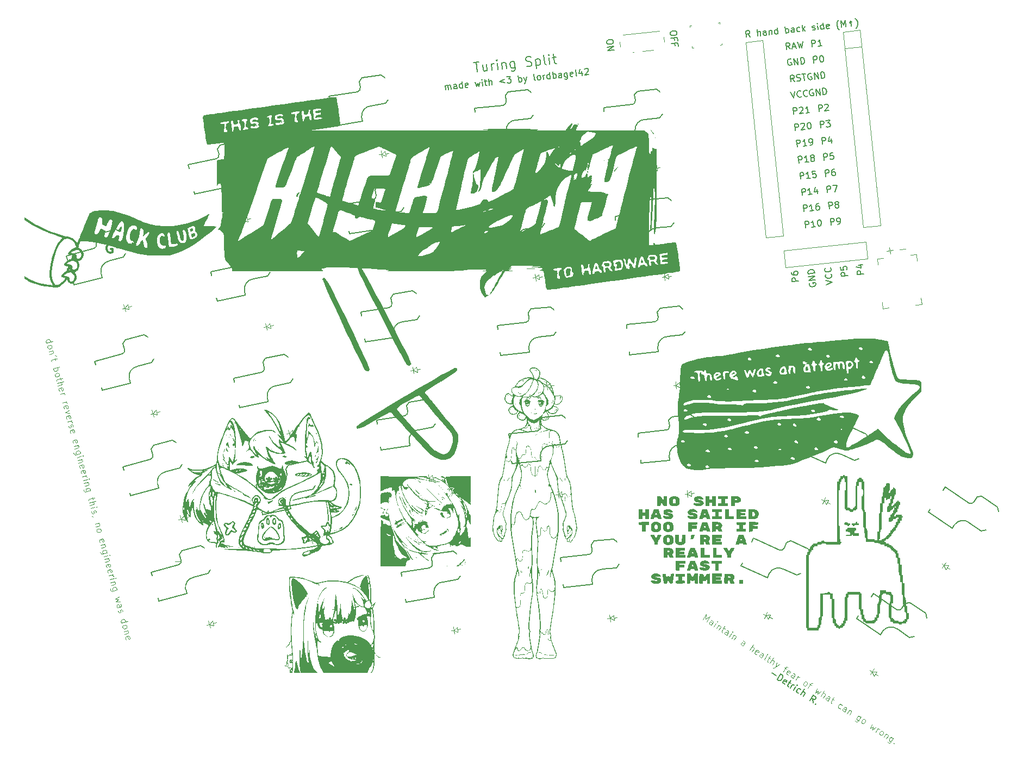
<source format=gbr>
%TF.GenerationSoftware,KiCad,Pcbnew,9.0.2*%
%TF.CreationDate,2025-05-27T05:35:02-06:00*%
%TF.ProjectId,keeb,6b656562-2e6b-4696-9361-645f70636258,v1.0.0*%
%TF.SameCoordinates,Original*%
%TF.FileFunction,Legend,Top*%
%TF.FilePolarity,Positive*%
%FSLAX46Y46*%
G04 Gerber Fmt 4.6, Leading zero omitted, Abs format (unit mm)*
G04 Created by KiCad (PCBNEW 9.0.2) date 2025-05-27 05:35:02*
%MOMM*%
%LPD*%
G01*
G04 APERTURE LIST*
%ADD10C,0.150000*%
%ADD11C,0.100000*%
%ADD12C,0.300000*%
%ADD13C,0.000000*%
%ADD14C,0.120000*%
G04 APERTURE END LIST*
D10*
X83111528Y-21260668D02*
X83041842Y-20597654D01*
X83051797Y-20692370D02*
X83094178Y-20640034D01*
X83094178Y-20640034D02*
X83183917Y-20582721D01*
X83183917Y-20582721D02*
X83325991Y-20567789D01*
X83325991Y-20567789D02*
X83425685Y-20605192D01*
X83425685Y-20605192D02*
X83482999Y-20694930D01*
X83482999Y-20694930D02*
X83537752Y-21215871D01*
X83482999Y-20694930D02*
X83520402Y-20595237D01*
X83520402Y-20595237D02*
X83610140Y-20537923D01*
X83610140Y-20537923D02*
X83752215Y-20522991D01*
X83752215Y-20522991D02*
X83851909Y-20560394D01*
X83851909Y-20560394D02*
X83909222Y-20650133D01*
X83909222Y-20650133D02*
X83963975Y-21171073D01*
X84863780Y-21076499D02*
X84809027Y-20555559D01*
X84809027Y-20555559D02*
X84751714Y-20465820D01*
X84751714Y-20465820D02*
X84652020Y-20428417D01*
X84652020Y-20428417D02*
X84462587Y-20448328D01*
X84462587Y-20448328D02*
X84372849Y-20505641D01*
X84858803Y-21029141D02*
X84769064Y-21086454D01*
X84769064Y-21086454D02*
X84532273Y-21111342D01*
X84532273Y-21111342D02*
X84432579Y-21073939D01*
X84432579Y-21073939D02*
X84375266Y-20984200D01*
X84375266Y-20984200D02*
X84365311Y-20889484D01*
X84365311Y-20889484D02*
X84402714Y-20789790D01*
X84402714Y-20789790D02*
X84492453Y-20732477D01*
X84492453Y-20732477D02*
X84729244Y-20707589D01*
X84729244Y-20707589D02*
X84818983Y-20650276D01*
X85763586Y-20981926D02*
X85659058Y-19987404D01*
X85758608Y-20934568D02*
X85668870Y-20991881D01*
X85668870Y-20991881D02*
X85479437Y-21011791D01*
X85479437Y-21011791D02*
X85379743Y-20974388D01*
X85379743Y-20974388D02*
X85327407Y-20932007D01*
X85327407Y-20932007D02*
X85270094Y-20842269D01*
X85270094Y-20842269D02*
X85240229Y-20558120D01*
X85240229Y-20558120D02*
X85277632Y-20458426D01*
X85277632Y-20458426D02*
X85320012Y-20406090D01*
X85320012Y-20406090D02*
X85409751Y-20348777D01*
X85409751Y-20348777D02*
X85599184Y-20328866D01*
X85599184Y-20328866D02*
X85698878Y-20366269D01*
X86611056Y-20844972D02*
X86521317Y-20902285D01*
X86521317Y-20902285D02*
X86331884Y-20922195D01*
X86331884Y-20922195D02*
X86232190Y-20884792D01*
X86232190Y-20884792D02*
X86174877Y-20795053D01*
X86174877Y-20795053D02*
X86135057Y-20416188D01*
X86135057Y-20416188D02*
X86172460Y-20316494D01*
X86172460Y-20316494D02*
X86262199Y-20259181D01*
X86262199Y-20259181D02*
X86451631Y-20239271D01*
X86451631Y-20239271D02*
X86551325Y-20276674D01*
X86551325Y-20276674D02*
X86608639Y-20366412D01*
X86608639Y-20366412D02*
X86618594Y-20461129D01*
X86618594Y-20461129D02*
X86154967Y-20605621D01*
X87682945Y-20109854D02*
X87942063Y-20752959D01*
X87942063Y-20752959D02*
X88081720Y-20259467D01*
X88081720Y-20259467D02*
X88320929Y-20713138D01*
X88320929Y-20713138D02*
X88440676Y-20030214D01*
X88889227Y-20653408D02*
X88819541Y-19990393D01*
X88784698Y-19658886D02*
X88742318Y-19711222D01*
X88742318Y-19711222D02*
X88794653Y-19753602D01*
X88794653Y-19753602D02*
X88837034Y-19701267D01*
X88837034Y-19701267D02*
X88784698Y-19658886D01*
X88784698Y-19658886D02*
X88794653Y-19753602D01*
X89151048Y-19955550D02*
X89529913Y-19915730D01*
X89258280Y-19609111D02*
X89347875Y-20461558D01*
X89347875Y-20461558D02*
X89405189Y-20551297D01*
X89405189Y-20551297D02*
X89504883Y-20588700D01*
X89504883Y-20588700D02*
X89599599Y-20578745D01*
X89931107Y-20543902D02*
X89826578Y-19549380D01*
X90357330Y-20499104D02*
X90302577Y-19978164D01*
X90302577Y-19978164D02*
X90245264Y-19888425D01*
X90245264Y-19888425D02*
X90145570Y-19851022D01*
X90145570Y-19851022D02*
X90003496Y-19865955D01*
X90003496Y-19865955D02*
X89913757Y-19923268D01*
X89913757Y-19923268D02*
X89871376Y-19975604D01*
X92276689Y-19627032D02*
X91548823Y-19990822D01*
X91548823Y-19990822D02*
X92336419Y-20195331D01*
X92620711Y-19255705D02*
X93236368Y-19190997D01*
X93236368Y-19190997D02*
X92944681Y-19604705D01*
X92944681Y-19604705D02*
X93086755Y-19589772D01*
X93086755Y-19589772D02*
X93186449Y-19627175D01*
X93186449Y-19627175D02*
X93238785Y-19669556D01*
X93238785Y-19669556D02*
X93296098Y-19759295D01*
X93296098Y-19759295D02*
X93320986Y-19996086D01*
X93320986Y-19996086D02*
X93283583Y-20095780D01*
X93283583Y-20095780D02*
X93241202Y-20148115D01*
X93241202Y-20148115D02*
X93151463Y-20205429D01*
X93151463Y-20205429D02*
X92867314Y-20235294D01*
X92867314Y-20235294D02*
X92767620Y-20197891D01*
X92767620Y-20197891D02*
X92715285Y-20155510D01*
X94524851Y-20061080D02*
X94420323Y-19066558D01*
X94460143Y-19445423D02*
X94549882Y-19388110D01*
X94549882Y-19388110D02*
X94739315Y-19368200D01*
X94739315Y-19368200D02*
X94839008Y-19405603D01*
X94839008Y-19405603D02*
X94891344Y-19447984D01*
X94891344Y-19447984D02*
X94948658Y-19537723D01*
X94948658Y-19537723D02*
X94978523Y-19821872D01*
X94978523Y-19821872D02*
X94941120Y-19921566D01*
X94941120Y-19921566D02*
X94898739Y-19973901D01*
X94898739Y-19973901D02*
X94809000Y-20031215D01*
X94809000Y-20031215D02*
X94619567Y-20051125D01*
X94619567Y-20051125D02*
X94519874Y-20013722D01*
X95260255Y-19313447D02*
X95566731Y-19951574D01*
X95733837Y-19263671D02*
X95566731Y-19951574D01*
X95566731Y-19951574D02*
X95496903Y-20198320D01*
X95496903Y-20198320D02*
X95454522Y-20250656D01*
X95454522Y-20250656D02*
X95364783Y-20307969D01*
X97082194Y-19792292D02*
X96982500Y-19754889D01*
X96982500Y-19754889D02*
X96925186Y-19665150D01*
X96925186Y-19665150D02*
X96835591Y-18812703D01*
X97603134Y-19737539D02*
X97503440Y-19700136D01*
X97503440Y-19700136D02*
X97451105Y-19657756D01*
X97451105Y-19657756D02*
X97393791Y-19568017D01*
X97393791Y-19568017D02*
X97363926Y-19283868D01*
X97363926Y-19283868D02*
X97401329Y-19184174D01*
X97401329Y-19184174D02*
X97443710Y-19131838D01*
X97443710Y-19131838D02*
X97533449Y-19074525D01*
X97533449Y-19074525D02*
X97675523Y-19059592D01*
X97675523Y-19059592D02*
X97775217Y-19096995D01*
X97775217Y-19096995D02*
X97827553Y-19139376D01*
X97827553Y-19139376D02*
X97884866Y-19229115D01*
X97884866Y-19229115D02*
X97914731Y-19513264D01*
X97914731Y-19513264D02*
X97877328Y-19612958D01*
X97877328Y-19612958D02*
X97834948Y-19665293D01*
X97834948Y-19665293D02*
X97745209Y-19722607D01*
X97745209Y-19722607D02*
X97603134Y-19737539D01*
X98360865Y-19657899D02*
X98291180Y-18994884D01*
X98311090Y-19184317D02*
X98348493Y-19084623D01*
X98348493Y-19084623D02*
X98390874Y-19032287D01*
X98390874Y-19032287D02*
X98480612Y-18974974D01*
X98480612Y-18974974D02*
X98575329Y-18965019D01*
X99402746Y-19548392D02*
X99298217Y-18553871D01*
X99397768Y-19501034D02*
X99308029Y-19558348D01*
X99308029Y-19558348D02*
X99118597Y-19578258D01*
X99118597Y-19578258D02*
X99018903Y-19540855D01*
X99018903Y-19540855D02*
X98966567Y-19498474D01*
X98966567Y-19498474D02*
X98909254Y-19408735D01*
X98909254Y-19408735D02*
X98879388Y-19124586D01*
X98879388Y-19124586D02*
X98916792Y-19024892D01*
X98916792Y-19024892D02*
X98959172Y-18972556D01*
X98959172Y-18972556D02*
X99048911Y-18915243D01*
X99048911Y-18915243D02*
X99238344Y-18895333D01*
X99238344Y-18895333D02*
X99338038Y-18932736D01*
X99876328Y-19498617D02*
X99771799Y-18504095D01*
X99811620Y-18882961D02*
X99901358Y-18825647D01*
X99901358Y-18825647D02*
X100090791Y-18805737D01*
X100090791Y-18805737D02*
X100190485Y-18843140D01*
X100190485Y-18843140D02*
X100242821Y-18885521D01*
X100242821Y-18885521D02*
X100300134Y-18975260D01*
X100300134Y-18975260D02*
X100329999Y-19259409D01*
X100329999Y-19259409D02*
X100292596Y-19359103D01*
X100292596Y-19359103D02*
X100250216Y-19411438D01*
X100250216Y-19411438D02*
X100160477Y-19468752D01*
X100160477Y-19468752D02*
X99971044Y-19488662D01*
X99971044Y-19488662D02*
X99871350Y-19451259D01*
X101202357Y-19359246D02*
X101147604Y-18838306D01*
X101147604Y-18838306D02*
X101090291Y-18748567D01*
X101090291Y-18748567D02*
X100990597Y-18711164D01*
X100990597Y-18711164D02*
X100801164Y-18731074D01*
X100801164Y-18731074D02*
X100711425Y-18788387D01*
X101197379Y-19311888D02*
X101107641Y-19369201D01*
X101107641Y-19369201D02*
X100870850Y-19394089D01*
X100870850Y-19394089D02*
X100771156Y-19356685D01*
X100771156Y-19356685D02*
X100713842Y-19266947D01*
X100713842Y-19266947D02*
X100703887Y-19172230D01*
X100703887Y-19172230D02*
X100741290Y-19072536D01*
X100741290Y-19072536D02*
X100831029Y-19015223D01*
X100831029Y-19015223D02*
X101067820Y-18990335D01*
X101067820Y-18990335D02*
X101157559Y-18933022D01*
X102032477Y-18601658D02*
X102117095Y-19406747D01*
X102117095Y-19406747D02*
X102079692Y-19506441D01*
X102079692Y-19506441D02*
X102037311Y-19558777D01*
X102037311Y-19558777D02*
X101947573Y-19616090D01*
X101947573Y-19616090D02*
X101805498Y-19631022D01*
X101805498Y-19631022D02*
X101705804Y-19593619D01*
X102097185Y-19217314D02*
X102007446Y-19274627D01*
X102007446Y-19274627D02*
X101818013Y-19294538D01*
X101818013Y-19294538D02*
X101718320Y-19257134D01*
X101718320Y-19257134D02*
X101665984Y-19214754D01*
X101665984Y-19214754D02*
X101608671Y-19125015D01*
X101608671Y-19125015D02*
X101578805Y-18840866D01*
X101578805Y-18840866D02*
X101616208Y-18741172D01*
X101616208Y-18741172D02*
X101658589Y-18688836D01*
X101658589Y-18688836D02*
X101748328Y-18631523D01*
X101748328Y-18631523D02*
X101937761Y-18611613D01*
X101937761Y-18611613D02*
X102037454Y-18649016D01*
X102949632Y-19127718D02*
X102859894Y-19185032D01*
X102859894Y-19185032D02*
X102670461Y-19204942D01*
X102670461Y-19204942D02*
X102570767Y-19167539D01*
X102570767Y-19167539D02*
X102513454Y-19077800D01*
X102513454Y-19077800D02*
X102473633Y-18698934D01*
X102473633Y-18698934D02*
X102511036Y-18599240D01*
X102511036Y-18599240D02*
X102600775Y-18541927D01*
X102600775Y-18541927D02*
X102790208Y-18522017D01*
X102790208Y-18522017D02*
X102889902Y-18559420D01*
X102889902Y-18559420D02*
X102947215Y-18649159D01*
X102947215Y-18649159D02*
X102957170Y-18743875D01*
X102957170Y-18743875D02*
X102493544Y-18888367D01*
X103570267Y-19110368D02*
X103470573Y-19072965D01*
X103470573Y-19072965D02*
X103413259Y-18983226D01*
X103413259Y-18983226D02*
X103323664Y-18130779D01*
X104305671Y-18362735D02*
X104375356Y-19025750D01*
X104029059Y-18008758D02*
X103866932Y-18744018D01*
X103866932Y-18744018D02*
X104482588Y-18679310D01*
X104754365Y-18076169D02*
X104796745Y-18023833D01*
X104796745Y-18023833D02*
X104886484Y-17966520D01*
X104886484Y-17966520D02*
X105123275Y-17941632D01*
X105123275Y-17941632D02*
X105222969Y-17979035D01*
X105222969Y-17979035D02*
X105275305Y-18021416D01*
X105275305Y-18021416D02*
X105332618Y-18111155D01*
X105332618Y-18111155D02*
X105342573Y-18205871D01*
X105342573Y-18205871D02*
X105310148Y-18352923D01*
X105310148Y-18352923D02*
X104801580Y-18980952D01*
X104801580Y-18980952D02*
X105417236Y-18916244D01*
X87453413Y-17014869D02*
X88305861Y-16925273D01*
X88036430Y-18461854D02*
X87879637Y-16970071D01*
X89494721Y-17303073D02*
X89599250Y-18297595D01*
X88855386Y-17370270D02*
X88937515Y-18151680D01*
X88937515Y-18151680D02*
X89023485Y-18286288D01*
X89023485Y-18286288D02*
X89173026Y-18342393D01*
X89173026Y-18342393D02*
X89386138Y-18319994D01*
X89386138Y-18319994D02*
X89520746Y-18234024D01*
X89520746Y-18234024D02*
X89584317Y-18155521D01*
X90309623Y-18222932D02*
X90205094Y-17228410D01*
X90234959Y-17512559D02*
X90291064Y-17363018D01*
X90291064Y-17363018D02*
X90354635Y-17284515D01*
X90354635Y-17284515D02*
X90489243Y-17198545D01*
X90489243Y-17198545D02*
X90631318Y-17183612D01*
X91233107Y-18125870D02*
X91128578Y-17131348D01*
X91076314Y-16634087D02*
X91012743Y-16712591D01*
X91012743Y-16712591D02*
X91091247Y-16776162D01*
X91091247Y-16776162D02*
X91154818Y-16697658D01*
X91154818Y-16697658D02*
X91076314Y-16634087D01*
X91076314Y-16634087D02*
X91091247Y-16776162D01*
X91838951Y-17056685D02*
X91943480Y-18051207D01*
X91853884Y-17198759D02*
X91917455Y-17120256D01*
X91917455Y-17120256D02*
X92052063Y-17034286D01*
X92052063Y-17034286D02*
X92265175Y-17011887D01*
X92265175Y-17011887D02*
X92414716Y-17067991D01*
X92414716Y-17067991D02*
X92500686Y-17202600D01*
X92500686Y-17202600D02*
X92582815Y-17984010D01*
X93827995Y-16847628D02*
X93954923Y-18055261D01*
X93954923Y-18055261D02*
X93898818Y-18204802D01*
X93898818Y-18204802D02*
X93835247Y-18283306D01*
X93835247Y-18283306D02*
X93700639Y-18369276D01*
X93700639Y-18369276D02*
X93487527Y-18391675D01*
X93487527Y-18391675D02*
X93337986Y-18335570D01*
X93925057Y-17771112D02*
X93790449Y-17857082D01*
X93790449Y-17857082D02*
X93506300Y-17886948D01*
X93506300Y-17886948D02*
X93356759Y-17830843D01*
X93356759Y-17830843D02*
X93278256Y-17767272D01*
X93278256Y-17767272D02*
X93192286Y-17632664D01*
X93192286Y-17632664D02*
X93147488Y-17206440D01*
X93147488Y-17206440D02*
X93203592Y-17056899D01*
X93203592Y-17056899D02*
X93267163Y-16978396D01*
X93267163Y-16978396D02*
X93401772Y-16892426D01*
X93401772Y-16892426D02*
X93685921Y-16862560D01*
X93685921Y-16862560D02*
X93835462Y-16918665D01*
X95700989Y-17584454D02*
X95921568Y-17633093D01*
X95921568Y-17633093D02*
X96276754Y-17595761D01*
X96276754Y-17595761D02*
X96411362Y-17509791D01*
X96411362Y-17509791D02*
X96474933Y-17431288D01*
X96474933Y-17431288D02*
X96531038Y-17281747D01*
X96531038Y-17281747D02*
X96516105Y-17139672D01*
X96516105Y-17139672D02*
X96430135Y-17005064D01*
X96430135Y-17005064D02*
X96351632Y-16941493D01*
X96351632Y-16941493D02*
X96202091Y-16885388D01*
X96202091Y-16885388D02*
X95910475Y-16844216D01*
X95910475Y-16844216D02*
X95760934Y-16788112D01*
X95760934Y-16788112D02*
X95682431Y-16724541D01*
X95682431Y-16724541D02*
X95596461Y-16589933D01*
X95596461Y-16589933D02*
X95581528Y-16447858D01*
X95581528Y-16447858D02*
X95637633Y-16298317D01*
X95637633Y-16298317D02*
X95701204Y-16219813D01*
X95701204Y-16219813D02*
X95835812Y-16133844D01*
X95835812Y-16133844D02*
X96190999Y-16096512D01*
X96190999Y-16096512D02*
X96411577Y-16145150D01*
X97095710Y-16504177D02*
X97252502Y-17995960D01*
X97103176Y-16575214D02*
X97237784Y-16489244D01*
X97237784Y-16489244D02*
X97521933Y-16459379D01*
X97521933Y-16459379D02*
X97671474Y-16515484D01*
X97671474Y-16515484D02*
X97749978Y-16579055D01*
X97749978Y-16579055D02*
X97835948Y-16713663D01*
X97835948Y-16713663D02*
X97880746Y-17139887D01*
X97880746Y-17139887D02*
X97824641Y-17289428D01*
X97824641Y-17289428D02*
X97761070Y-17367931D01*
X97761070Y-17367931D02*
X97626462Y-17453901D01*
X97626462Y-17453901D02*
X97342313Y-17483766D01*
X97342313Y-17483766D02*
X97192772Y-17427662D01*
X98763058Y-17334440D02*
X98613518Y-17278335D01*
X98613518Y-17278335D02*
X98527548Y-17143727D01*
X98527548Y-17143727D02*
X98393154Y-15865056D01*
X99331356Y-17274709D02*
X99226828Y-16280188D01*
X99174564Y-15782927D02*
X99110993Y-15861430D01*
X99110993Y-15861430D02*
X99189496Y-15925001D01*
X99189496Y-15925001D02*
X99253067Y-15846498D01*
X99253067Y-15846498D02*
X99174564Y-15782927D01*
X99174564Y-15782927D02*
X99189496Y-15925001D01*
X99724089Y-16227923D02*
X100292387Y-16168193D01*
X99884937Y-15708263D02*
X100019330Y-16986934D01*
X100019330Y-16986934D02*
X100105300Y-17121543D01*
X100105300Y-17121543D02*
X100254841Y-17177647D01*
X100254841Y-17177647D02*
X100396916Y-17162715D01*
D11*
X123166738Y-103816395D02*
X123711377Y-102977725D01*
X123711377Y-102977725D02*
X123601906Y-103758321D01*
X123601906Y-103758321D02*
X124270490Y-103340817D01*
X124270490Y-103340817D02*
X123725851Y-104179488D01*
X124484648Y-104672257D02*
X124769936Y-104232953D01*
X124769936Y-104232953D02*
X124781869Y-104127144D01*
X124781869Y-104127144D02*
X124727931Y-104035337D01*
X124727931Y-104035337D02*
X124568184Y-103931596D01*
X124568184Y-103931596D02*
X124462376Y-103919663D01*
X124510584Y-104632320D02*
X124404775Y-104620386D01*
X124404775Y-104620386D02*
X124205092Y-104490710D01*
X124205092Y-104490710D02*
X124151153Y-104398903D01*
X124151153Y-104398903D02*
X124163087Y-104293095D01*
X124163087Y-104293095D02*
X124214957Y-104213221D01*
X124214957Y-104213221D02*
X124306764Y-104159283D01*
X124306764Y-104159283D02*
X124412573Y-104171217D01*
X124412573Y-104171217D02*
X124612257Y-104300893D01*
X124612257Y-104300893D02*
X124718065Y-104312826D01*
X124884015Y-104931608D02*
X125247108Y-104372495D01*
X125428654Y-104092938D02*
X125362783Y-104106939D01*
X125362783Y-104106939D02*
X125376784Y-104172811D01*
X125376784Y-104172811D02*
X125442656Y-104158810D01*
X125442656Y-104158810D02*
X125428654Y-104092938D01*
X125428654Y-104092938D02*
X125376784Y-104172811D01*
X125646475Y-104631846D02*
X125283382Y-105190960D01*
X125594604Y-104711720D02*
X125660476Y-104697718D01*
X125660476Y-104697718D02*
X125766285Y-104709652D01*
X125766285Y-104709652D02*
X125886095Y-104787458D01*
X125886095Y-104787458D02*
X125940033Y-104879265D01*
X125940033Y-104879265D02*
X125928099Y-104985073D01*
X125928099Y-104985073D02*
X125642812Y-105424377D01*
X126285462Y-105046810D02*
X126604955Y-105254291D01*
X126586818Y-104845058D02*
X126119985Y-105563919D01*
X126119985Y-105563919D02*
X126108051Y-105669727D01*
X126108051Y-105669727D02*
X126161989Y-105761534D01*
X126161989Y-105761534D02*
X126241863Y-105813405D01*
X126880850Y-106228368D02*
X127166137Y-105789064D01*
X127166137Y-105789064D02*
X127178071Y-105683256D01*
X127178071Y-105683256D02*
X127124133Y-105591449D01*
X127124133Y-105591449D02*
X126964386Y-105487708D01*
X126964386Y-105487708D02*
X126858577Y-105475774D01*
X126906785Y-106188431D02*
X126800977Y-106176498D01*
X126800977Y-106176498D02*
X126601293Y-106046822D01*
X126601293Y-106046822D02*
X126547355Y-105955015D01*
X126547355Y-105955015D02*
X126559289Y-105849206D01*
X126559289Y-105849206D02*
X126611159Y-105769333D01*
X126611159Y-105769333D02*
X126702966Y-105715395D01*
X126702966Y-105715395D02*
X126808775Y-105727328D01*
X126808775Y-105727328D02*
X127008458Y-105857004D01*
X127008458Y-105857004D02*
X127114267Y-105868938D01*
X127280217Y-106487720D02*
X127643310Y-105928606D01*
X127824856Y-105649050D02*
X127758984Y-105663051D01*
X127758984Y-105663051D02*
X127772986Y-105728923D01*
X127772986Y-105728923D02*
X127838858Y-105714921D01*
X127838858Y-105714921D02*
X127824856Y-105649050D01*
X127824856Y-105649050D02*
X127772986Y-105728923D01*
X128042676Y-106187958D02*
X127679584Y-106747072D01*
X127990806Y-106267831D02*
X128056678Y-106253830D01*
X128056678Y-106253830D02*
X128162486Y-106265764D01*
X128162486Y-106265764D02*
X128282297Y-106343569D01*
X128282297Y-106343569D02*
X128336235Y-106435376D01*
X128336235Y-106435376D02*
X128324301Y-106541185D01*
X128324301Y-106541185D02*
X128039014Y-106980488D01*
X129436798Y-107888220D02*
X129722086Y-107448917D01*
X129722086Y-107448917D02*
X129734019Y-107343108D01*
X129734019Y-107343108D02*
X129680081Y-107251301D01*
X129680081Y-107251301D02*
X129520334Y-107147560D01*
X129520334Y-107147560D02*
X129414526Y-107135627D01*
X129462734Y-107848284D02*
X129356925Y-107836350D01*
X129356925Y-107836350D02*
X129157242Y-107706674D01*
X129157242Y-107706674D02*
X129103303Y-107614867D01*
X129103303Y-107614867D02*
X129115237Y-107509058D01*
X129115237Y-107509058D02*
X129167108Y-107429185D01*
X129167108Y-107429185D02*
X129258915Y-107375247D01*
X129258915Y-107375247D02*
X129364723Y-107387181D01*
X129364723Y-107387181D02*
X129564407Y-107516856D01*
X129564407Y-107516856D02*
X129670215Y-107528790D01*
X130475153Y-108562536D02*
X131019792Y-107723865D01*
X130834583Y-108795952D02*
X131119870Y-108356649D01*
X131119870Y-108356649D02*
X131131804Y-108250840D01*
X131131804Y-108250840D02*
X131077866Y-108159033D01*
X131077866Y-108159033D02*
X130958056Y-108081227D01*
X130958056Y-108081227D02*
X130852247Y-108069294D01*
X130852247Y-108069294D02*
X130786375Y-108083295D01*
X131579379Y-109222849D02*
X131473570Y-109210915D01*
X131473570Y-109210915D02*
X131313823Y-109107175D01*
X131313823Y-109107175D02*
X131259885Y-109015368D01*
X131259885Y-109015368D02*
X131271819Y-108909559D01*
X131271819Y-108909559D02*
X131479300Y-108590065D01*
X131479300Y-108590065D02*
X131571108Y-108536127D01*
X131571108Y-108536127D02*
X131676916Y-108548061D01*
X131676916Y-108548061D02*
X131836663Y-108651802D01*
X131836663Y-108651802D02*
X131890601Y-108743609D01*
X131890601Y-108743609D02*
X131878667Y-108849417D01*
X131878667Y-108849417D02*
X131826797Y-108929291D01*
X131826797Y-108929291D02*
X131375560Y-108749812D01*
X132312241Y-109755555D02*
X132597528Y-109316251D01*
X132597528Y-109316251D02*
X132609462Y-109210442D01*
X132609462Y-109210442D02*
X132555524Y-109118635D01*
X132555524Y-109118635D02*
X132395777Y-109014894D01*
X132395777Y-109014894D02*
X132289968Y-109002961D01*
X132338176Y-109715618D02*
X132232368Y-109703684D01*
X132232368Y-109703684D02*
X132032684Y-109574008D01*
X132032684Y-109574008D02*
X131978746Y-109482201D01*
X131978746Y-109482201D02*
X131990680Y-109376393D01*
X131990680Y-109376393D02*
X132042550Y-109296519D01*
X132042550Y-109296519D02*
X132134357Y-109242581D01*
X132134357Y-109242581D02*
X132240166Y-109254515D01*
X132240166Y-109254515D02*
X132439849Y-109384191D01*
X132439849Y-109384191D02*
X132545658Y-109396124D01*
X132831418Y-110092712D02*
X132777480Y-110000905D01*
X132777480Y-110000905D02*
X132789414Y-109895096D01*
X132789414Y-109895096D02*
X133256247Y-109176236D01*
X133394195Y-109663275D02*
X133713688Y-109870756D01*
X133695551Y-109461523D02*
X133228718Y-110180384D01*
X133228718Y-110180384D02*
X133216784Y-110286192D01*
X133216784Y-110286192D02*
X133270722Y-110377999D01*
X133270722Y-110377999D02*
X133350595Y-110429870D01*
X133630153Y-110611416D02*
X134174792Y-109772746D01*
X133989583Y-110844833D02*
X134274870Y-110405530D01*
X134274870Y-110405530D02*
X134286804Y-110299721D01*
X134286804Y-110299721D02*
X134232865Y-110207914D01*
X134232865Y-110207914D02*
X134113055Y-110130108D01*
X134113055Y-110130108D02*
X134007247Y-110118175D01*
X134007247Y-110118175D02*
X133941375Y-110132176D01*
X134672169Y-110493201D02*
X134508760Y-111181991D01*
X135071536Y-110752553D02*
X134508760Y-111181991D01*
X134508760Y-111181991D02*
X134299211Y-111329804D01*
X134299211Y-111329804D02*
X134233339Y-111343805D01*
X134233339Y-111343805D02*
X134127530Y-111331872D01*
X135910207Y-111297192D02*
X136229701Y-111504674D01*
X135666925Y-111934112D02*
X136133758Y-111215251D01*
X136133758Y-111215251D02*
X136225565Y-111161313D01*
X136225565Y-111161313D02*
X136331374Y-111173247D01*
X136331374Y-111173247D02*
X136411247Y-111225117D01*
X136491594Y-112412879D02*
X136385785Y-112400945D01*
X136385785Y-112400945D02*
X136226039Y-112297204D01*
X136226039Y-112297204D02*
X136172100Y-112205397D01*
X136172100Y-112205397D02*
X136184034Y-112099589D01*
X136184034Y-112099589D02*
X136391516Y-111780095D01*
X136391516Y-111780095D02*
X136483323Y-111726157D01*
X136483323Y-111726157D02*
X136589131Y-111738091D01*
X136589131Y-111738091D02*
X136748878Y-111841832D01*
X136748878Y-111841832D02*
X136802816Y-111933639D01*
X136802816Y-111933639D02*
X136790883Y-112039447D01*
X136790883Y-112039447D02*
X136739012Y-112119321D01*
X136739012Y-112119321D02*
X136287775Y-111939842D01*
X137224456Y-112945584D02*
X137509743Y-112506281D01*
X137509743Y-112506281D02*
X137521677Y-112400472D01*
X137521677Y-112400472D02*
X137467739Y-112308665D01*
X137467739Y-112308665D02*
X137307992Y-112204924D01*
X137307992Y-112204924D02*
X137202183Y-112192991D01*
X137250391Y-112905648D02*
X137144583Y-112893714D01*
X137144583Y-112893714D02*
X136944899Y-112764038D01*
X136944899Y-112764038D02*
X136890961Y-112672231D01*
X136890961Y-112672231D02*
X136902895Y-112566422D01*
X136902895Y-112566422D02*
X136954765Y-112486549D01*
X136954765Y-112486549D02*
X137046572Y-112432611D01*
X137046572Y-112432611D02*
X137152381Y-112444544D01*
X137152381Y-112444544D02*
X137352064Y-112574220D01*
X137352064Y-112574220D02*
X137457873Y-112586154D01*
X137623823Y-113204936D02*
X137986916Y-112645823D01*
X137883175Y-112805569D02*
X137974982Y-112751631D01*
X137974982Y-112751631D02*
X138040854Y-112737630D01*
X138040854Y-112737630D02*
X138146663Y-112749563D01*
X138146663Y-112749563D02*
X138226536Y-112801434D01*
X138901798Y-114034863D02*
X138847860Y-113943056D01*
X138847860Y-113943056D02*
X138833858Y-113877184D01*
X138833858Y-113877184D02*
X138845792Y-113771375D01*
X138845792Y-113771375D02*
X139001403Y-113531755D01*
X139001403Y-113531755D02*
X139093210Y-113477817D01*
X139093210Y-113477817D02*
X139159082Y-113463815D01*
X139159082Y-113463815D02*
X139264890Y-113475749D01*
X139264890Y-113475749D02*
X139384701Y-113553555D01*
X139384701Y-113553555D02*
X139438639Y-113645362D01*
X139438639Y-113645362D02*
X139452640Y-113711234D01*
X139452640Y-113711234D02*
X139440707Y-113817042D01*
X139440707Y-113817042D02*
X139285095Y-114056662D01*
X139285095Y-114056662D02*
X139193288Y-114110601D01*
X139193288Y-114110601D02*
X139127416Y-114124602D01*
X139127416Y-114124602D02*
X139021608Y-114112668D01*
X139021608Y-114112668D02*
X138901798Y-114034863D01*
X139784068Y-113812907D02*
X140103561Y-114020388D01*
X139540785Y-114449826D02*
X140007618Y-113730965D01*
X140007618Y-113730965D02*
X140099425Y-113677027D01*
X140099425Y-113677027D02*
X140205234Y-113688961D01*
X140205234Y-113688961D02*
X140285107Y-113740831D01*
X140942232Y-114565028D02*
X140738886Y-115227882D01*
X140738886Y-115227882D02*
X141157985Y-114932256D01*
X141157985Y-114932256D02*
X141058380Y-115435364D01*
X141058380Y-115435364D02*
X141581219Y-114979991D01*
X141537620Y-115746586D02*
X142082259Y-114907915D01*
X141897050Y-115980003D02*
X142182338Y-115540699D01*
X142182338Y-115540699D02*
X142194271Y-115434890D01*
X142194271Y-115434890D02*
X142140333Y-115343083D01*
X142140333Y-115343083D02*
X142020523Y-115265278D01*
X142020523Y-115265278D02*
X141914714Y-115253344D01*
X141914714Y-115253344D02*
X141848842Y-115267346D01*
X142655848Y-116472771D02*
X142941135Y-116033468D01*
X142941135Y-116033468D02*
X142953068Y-115927659D01*
X142953068Y-115927659D02*
X142899130Y-115835852D01*
X142899130Y-115835852D02*
X142739383Y-115732111D01*
X142739383Y-115732111D02*
X142633575Y-115720178D01*
X142681783Y-116432835D02*
X142575974Y-116420901D01*
X142575974Y-116420901D02*
X142376291Y-116291225D01*
X142376291Y-116291225D02*
X142322353Y-116199418D01*
X142322353Y-116199418D02*
X142334286Y-116093609D01*
X142334286Y-116093609D02*
X142386157Y-116013736D01*
X142386157Y-116013736D02*
X142477964Y-115959798D01*
X142477964Y-115959798D02*
X142583772Y-115971731D01*
X142583772Y-115971731D02*
X142783456Y-116101407D01*
X142783456Y-116101407D02*
X142889264Y-116113341D01*
X143298497Y-116095204D02*
X143617991Y-116302686D01*
X143599854Y-115893453D02*
X143133020Y-116612313D01*
X143133020Y-116612313D02*
X143121087Y-116718122D01*
X143121087Y-116718122D02*
X143175025Y-116809929D01*
X143175025Y-116809929D02*
X143254898Y-116861799D01*
X144558808Y-117651789D02*
X144453000Y-117639855D01*
X144453000Y-117639855D02*
X144293253Y-117536115D01*
X144293253Y-117536115D02*
X144239315Y-117444308D01*
X144239315Y-117444308D02*
X144225313Y-117378436D01*
X144225313Y-117378436D02*
X144237247Y-117272627D01*
X144237247Y-117272627D02*
X144392858Y-117033007D01*
X144392858Y-117033007D02*
X144484665Y-116979069D01*
X144484665Y-116979069D02*
X144550537Y-116965067D01*
X144550537Y-116965067D02*
X144656345Y-116977001D01*
X144656345Y-116977001D02*
X144816092Y-117080742D01*
X144816092Y-117080742D02*
X144870030Y-117172549D01*
X145251734Y-118158559D02*
X145537021Y-117719256D01*
X145537021Y-117719256D02*
X145548954Y-117613447D01*
X145548954Y-117613447D02*
X145495016Y-117521640D01*
X145495016Y-117521640D02*
X145335269Y-117417899D01*
X145335269Y-117417899D02*
X145229461Y-117405966D01*
X145277669Y-118118623D02*
X145171860Y-118106689D01*
X145171860Y-118106689D02*
X144972177Y-117977013D01*
X144972177Y-117977013D02*
X144918238Y-117885206D01*
X144918238Y-117885206D02*
X144930172Y-117779397D01*
X144930172Y-117779397D02*
X144982043Y-117699524D01*
X144982043Y-117699524D02*
X145073850Y-117645586D01*
X145073850Y-117645586D02*
X145179658Y-117657519D01*
X145179658Y-117657519D02*
X145379342Y-117787195D01*
X145379342Y-117787195D02*
X145485150Y-117799129D01*
X146014193Y-117858798D02*
X145651101Y-118417911D01*
X145962323Y-117938671D02*
X146028195Y-117924669D01*
X146028195Y-117924669D02*
X146134003Y-117936603D01*
X146134003Y-117936603D02*
X146253813Y-118014409D01*
X146253813Y-118014409D02*
X146307752Y-118106216D01*
X146307752Y-118106216D02*
X146295818Y-118212024D01*
X146295818Y-118212024D02*
X146010531Y-118651328D01*
X147771408Y-118999946D02*
X147330510Y-119678870D01*
X147330510Y-119678870D02*
X147238703Y-119732808D01*
X147238703Y-119732808D02*
X147172831Y-119746810D01*
X147172831Y-119746810D02*
X147067022Y-119734876D01*
X147067022Y-119734876D02*
X146947212Y-119657070D01*
X146947212Y-119657070D02*
X146893274Y-119565263D01*
X147434251Y-119519123D02*
X147328442Y-119507190D01*
X147328442Y-119507190D02*
X147168695Y-119403449D01*
X147168695Y-119403449D02*
X147114757Y-119311642D01*
X147114757Y-119311642D02*
X147100755Y-119245770D01*
X147100755Y-119245770D02*
X147112689Y-119139961D01*
X147112689Y-119139961D02*
X147268300Y-118900341D01*
X147268300Y-118900341D02*
X147360107Y-118846403D01*
X147360107Y-118846403D02*
X147425979Y-118832401D01*
X147425979Y-118832401D02*
X147531788Y-118844335D01*
X147531788Y-118844335D02*
X147691535Y-118948076D01*
X147691535Y-118948076D02*
X147745473Y-119039883D01*
X147927492Y-119896217D02*
X147873554Y-119804410D01*
X147873554Y-119804410D02*
X147859553Y-119738538D01*
X147859553Y-119738538D02*
X147871486Y-119632730D01*
X147871486Y-119632730D02*
X148027098Y-119393110D01*
X148027098Y-119393110D02*
X148118905Y-119339172D01*
X148118905Y-119339172D02*
X148184777Y-119325170D01*
X148184777Y-119325170D02*
X148290585Y-119337104D01*
X148290585Y-119337104D02*
X148410395Y-119414909D01*
X148410395Y-119414909D02*
X148464333Y-119506716D01*
X148464333Y-119506716D02*
X148478335Y-119572588D01*
X148478335Y-119572588D02*
X148466401Y-119678397D01*
X148466401Y-119678397D02*
X148310790Y-119918017D01*
X148310790Y-119918017D02*
X148218983Y-119971955D01*
X148218983Y-119971955D02*
X148153111Y-119985957D01*
X148153111Y-119985957D02*
X148047303Y-119974023D01*
X148047303Y-119974023D02*
X147927492Y-119896217D01*
X149488686Y-120115160D02*
X149285340Y-120778014D01*
X149285340Y-120778014D02*
X149704439Y-120482388D01*
X149704439Y-120482388D02*
X149604834Y-120985496D01*
X149604834Y-120985496D02*
X150127673Y-120530123D01*
X150084074Y-121296718D02*
X150447167Y-120737604D01*
X150343426Y-120897351D02*
X150435233Y-120843413D01*
X150435233Y-120843413D02*
X150501105Y-120829411D01*
X150501105Y-120829411D02*
X150606914Y-120841345D01*
X150606914Y-120841345D02*
X150686787Y-120893215D01*
X150723062Y-121711681D02*
X150669123Y-121619874D01*
X150669123Y-121619874D02*
X150655122Y-121554002D01*
X150655122Y-121554002D02*
X150667056Y-121448194D01*
X150667056Y-121448194D02*
X150822667Y-121208574D01*
X150822667Y-121208574D02*
X150914474Y-121154635D01*
X150914474Y-121154635D02*
X150980346Y-121140634D01*
X150980346Y-121140634D02*
X151086154Y-121152568D01*
X151086154Y-121152568D02*
X151205964Y-121230373D01*
X151205964Y-121230373D02*
X151259903Y-121322180D01*
X151259903Y-121322180D02*
X151273904Y-121388052D01*
X151273904Y-121388052D02*
X151261970Y-121493861D01*
X151261970Y-121493861D02*
X151106359Y-121733481D01*
X151106359Y-121733481D02*
X151014552Y-121787419D01*
X151014552Y-121787419D02*
X150948680Y-121801421D01*
X150948680Y-121801421D02*
X150842872Y-121789487D01*
X150842872Y-121789487D02*
X150723062Y-121711681D01*
X151725141Y-121567531D02*
X151362049Y-122126644D01*
X151673271Y-121647404D02*
X151739143Y-121633403D01*
X151739143Y-121633403D02*
X151844951Y-121645336D01*
X151844951Y-121645336D02*
X151964762Y-121723142D01*
X151964762Y-121723142D02*
X152018700Y-121814949D01*
X152018700Y-121814949D02*
X152006766Y-121920757D01*
X152006766Y-121920757D02*
X151721479Y-122360061D01*
X152843369Y-122293716D02*
X152402471Y-122972640D01*
X152402471Y-122972640D02*
X152310664Y-123026578D01*
X152310664Y-123026578D02*
X152244792Y-123040580D01*
X152244792Y-123040580D02*
X152138983Y-123028646D01*
X152138983Y-123028646D02*
X152019173Y-122950840D01*
X152019173Y-122950840D02*
X151965235Y-122859033D01*
X152506211Y-122812893D02*
X152400403Y-122800959D01*
X152400403Y-122800959D02*
X152240656Y-122697219D01*
X152240656Y-122697219D02*
X152186718Y-122605412D01*
X152186718Y-122605412D02*
X152172716Y-122539540D01*
X152172716Y-122539540D02*
X152184650Y-122433731D01*
X152184650Y-122433731D02*
X152340261Y-122194111D01*
X152340261Y-122194111D02*
X152432068Y-122140173D01*
X152432068Y-122140173D02*
X152497940Y-122126171D01*
X152497940Y-122126171D02*
X152603749Y-122138105D01*
X152603749Y-122138105D02*
X152763496Y-122241846D01*
X152763496Y-122241846D02*
X152817434Y-122333653D01*
X152931514Y-123032308D02*
X152945515Y-123098180D01*
X152945515Y-123098180D02*
X152879643Y-123112182D01*
X152879643Y-123112182D02*
X152865642Y-123046310D01*
X152865642Y-123046310D02*
X152931514Y-123032308D01*
X152931514Y-123032308D02*
X152879643Y-123112182D01*
D10*
X133940638Y-112144259D02*
X134579625Y-112559222D01*
X134771510Y-113138067D02*
X135316149Y-112299397D01*
X135316149Y-112299397D02*
X135515833Y-112429073D01*
X135515833Y-112429073D02*
X135609707Y-112546815D01*
X135609707Y-112546815D02*
X135637710Y-112678559D01*
X135637710Y-112678559D02*
X135625777Y-112784367D01*
X135625777Y-112784367D02*
X135561973Y-112970049D01*
X135561973Y-112970049D02*
X135484167Y-113089859D01*
X135484167Y-113089859D02*
X135340490Y-113223671D01*
X135340490Y-113223671D02*
X135248683Y-113277609D01*
X135248683Y-113277609D02*
X135116939Y-113305612D01*
X135116939Y-113305612D02*
X134971194Y-113267743D01*
X134971194Y-113267743D02*
X134771510Y-113138067D01*
X135955609Y-113850251D02*
X135849801Y-113838317D01*
X135849801Y-113838317D02*
X135690054Y-113734577D01*
X135690054Y-113734577D02*
X135636116Y-113642770D01*
X135636116Y-113642770D02*
X135648050Y-113536961D01*
X135648050Y-113536961D02*
X135855531Y-113217467D01*
X135855531Y-113217467D02*
X135947338Y-113163529D01*
X135947338Y-113163529D02*
X136053147Y-113175463D01*
X136053147Y-113175463D02*
X136212894Y-113279204D01*
X136212894Y-113279204D02*
X136266832Y-113371011D01*
X136266832Y-113371011D02*
X136254898Y-113476819D01*
X136254898Y-113476819D02*
X136203028Y-113556693D01*
X136203028Y-113556693D02*
X135751790Y-113377214D01*
X136572324Y-113512620D02*
X136891817Y-113720102D01*
X136873680Y-113310869D02*
X136406847Y-114029730D01*
X136406847Y-114029730D02*
X136394913Y-114135538D01*
X136394913Y-114135538D02*
X136448851Y-114227345D01*
X136448851Y-114227345D02*
X136528725Y-114279216D01*
X136808282Y-114460762D02*
X137171375Y-113901649D01*
X137067634Y-114061395D02*
X137159441Y-114007457D01*
X137159441Y-114007457D02*
X137225313Y-113993456D01*
X137225313Y-113993456D02*
X137331121Y-114005389D01*
X137331121Y-114005389D02*
X137410995Y-114057260D01*
X137327459Y-114797920D02*
X137690552Y-114238806D01*
X137872098Y-113959249D02*
X137806226Y-113973251D01*
X137806226Y-113973251D02*
X137820228Y-114039123D01*
X137820228Y-114039123D02*
X137886100Y-114025121D01*
X137886100Y-114025121D02*
X137872098Y-113959249D01*
X137872098Y-113959249D02*
X137820228Y-114039123D01*
X138112191Y-115250752D02*
X138006383Y-115238818D01*
X138006383Y-115238818D02*
X137846636Y-115135077D01*
X137846636Y-115135077D02*
X137792698Y-115043270D01*
X137792698Y-115043270D02*
X137778696Y-114977398D01*
X137778696Y-114977398D02*
X137790630Y-114871590D01*
X137790630Y-114871590D02*
X137946241Y-114631970D01*
X137946241Y-114631970D02*
X138038048Y-114578031D01*
X138038048Y-114578031D02*
X138103920Y-114564030D01*
X138103920Y-114564030D02*
X138209729Y-114575964D01*
X138209729Y-114575964D02*
X138369475Y-114679704D01*
X138369475Y-114679704D02*
X138423414Y-114771511D01*
X138445686Y-115524105D02*
X138990325Y-114685435D01*
X138805117Y-115757522D02*
X139090404Y-115318218D01*
X139090404Y-115318218D02*
X139102337Y-115212410D01*
X139102337Y-115212410D02*
X139048399Y-115120603D01*
X139048399Y-115120603D02*
X138928589Y-115042797D01*
X138928589Y-115042797D02*
X138822781Y-115030863D01*
X138822781Y-115030863D02*
X138756909Y-115044865D01*
X140322711Y-116743059D02*
X140302506Y-116162146D01*
X139843471Y-116431837D02*
X140388110Y-115593167D01*
X140388110Y-115593167D02*
X140707604Y-115800648D01*
X140707604Y-115800648D02*
X140761542Y-115892455D01*
X140761542Y-115892455D02*
X140775543Y-115958327D01*
X140775543Y-115958327D02*
X140763610Y-116064136D01*
X140763610Y-116064136D02*
X140685804Y-116183946D01*
X140685804Y-116183946D02*
X140593997Y-116237884D01*
X140593997Y-116237884D02*
X140528125Y-116251885D01*
X140528125Y-116251885D02*
X140422316Y-116239952D01*
X140422316Y-116239952D02*
X140102823Y-116032470D01*
X140734012Y-116896603D02*
X140748013Y-116962475D01*
X140748013Y-116962475D02*
X140682142Y-116976476D01*
X140682142Y-116976476D02*
X140668140Y-116910604D01*
X140668140Y-116910604D02*
X140734012Y-116896603D01*
X140734012Y-116896603D02*
X140682142Y-116976476D01*
D11*
X20926619Y-60735142D02*
X21892545Y-60476323D01*
X20972616Y-60722818D02*
X20901970Y-60643150D01*
X20901970Y-60643150D02*
X20852671Y-60459164D01*
X20852671Y-60459164D02*
X20874018Y-60354846D01*
X20874018Y-60354846D02*
X20907690Y-60296525D01*
X20907690Y-60296525D02*
X20987358Y-60225879D01*
X20987358Y-60225879D02*
X21263337Y-60151931D01*
X21263337Y-60151931D02*
X21367655Y-60173278D01*
X21367655Y-60173278D02*
X21425976Y-60206949D01*
X21425976Y-60206949D02*
X21496622Y-60286618D01*
X21496622Y-60286618D02*
X21545921Y-60470603D01*
X21545921Y-60470603D02*
X21524573Y-60574921D01*
X21086841Y-61333097D02*
X21108188Y-61228779D01*
X21108188Y-61228779D02*
X21141860Y-61170458D01*
X21141860Y-61170458D02*
X21221528Y-61099812D01*
X21221528Y-61099812D02*
X21497507Y-61025864D01*
X21497507Y-61025864D02*
X21601824Y-61047211D01*
X21601824Y-61047211D02*
X21660145Y-61080882D01*
X21660145Y-61080882D02*
X21730791Y-61160551D01*
X21730791Y-61160551D02*
X21767765Y-61298540D01*
X21767765Y-61298540D02*
X21746418Y-61402858D01*
X21746418Y-61402858D02*
X21712747Y-61461179D01*
X21712747Y-61461179D02*
X21633078Y-61531825D01*
X21633078Y-61531825D02*
X21357100Y-61605773D01*
X21357100Y-61605773D02*
X21252782Y-61584426D01*
X21252782Y-61584426D02*
X21194461Y-61550754D01*
X21194461Y-61550754D02*
X21123815Y-61471086D01*
X21123815Y-61471086D02*
X21086841Y-61333097D01*
X21927987Y-61896494D02*
X21284036Y-62069040D01*
X21835994Y-61921144D02*
X21894315Y-61954815D01*
X21894315Y-61954815D02*
X21964961Y-62034484D01*
X21964961Y-62034484D02*
X22001935Y-62172473D01*
X22001935Y-62172473D02*
X21980588Y-62276791D01*
X21980588Y-62276791D02*
X21900920Y-62347437D01*
X21900920Y-62347437D02*
X21394959Y-62483008D01*
X22496456Y-62730151D02*
X22287821Y-62687457D01*
X22248429Y-63092402D02*
X22347027Y-63460374D01*
X22607379Y-63144118D02*
X21779442Y-63365963D01*
X21779442Y-63365963D02*
X21699774Y-63436609D01*
X21699774Y-63436609D02*
X21678427Y-63540927D01*
X21678427Y-63540927D02*
X21703076Y-63632920D01*
X21986545Y-64690839D02*
X22952471Y-64432020D01*
X22584499Y-64530618D02*
X22655145Y-64610286D01*
X22655145Y-64610286D02*
X22704444Y-64794272D01*
X22704444Y-64794272D02*
X22683097Y-64898590D01*
X22683097Y-64898590D02*
X22649425Y-64956911D01*
X22649425Y-64956911D02*
X22569757Y-65027557D01*
X22569757Y-65027557D02*
X22293778Y-65101505D01*
X22293778Y-65101505D02*
X22189461Y-65080158D01*
X22189461Y-65080158D02*
X22131139Y-65046486D01*
X22131139Y-65046486D02*
X22060493Y-64966818D01*
X22060493Y-64966818D02*
X22011195Y-64782832D01*
X22011195Y-64782832D02*
X22032542Y-64678514D01*
X22257689Y-65702762D02*
X22279036Y-65598444D01*
X22279036Y-65598444D02*
X22312708Y-65540123D01*
X22312708Y-65540123D02*
X22392376Y-65469477D01*
X22392376Y-65469477D02*
X22668355Y-65395528D01*
X22668355Y-65395528D02*
X22772672Y-65416876D01*
X22772672Y-65416876D02*
X22830994Y-65450547D01*
X22830994Y-65450547D02*
X22901639Y-65530215D01*
X22901639Y-65530215D02*
X22938614Y-65668205D01*
X22938614Y-65668205D02*
X22917267Y-65772523D01*
X22917267Y-65772523D02*
X22883595Y-65830844D01*
X22883595Y-65830844D02*
X22803927Y-65901490D01*
X22803927Y-65901490D02*
X22527948Y-65975438D01*
X22527948Y-65975438D02*
X22423630Y-65954091D01*
X22423630Y-65954091D02*
X22365309Y-65920419D01*
X22365309Y-65920419D02*
X22294663Y-65840751D01*
X22294663Y-65840751D02*
X22257689Y-65702762D01*
X23061861Y-66128170D02*
X23160459Y-66496141D01*
X23420810Y-66179886D02*
X22592874Y-66401731D01*
X22592874Y-66401731D02*
X22513206Y-66472377D01*
X22513206Y-66472377D02*
X22491859Y-66576695D01*
X22491859Y-66576695D02*
X22516508Y-66668687D01*
X22602781Y-66990663D02*
X23568707Y-66731844D01*
X22713704Y-67404631D02*
X23219665Y-67269059D01*
X23219665Y-67269059D02*
X23299333Y-67198414D01*
X23299333Y-67198414D02*
X23320680Y-67094096D01*
X23320680Y-67094096D02*
X23283706Y-66956107D01*
X23283706Y-66956107D02*
X23213060Y-66876438D01*
X23213060Y-66876438D02*
X23154739Y-66842767D01*
X22981545Y-68220243D02*
X22910899Y-68140575D01*
X22910899Y-68140575D02*
X22861600Y-67956589D01*
X22861600Y-67956589D02*
X22882947Y-67852271D01*
X22882947Y-67852271D02*
X22962615Y-67781625D01*
X22962615Y-67781625D02*
X23330587Y-67683028D01*
X23330587Y-67683028D02*
X23434905Y-67704375D01*
X23434905Y-67704375D02*
X23505551Y-67784043D01*
X23505551Y-67784043D02*
X23554850Y-67968029D01*
X23554850Y-67968029D02*
X23533503Y-68072347D01*
X23533503Y-68072347D02*
X23453834Y-68142992D01*
X23453834Y-68142992D02*
X23361841Y-68167642D01*
X23361841Y-68167642D02*
X23146601Y-67732327D01*
X23058796Y-68692533D02*
X23702746Y-68519987D01*
X23518760Y-68569286D02*
X23623078Y-68590633D01*
X23623078Y-68590633D02*
X23681399Y-68624304D01*
X23681399Y-68624304D02*
X23752045Y-68703973D01*
X23752045Y-68703973D02*
X23776695Y-68795965D01*
X23416213Y-70026431D02*
X24060163Y-69853885D01*
X23876177Y-69903184D02*
X23980495Y-69924531D01*
X23980495Y-69924531D02*
X24038816Y-69958202D01*
X24038816Y-69958202D02*
X24109462Y-70037871D01*
X24109462Y-70037871D02*
X24134111Y-70129864D01*
X23721028Y-70980032D02*
X23650382Y-70900364D01*
X23650382Y-70900364D02*
X23601083Y-70716378D01*
X23601083Y-70716378D02*
X23622430Y-70612061D01*
X23622430Y-70612061D02*
X23702099Y-70541415D01*
X23702099Y-70541415D02*
X24070070Y-70442817D01*
X24070070Y-70442817D02*
X24174388Y-70464164D01*
X24174388Y-70464164D02*
X24245034Y-70543832D01*
X24245034Y-70543832D02*
X24294333Y-70727818D01*
X24294333Y-70727818D02*
X24272986Y-70832136D01*
X24272986Y-70832136D02*
X24193318Y-70902782D01*
X24193318Y-70902782D02*
X24101325Y-70927431D01*
X24101325Y-70927431D02*
X23886085Y-70492116D01*
X24417580Y-71187783D02*
X23835253Y-71590311D01*
X23835253Y-71590311D02*
X24540827Y-71647748D01*
X24140069Y-72543913D02*
X24069423Y-72464244D01*
X24069423Y-72464244D02*
X24020124Y-72280259D01*
X24020124Y-72280259D02*
X24041471Y-72175941D01*
X24041471Y-72175941D02*
X24121139Y-72105295D01*
X24121139Y-72105295D02*
X24489111Y-72006697D01*
X24489111Y-72006697D02*
X24593429Y-72028044D01*
X24593429Y-72028044D02*
X24664074Y-72107712D01*
X24664074Y-72107712D02*
X24713373Y-72291698D01*
X24713373Y-72291698D02*
X24692026Y-72396016D01*
X24692026Y-72396016D02*
X24612358Y-72466662D01*
X24612358Y-72466662D02*
X24520365Y-72491311D01*
X24520365Y-72491311D02*
X24305125Y-72055996D01*
X24217319Y-73016202D02*
X24861270Y-72843656D01*
X24677284Y-72892955D02*
X24781602Y-72914302D01*
X24781602Y-72914302D02*
X24839923Y-72947974D01*
X24839923Y-72947974D02*
X24910569Y-73027642D01*
X24910569Y-73027642D02*
X24935218Y-73119635D01*
X24411213Y-73555835D02*
X24389866Y-73660153D01*
X24389866Y-73660153D02*
X24439164Y-73844139D01*
X24439164Y-73844139D02*
X24509810Y-73923807D01*
X24509810Y-73923807D02*
X24614128Y-73945154D01*
X24614128Y-73945154D02*
X24660124Y-73932829D01*
X24660124Y-73932829D02*
X24739793Y-73862184D01*
X24739793Y-73862184D02*
X24761140Y-73757866D01*
X24761140Y-73757866D02*
X24724166Y-73619877D01*
X24724166Y-73619877D02*
X24745513Y-73515559D01*
X24745513Y-73515559D02*
X24825181Y-73444913D01*
X24825181Y-73444913D02*
X24871177Y-73432588D01*
X24871177Y-73432588D02*
X24975495Y-73453935D01*
X24975495Y-73453935D02*
X25046141Y-73533603D01*
X25046141Y-73533603D02*
X25083115Y-73671593D01*
X25083115Y-73671593D02*
X25061768Y-73775911D01*
X24731655Y-74751744D02*
X24661009Y-74672076D01*
X24661009Y-74672076D02*
X24611710Y-74488090D01*
X24611710Y-74488090D02*
X24633058Y-74383772D01*
X24633058Y-74383772D02*
X24712726Y-74313126D01*
X24712726Y-74313126D02*
X25080697Y-74214528D01*
X25080697Y-74214528D02*
X25185015Y-74235875D01*
X25185015Y-74235875D02*
X25255661Y-74315544D01*
X25255661Y-74315544D02*
X25304960Y-74499529D01*
X25304960Y-74499529D02*
X25283613Y-74603847D01*
X25283613Y-74603847D02*
X25203945Y-74674493D01*
X25203945Y-74674493D02*
X25111952Y-74699142D01*
X25111952Y-74699142D02*
X24896712Y-74263827D01*
X25150696Y-76315624D02*
X25080050Y-76235956D01*
X25080050Y-76235956D02*
X25030751Y-76051970D01*
X25030751Y-76051970D02*
X25052098Y-75947652D01*
X25052098Y-75947652D02*
X25131766Y-75877006D01*
X25131766Y-75877006D02*
X25499738Y-75778409D01*
X25499738Y-75778409D02*
X25604056Y-75799756D01*
X25604056Y-75799756D02*
X25674701Y-75879424D01*
X25674701Y-75879424D02*
X25724000Y-76063410D01*
X25724000Y-76063410D02*
X25702653Y-76167727D01*
X25702653Y-76167727D02*
X25622985Y-76238373D01*
X25622985Y-76238373D02*
X25530992Y-76263023D01*
X25530992Y-76263023D02*
X25315752Y-75827708D01*
X25871897Y-76615368D02*
X25227946Y-76787914D01*
X25779904Y-76640017D02*
X25838225Y-76673689D01*
X25838225Y-76673689D02*
X25908871Y-76753357D01*
X25908871Y-76753357D02*
X25945845Y-76891346D01*
X25945845Y-76891346D02*
X25924498Y-76995664D01*
X25924498Y-76995664D02*
X25844830Y-77066310D01*
X25844830Y-77066310D02*
X25338869Y-77201882D01*
X26216989Y-77903269D02*
X25435049Y-78112789D01*
X25435049Y-78112789D02*
X25330731Y-78091442D01*
X25330731Y-78091442D02*
X25272410Y-78057770D01*
X25272410Y-78057770D02*
X25201764Y-77978102D01*
X25201764Y-77978102D02*
X25164790Y-77840112D01*
X25164790Y-77840112D02*
X25186137Y-77735795D01*
X25619035Y-78063490D02*
X25548389Y-77983822D01*
X25548389Y-77983822D02*
X25499090Y-77799836D01*
X25499090Y-77799836D02*
X25520437Y-77695518D01*
X25520437Y-77695518D02*
X25554109Y-77637197D01*
X25554109Y-77637197D02*
X25633777Y-77566551D01*
X25633777Y-77566551D02*
X25909756Y-77492603D01*
X25909756Y-77492603D02*
X26014074Y-77513950D01*
X26014074Y-77513950D02*
X26072395Y-77547622D01*
X26072395Y-77547622D02*
X26143041Y-77627290D01*
X26143041Y-77627290D02*
X26192340Y-77811276D01*
X26192340Y-77811276D02*
X26170993Y-77915593D01*
X25696286Y-78535780D02*
X26340236Y-78363233D01*
X26662212Y-78276960D02*
X26603890Y-78243289D01*
X26603890Y-78243289D02*
X26570219Y-78301610D01*
X26570219Y-78301610D02*
X26628540Y-78335282D01*
X26628540Y-78335282D02*
X26662212Y-78276960D01*
X26662212Y-78276960D02*
X26570219Y-78301610D01*
X26463483Y-78823198D02*
X25819533Y-78995744D01*
X26371490Y-78847847D02*
X26429812Y-78881519D01*
X26429812Y-78881519D02*
X26500457Y-78961187D01*
X26500457Y-78961187D02*
X26537432Y-79099177D01*
X26537432Y-79099177D02*
X26516085Y-79203494D01*
X26516085Y-79203494D02*
X26436416Y-79274140D01*
X26436416Y-79274140D02*
X25930455Y-79409712D01*
X26198297Y-80225324D02*
X26127651Y-80145656D01*
X26127651Y-80145656D02*
X26078352Y-79961670D01*
X26078352Y-79961670D02*
X26099699Y-79857352D01*
X26099699Y-79857352D02*
X26179367Y-79786706D01*
X26179367Y-79786706D02*
X26547339Y-79688108D01*
X26547339Y-79688108D02*
X26651656Y-79709455D01*
X26651656Y-79709455D02*
X26722302Y-79789124D01*
X26722302Y-79789124D02*
X26771601Y-79973110D01*
X26771601Y-79973110D02*
X26750254Y-80077427D01*
X26750254Y-80077427D02*
X26670586Y-80148073D01*
X26670586Y-80148073D02*
X26578593Y-80172722D01*
X26578593Y-80172722D02*
X26363353Y-79737407D01*
X26420142Y-81053260D02*
X26349496Y-80973592D01*
X26349496Y-80973592D02*
X26300197Y-80789606D01*
X26300197Y-80789606D02*
X26321544Y-80685289D01*
X26321544Y-80685289D02*
X26401212Y-80614643D01*
X26401212Y-80614643D02*
X26769184Y-80516045D01*
X26769184Y-80516045D02*
X26873501Y-80537392D01*
X26873501Y-80537392D02*
X26944147Y-80617060D01*
X26944147Y-80617060D02*
X26993446Y-80801046D01*
X26993446Y-80801046D02*
X26972099Y-80905364D01*
X26972099Y-80905364D02*
X26892431Y-80976010D01*
X26892431Y-80976010D02*
X26800438Y-81000659D01*
X26800438Y-81000659D02*
X26585198Y-80565344D01*
X26497392Y-81525550D02*
X27141343Y-81353004D01*
X26957357Y-81402303D02*
X27061675Y-81423650D01*
X27061675Y-81423650D02*
X27119996Y-81457321D01*
X27119996Y-81457321D02*
X27190642Y-81536990D01*
X27190642Y-81536990D02*
X27215291Y-81628983D01*
X26657614Y-82123504D02*
X27301564Y-81950958D01*
X27623540Y-81864685D02*
X27565218Y-81831013D01*
X27565218Y-81831013D02*
X27531547Y-81889335D01*
X27531547Y-81889335D02*
X27589868Y-81923006D01*
X27589868Y-81923006D02*
X27623540Y-81864685D01*
X27623540Y-81864685D02*
X27531547Y-81889335D01*
X27424811Y-82410922D02*
X26780861Y-82583469D01*
X27332818Y-82435572D02*
X27391140Y-82469244D01*
X27391140Y-82469244D02*
X27461785Y-82548912D01*
X27461785Y-82548912D02*
X27498760Y-82686901D01*
X27498760Y-82686901D02*
X27477413Y-82791219D01*
X27477413Y-82791219D02*
X27397744Y-82861865D01*
X27397744Y-82861865D02*
X26891783Y-82997437D01*
X27769903Y-83698824D02*
X26987963Y-83908344D01*
X26987963Y-83908344D02*
X26883646Y-83886997D01*
X26883646Y-83886997D02*
X26825325Y-83853325D01*
X26825325Y-83853325D02*
X26754679Y-83773657D01*
X26754679Y-83773657D02*
X26717705Y-83635667D01*
X26717705Y-83635667D02*
X26739052Y-83531350D01*
X27171949Y-83859045D02*
X27101303Y-83779377D01*
X27101303Y-83779377D02*
X27052005Y-83595391D01*
X27052005Y-83595391D02*
X27073352Y-83491073D01*
X27073352Y-83491073D02*
X27107023Y-83432752D01*
X27107023Y-83432752D02*
X27186692Y-83362106D01*
X27186692Y-83362106D02*
X27462670Y-83288158D01*
X27462670Y-83288158D02*
X27566988Y-83309505D01*
X27566988Y-83309505D02*
X27625309Y-83343177D01*
X27625309Y-83343177D02*
X27695955Y-83422845D01*
X27695955Y-83422845D02*
X27745254Y-83606831D01*
X27745254Y-83606831D02*
X27723907Y-83711148D01*
X28053372Y-84756743D02*
X28151970Y-85124715D01*
X28412321Y-84808459D02*
X27584385Y-85030304D01*
X27584385Y-85030304D02*
X27504717Y-85100950D01*
X27504717Y-85100950D02*
X27483370Y-85205268D01*
X27483370Y-85205268D02*
X27508019Y-85297261D01*
X27594292Y-85619236D02*
X28560218Y-85360417D01*
X27705215Y-86033204D02*
X28211176Y-85897633D01*
X28211176Y-85897633D02*
X28290844Y-85826987D01*
X28290844Y-85826987D02*
X28312191Y-85722669D01*
X28312191Y-85722669D02*
X28275217Y-85584680D01*
X28275217Y-85584680D02*
X28204571Y-85505011D01*
X28204571Y-85505011D02*
X28146250Y-85471340D01*
X27828462Y-86493169D02*
X28472412Y-86320623D01*
X28794388Y-86234350D02*
X28736067Y-86200678D01*
X28736067Y-86200678D02*
X28702395Y-86259000D01*
X28702395Y-86259000D02*
X28760716Y-86292671D01*
X28760716Y-86292671D02*
X28794388Y-86234350D01*
X28794388Y-86234350D02*
X28702395Y-86259000D01*
X27985381Y-86894812D02*
X27964034Y-86999130D01*
X27964034Y-86999130D02*
X28013332Y-87183116D01*
X28013332Y-87183116D02*
X28083978Y-87262784D01*
X28083978Y-87262784D02*
X28188296Y-87284131D01*
X28188296Y-87284131D02*
X28234293Y-87271806D01*
X28234293Y-87271806D02*
X28313961Y-87201160D01*
X28313961Y-87201160D02*
X28335308Y-87096843D01*
X28335308Y-87096843D02*
X28298334Y-86958853D01*
X28298334Y-86958853D02*
X28319681Y-86854536D01*
X28319681Y-86854536D02*
X28399349Y-86783890D01*
X28399349Y-86783890D02*
X28445345Y-86771565D01*
X28445345Y-86771565D02*
X28549663Y-86792912D01*
X28549663Y-86792912D02*
X28620309Y-86872580D01*
X28620309Y-86872580D02*
X28657283Y-87010570D01*
X28657283Y-87010570D02*
X28635936Y-87114887D01*
X28219550Y-87768745D02*
X28173554Y-87781070D01*
X28173554Y-87781070D02*
X28069236Y-87759723D01*
X28069236Y-87759723D02*
X28010915Y-87726051D01*
X29125622Y-88758435D02*
X28481672Y-88930982D01*
X29033629Y-88783085D02*
X29091950Y-88816757D01*
X29091950Y-88816757D02*
X29162596Y-88896425D01*
X29162596Y-88896425D02*
X29199571Y-89034414D01*
X29199571Y-89034414D02*
X29178224Y-89138732D01*
X29178224Y-89138732D02*
X29098555Y-89209378D01*
X29098555Y-89209378D02*
X28592594Y-89344950D01*
X28752815Y-89942904D02*
X28774163Y-89838586D01*
X28774163Y-89838586D02*
X28807834Y-89780265D01*
X28807834Y-89780265D02*
X28887502Y-89709619D01*
X28887502Y-89709619D02*
X29163481Y-89635671D01*
X29163481Y-89635671D02*
X29267799Y-89657018D01*
X29267799Y-89657018D02*
X29326120Y-89690690D01*
X29326120Y-89690690D02*
X29396766Y-89770358D01*
X29396766Y-89770358D02*
X29433740Y-89908347D01*
X29433740Y-89908347D02*
X29412393Y-90012665D01*
X29412393Y-90012665D02*
X29378721Y-90070986D01*
X29378721Y-90070986D02*
X29299053Y-90141632D01*
X29299053Y-90141632D02*
X29023074Y-90215580D01*
X29023074Y-90215580D02*
X28918757Y-90194233D01*
X28918757Y-90194233D02*
X28860436Y-90160562D01*
X28860436Y-90160562D02*
X28789790Y-90080893D01*
X28789790Y-90080893D02*
X28752815Y-89942904D01*
X29291801Y-91770438D02*
X29221155Y-91690770D01*
X29221155Y-91690770D02*
X29171856Y-91506784D01*
X29171856Y-91506784D02*
X29193203Y-91402466D01*
X29193203Y-91402466D02*
X29272871Y-91331821D01*
X29272871Y-91331821D02*
X29640843Y-91233223D01*
X29640843Y-91233223D02*
X29745161Y-91254570D01*
X29745161Y-91254570D02*
X29815806Y-91334238D01*
X29815806Y-91334238D02*
X29865105Y-91518224D01*
X29865105Y-91518224D02*
X29843758Y-91622542D01*
X29843758Y-91622542D02*
X29764090Y-91693188D01*
X29764090Y-91693188D02*
X29672097Y-91717837D01*
X29672097Y-91717837D02*
X29456857Y-91282522D01*
X30013002Y-92070182D02*
X29369051Y-92242728D01*
X29921009Y-92094831D02*
X29979330Y-92128503D01*
X29979330Y-92128503D02*
X30049976Y-92208171D01*
X30049976Y-92208171D02*
X30086950Y-92346161D01*
X30086950Y-92346161D02*
X30065603Y-92450478D01*
X30065603Y-92450478D02*
X29985935Y-92521124D01*
X29985935Y-92521124D02*
X29479974Y-92656696D01*
X30358094Y-93358083D02*
X29576154Y-93567603D01*
X29576154Y-93567603D02*
X29471836Y-93546256D01*
X29471836Y-93546256D02*
X29413515Y-93512584D01*
X29413515Y-93512584D02*
X29342869Y-93432916D01*
X29342869Y-93432916D02*
X29305895Y-93294927D01*
X29305895Y-93294927D02*
X29327242Y-93190609D01*
X29760140Y-93518304D02*
X29689494Y-93438636D01*
X29689494Y-93438636D02*
X29640195Y-93254650D01*
X29640195Y-93254650D02*
X29661542Y-93150332D01*
X29661542Y-93150332D02*
X29695214Y-93092011D01*
X29695214Y-93092011D02*
X29774882Y-93021365D01*
X29774882Y-93021365D02*
X30050861Y-92947417D01*
X30050861Y-92947417D02*
X30155179Y-92968764D01*
X30155179Y-92968764D02*
X30213500Y-93002436D01*
X30213500Y-93002436D02*
X30284146Y-93082104D01*
X30284146Y-93082104D02*
X30333445Y-93266090D01*
X30333445Y-93266090D02*
X30312098Y-93370408D01*
X29837391Y-93990594D02*
X30481341Y-93818048D01*
X30803317Y-93731775D02*
X30744995Y-93698103D01*
X30744995Y-93698103D02*
X30711324Y-93756424D01*
X30711324Y-93756424D02*
X30769645Y-93790096D01*
X30769645Y-93790096D02*
X30803317Y-93731775D01*
X30803317Y-93731775D02*
X30711324Y-93756424D01*
X30604588Y-94278012D02*
X29960638Y-94450558D01*
X30512595Y-94302661D02*
X30570917Y-94336333D01*
X30570917Y-94336333D02*
X30641562Y-94416001D01*
X30641562Y-94416001D02*
X30678537Y-94553991D01*
X30678537Y-94553991D02*
X30657190Y-94658308D01*
X30657190Y-94658308D02*
X30577521Y-94728954D01*
X30577521Y-94728954D02*
X30071560Y-94864526D01*
X30339402Y-95680138D02*
X30268756Y-95600470D01*
X30268756Y-95600470D02*
X30219457Y-95416484D01*
X30219457Y-95416484D02*
X30240804Y-95312166D01*
X30240804Y-95312166D02*
X30320472Y-95241520D01*
X30320472Y-95241520D02*
X30688444Y-95142923D01*
X30688444Y-95142923D02*
X30792761Y-95164270D01*
X30792761Y-95164270D02*
X30863407Y-95243938D01*
X30863407Y-95243938D02*
X30912706Y-95427924D01*
X30912706Y-95427924D02*
X30891359Y-95532241D01*
X30891359Y-95532241D02*
X30811691Y-95602887D01*
X30811691Y-95602887D02*
X30719698Y-95627537D01*
X30719698Y-95627537D02*
X30504458Y-95192221D01*
X30561247Y-96508074D02*
X30490601Y-96428406D01*
X30490601Y-96428406D02*
X30441302Y-96244420D01*
X30441302Y-96244420D02*
X30462649Y-96140103D01*
X30462649Y-96140103D02*
X30542317Y-96069457D01*
X30542317Y-96069457D02*
X30910289Y-95970859D01*
X30910289Y-95970859D02*
X31014606Y-95992206D01*
X31014606Y-95992206D02*
X31085252Y-96071874D01*
X31085252Y-96071874D02*
X31134551Y-96255860D01*
X31134551Y-96255860D02*
X31113204Y-96360178D01*
X31113204Y-96360178D02*
X31033536Y-96430824D01*
X31033536Y-96430824D02*
X30941543Y-96455473D01*
X30941543Y-96455473D02*
X30726303Y-96020158D01*
X30638497Y-96980364D02*
X31282448Y-96807818D01*
X31098462Y-96857117D02*
X31202780Y-96878464D01*
X31202780Y-96878464D02*
X31261101Y-96912136D01*
X31261101Y-96912136D02*
X31331747Y-96991804D01*
X31331747Y-96991804D02*
X31356396Y-97083797D01*
X30798719Y-97578318D02*
X31442669Y-97405772D01*
X31764644Y-97319499D02*
X31706323Y-97285828D01*
X31706323Y-97285828D02*
X31672652Y-97344149D01*
X31672652Y-97344149D02*
X31730973Y-97377821D01*
X31730973Y-97377821D02*
X31764644Y-97319499D01*
X31764644Y-97319499D02*
X31672652Y-97344149D01*
X31565916Y-97865737D02*
X30921966Y-98038283D01*
X31473923Y-97890386D02*
X31532244Y-97924058D01*
X31532244Y-97924058D02*
X31602890Y-98003726D01*
X31602890Y-98003726D02*
X31639865Y-98141715D01*
X31639865Y-98141715D02*
X31618518Y-98246033D01*
X31618518Y-98246033D02*
X31538849Y-98316679D01*
X31538849Y-98316679D02*
X31032888Y-98452251D01*
X31911008Y-99153638D02*
X31129068Y-99363158D01*
X31129068Y-99363158D02*
X31024751Y-99341811D01*
X31024751Y-99341811D02*
X30966430Y-99308139D01*
X30966430Y-99308139D02*
X30895784Y-99228471D01*
X30895784Y-99228471D02*
X30858809Y-99090482D01*
X30858809Y-99090482D02*
X30880157Y-98986164D01*
X31313054Y-99313859D02*
X31242408Y-99234191D01*
X31242408Y-99234191D02*
X31193109Y-99050205D01*
X31193109Y-99050205D02*
X31214457Y-98945887D01*
X31214457Y-98945887D02*
X31248128Y-98887566D01*
X31248128Y-98887566D02*
X31327796Y-98816920D01*
X31327796Y-98816920D02*
X31603775Y-98742972D01*
X31603775Y-98742972D02*
X31708093Y-98764319D01*
X31708093Y-98764319D02*
X31766414Y-98797991D01*
X31766414Y-98797991D02*
X31837060Y-98877659D01*
X31837060Y-98877659D02*
X31886359Y-99061645D01*
X31886359Y-99061645D02*
X31865012Y-99165963D01*
X32206802Y-100257553D02*
X31612150Y-100614085D01*
X31612150Y-100614085D02*
X32121413Y-100674824D01*
X32121413Y-100674824D02*
X31710748Y-100982057D01*
X31710748Y-100982057D02*
X32403997Y-100993497D01*
X31969567Y-101947983D02*
X32475528Y-101812411D01*
X32475528Y-101812411D02*
X32555196Y-101741765D01*
X32555196Y-101741765D02*
X32576543Y-101637447D01*
X32576543Y-101637447D02*
X32527244Y-101453462D01*
X32527244Y-101453462D02*
X32456598Y-101373793D01*
X32015563Y-101935658D02*
X31944917Y-101855990D01*
X31944917Y-101855990D02*
X31883294Y-101626008D01*
X31883294Y-101626008D02*
X31904641Y-101521690D01*
X31904641Y-101521690D02*
X31984309Y-101451044D01*
X31984309Y-101451044D02*
X32076302Y-101426395D01*
X32076302Y-101426395D02*
X32180620Y-101447742D01*
X32180620Y-101447742D02*
X32251265Y-101527410D01*
X32251265Y-101527410D02*
X32312889Y-101757392D01*
X32312889Y-101757392D02*
X32383535Y-101837060D01*
X32126486Y-102349626D02*
X32105139Y-102453944D01*
X32105139Y-102453944D02*
X32154437Y-102637930D01*
X32154437Y-102637930D02*
X32225083Y-102717598D01*
X32225083Y-102717598D02*
X32329401Y-102738945D01*
X32329401Y-102738945D02*
X32375397Y-102726620D01*
X32375397Y-102726620D02*
X32455066Y-102655975D01*
X32455066Y-102655975D02*
X32476413Y-102551657D01*
X32476413Y-102551657D02*
X32439439Y-102413668D01*
X32439439Y-102413668D02*
X32460786Y-102309350D01*
X32460786Y-102309350D02*
X32540454Y-102238704D01*
X32540454Y-102238704D02*
X32586450Y-102226379D01*
X32586450Y-102226379D02*
X32690768Y-102247726D01*
X32690768Y-102247726D02*
X32761414Y-102327395D01*
X32761414Y-102327395D02*
X32798388Y-102465384D01*
X32798388Y-102465384D02*
X32777041Y-102569702D01*
X32610452Y-104339800D02*
X33576378Y-104080981D01*
X32656449Y-104327475D02*
X32585803Y-104247807D01*
X32585803Y-104247807D02*
X32536504Y-104063821D01*
X32536504Y-104063821D02*
X32557851Y-103959503D01*
X32557851Y-103959503D02*
X32591523Y-103901182D01*
X32591523Y-103901182D02*
X32671191Y-103830536D01*
X32671191Y-103830536D02*
X32947170Y-103756588D01*
X32947170Y-103756588D02*
X33051487Y-103777935D01*
X33051487Y-103777935D02*
X33109808Y-103811607D01*
X33109808Y-103811607D02*
X33180454Y-103891275D01*
X33180454Y-103891275D02*
X33229753Y-104075261D01*
X33229753Y-104075261D02*
X33208406Y-104179578D01*
X32770673Y-104937754D02*
X32792020Y-104833436D01*
X32792020Y-104833436D02*
X32825692Y-104775115D01*
X32825692Y-104775115D02*
X32905360Y-104704469D01*
X32905360Y-104704469D02*
X33181339Y-104630521D01*
X33181339Y-104630521D02*
X33285657Y-104651868D01*
X33285657Y-104651868D02*
X33343978Y-104685540D01*
X33343978Y-104685540D02*
X33414624Y-104765208D01*
X33414624Y-104765208D02*
X33451598Y-104903197D01*
X33451598Y-104903197D02*
X33430251Y-105007515D01*
X33430251Y-105007515D02*
X33396579Y-105065836D01*
X33396579Y-105065836D02*
X33316911Y-105136482D01*
X33316911Y-105136482D02*
X33040932Y-105210430D01*
X33040932Y-105210430D02*
X32936615Y-105189083D01*
X32936615Y-105189083D02*
X32878293Y-105155411D01*
X32878293Y-105155411D02*
X32807648Y-105075743D01*
X32807648Y-105075743D02*
X32770673Y-104937754D01*
X33611819Y-105501151D02*
X32967869Y-105673697D01*
X33519827Y-105525801D02*
X33578148Y-105559473D01*
X33578148Y-105559473D02*
X33648794Y-105639141D01*
X33648794Y-105639141D02*
X33685768Y-105777130D01*
X33685768Y-105777130D02*
X33664421Y-105881448D01*
X33664421Y-105881448D02*
X33584753Y-105952094D01*
X33584753Y-105952094D02*
X33078791Y-106087666D01*
X33346633Y-106903277D02*
X33275987Y-106823609D01*
X33275987Y-106823609D02*
X33226688Y-106639623D01*
X33226688Y-106639623D02*
X33248035Y-106535306D01*
X33248035Y-106535306D02*
X33327703Y-106464660D01*
X33327703Y-106464660D02*
X33695675Y-106366062D01*
X33695675Y-106366062D02*
X33799993Y-106387409D01*
X33799993Y-106387409D02*
X33870639Y-106467077D01*
X33870639Y-106467077D02*
X33919937Y-106651063D01*
X33919937Y-106651063D02*
X33898590Y-106755381D01*
X33898590Y-106755381D02*
X33818922Y-106826027D01*
X33818922Y-106826027D02*
X33726929Y-106850676D01*
X33726929Y-106850676D02*
X33511689Y-106415361D01*
D12*
X31178572Y-45249757D02*
X31035715Y-45178328D01*
X31035715Y-45178328D02*
X30821429Y-45178328D01*
X30821429Y-45178328D02*
X30607143Y-45249757D01*
X30607143Y-45249757D02*
X30464286Y-45392614D01*
X30464286Y-45392614D02*
X30392857Y-45535471D01*
X30392857Y-45535471D02*
X30321429Y-45821185D01*
X30321429Y-45821185D02*
X30321429Y-46035471D01*
X30321429Y-46035471D02*
X30392857Y-46321185D01*
X30392857Y-46321185D02*
X30464286Y-46464042D01*
X30464286Y-46464042D02*
X30607143Y-46606900D01*
X30607143Y-46606900D02*
X30821429Y-46678328D01*
X30821429Y-46678328D02*
X30964286Y-46678328D01*
X30964286Y-46678328D02*
X31178572Y-46606900D01*
X31178572Y-46606900D02*
X31250000Y-46535471D01*
X31250000Y-46535471D02*
X31250000Y-46035471D01*
X31250000Y-46035471D02*
X30964286Y-46035471D01*
X32107143Y-45178328D02*
X32107143Y-45535471D01*
X31750000Y-45392614D02*
X32107143Y-45535471D01*
X32107143Y-45535471D02*
X32464286Y-45392614D01*
X31892857Y-45821185D02*
X32107143Y-45535471D01*
X32107143Y-45535471D02*
X32321429Y-45821185D01*
X33250000Y-45178328D02*
X33250000Y-45535471D01*
X32892857Y-45392614D02*
X33250000Y-45535471D01*
X33250000Y-45535471D02*
X33607143Y-45392614D01*
X33035714Y-45821185D02*
X33250000Y-45535471D01*
X33250000Y-45535471D02*
X33464286Y-45821185D01*
X34392857Y-45178328D02*
X34392857Y-45535471D01*
X34035714Y-45392614D02*
X34392857Y-45535471D01*
X34392857Y-45535471D02*
X34750000Y-45392614D01*
X34178571Y-45821185D02*
X34392857Y-45535471D01*
X34392857Y-45535471D02*
X34607143Y-45821185D01*
X54678572Y-81749757D02*
X54535715Y-81678328D01*
X54535715Y-81678328D02*
X54321429Y-81678328D01*
X54321429Y-81678328D02*
X54107143Y-81749757D01*
X54107143Y-81749757D02*
X53964286Y-81892614D01*
X53964286Y-81892614D02*
X53892857Y-82035471D01*
X53892857Y-82035471D02*
X53821429Y-82321185D01*
X53821429Y-82321185D02*
X53821429Y-82535471D01*
X53821429Y-82535471D02*
X53892857Y-82821185D01*
X53892857Y-82821185D02*
X53964286Y-82964042D01*
X53964286Y-82964042D02*
X54107143Y-83106900D01*
X54107143Y-83106900D02*
X54321429Y-83178328D01*
X54321429Y-83178328D02*
X54464286Y-83178328D01*
X54464286Y-83178328D02*
X54678572Y-83106900D01*
X54678572Y-83106900D02*
X54750000Y-83035471D01*
X54750000Y-83035471D02*
X54750000Y-82535471D01*
X54750000Y-82535471D02*
X54464286Y-82535471D01*
X55607143Y-81678328D02*
X55607143Y-82035471D01*
X55250000Y-81892614D02*
X55607143Y-82035471D01*
X55607143Y-82035471D02*
X55964286Y-81892614D01*
X55392857Y-82321185D02*
X55607143Y-82035471D01*
X55607143Y-82035471D02*
X55821429Y-82321185D01*
X56750000Y-81678328D02*
X56750000Y-82035471D01*
X56392857Y-81892614D02*
X56750000Y-82035471D01*
X56750000Y-82035471D02*
X57107143Y-81892614D01*
X56535714Y-82321185D02*
X56750000Y-82035471D01*
X56750000Y-82035471D02*
X56964286Y-82321185D01*
X57892857Y-81678328D02*
X57892857Y-82035471D01*
X57535714Y-81892614D02*
X57892857Y-82035471D01*
X57892857Y-82035471D02*
X58250000Y-81892614D01*
X57678571Y-82321185D02*
X57892857Y-82035471D01*
X57892857Y-82035471D02*
X58107143Y-82321185D01*
X64178572Y-103749757D02*
X64035715Y-103678328D01*
X64035715Y-103678328D02*
X63821429Y-103678328D01*
X63821429Y-103678328D02*
X63607143Y-103749757D01*
X63607143Y-103749757D02*
X63464286Y-103892614D01*
X63464286Y-103892614D02*
X63392857Y-104035471D01*
X63392857Y-104035471D02*
X63321429Y-104321185D01*
X63321429Y-104321185D02*
X63321429Y-104535471D01*
X63321429Y-104535471D02*
X63392857Y-104821185D01*
X63392857Y-104821185D02*
X63464286Y-104964042D01*
X63464286Y-104964042D02*
X63607143Y-105106900D01*
X63607143Y-105106900D02*
X63821429Y-105178328D01*
X63821429Y-105178328D02*
X63964286Y-105178328D01*
X63964286Y-105178328D02*
X64178572Y-105106900D01*
X64178572Y-105106900D02*
X64250000Y-105035471D01*
X64250000Y-105035471D02*
X64250000Y-104535471D01*
X64250000Y-104535471D02*
X63964286Y-104535471D01*
X65107143Y-103678328D02*
X65107143Y-104035471D01*
X64750000Y-103892614D02*
X65107143Y-104035471D01*
X65107143Y-104035471D02*
X65464286Y-103892614D01*
X64892857Y-104321185D02*
X65107143Y-104035471D01*
X65107143Y-104035471D02*
X65321429Y-104321185D01*
X66250000Y-103678328D02*
X66250000Y-104035471D01*
X65892857Y-103892614D02*
X66250000Y-104035471D01*
X66250000Y-104035471D02*
X66607143Y-103892614D01*
X66035714Y-104321185D02*
X66250000Y-104035471D01*
X66250000Y-104035471D02*
X66464286Y-104321185D01*
X67392857Y-103678328D02*
X67392857Y-104035471D01*
X67035714Y-103892614D02*
X67392857Y-104035471D01*
X67392857Y-104035471D02*
X67750000Y-103892614D01*
X67178571Y-104321185D02*
X67392857Y-104035471D01*
X67392857Y-104035471D02*
X67607143Y-104321185D01*
D10*
X136792268Y-14914739D02*
X136410986Y-14476000D01*
X136223970Y-14974470D02*
X136119442Y-13979948D01*
X136119442Y-13979948D02*
X136498307Y-13940128D01*
X136498307Y-13940128D02*
X136598001Y-13977531D01*
X136598001Y-13977531D02*
X136650337Y-14019911D01*
X136650337Y-14019911D02*
X136707650Y-14109650D01*
X136707650Y-14109650D02*
X136722583Y-14251725D01*
X136722583Y-14251725D02*
X136685180Y-14351419D01*
X136685180Y-14351419D02*
X136642799Y-14403754D01*
X136642799Y-14403754D02*
X136553060Y-14461068D01*
X136553060Y-14461068D02*
X136174195Y-14500888D01*
X137141269Y-14590770D02*
X137614850Y-14540994D01*
X137076417Y-14884874D02*
X137303396Y-13855509D01*
X137303396Y-13855509D02*
X137739432Y-14815188D01*
X137871695Y-13795779D02*
X138213014Y-14765413D01*
X138213014Y-14765413D02*
X138327784Y-14035130D01*
X138327784Y-14035130D02*
X138591880Y-14725593D01*
X138591880Y-14725593D02*
X138724142Y-13706183D01*
X140215792Y-14554913D02*
X140111263Y-13560391D01*
X140111263Y-13560391D02*
X140490129Y-13520571D01*
X140490129Y-13520571D02*
X140589823Y-13557974D01*
X140589823Y-13557974D02*
X140642158Y-13600354D01*
X140642158Y-13600354D02*
X140699472Y-13690093D01*
X140699472Y-13690093D02*
X140714404Y-13832168D01*
X140714404Y-13832168D02*
X140677001Y-13931862D01*
X140677001Y-13931862D02*
X140634620Y-13984197D01*
X140634620Y-13984197D02*
X140544882Y-14041511D01*
X140544882Y-14041511D02*
X140166016Y-14081331D01*
X141731254Y-14395631D02*
X141162955Y-14455362D01*
X141447104Y-14425497D02*
X141342576Y-13430975D01*
X141342576Y-13430975D02*
X141262792Y-13583004D01*
X141262792Y-13583004D02*
X141178031Y-13687676D01*
X141178031Y-13687676D02*
X141088292Y-13744989D01*
X136887183Y-16501128D02*
X136787489Y-16463725D01*
X136787489Y-16463725D02*
X136645414Y-16478658D01*
X136645414Y-16478658D02*
X136508317Y-16540948D01*
X136508317Y-16540948D02*
X136423556Y-16645620D01*
X136423556Y-16645620D02*
X136386153Y-16745314D01*
X136386153Y-16745314D02*
X136358705Y-16939724D01*
X136358705Y-16939724D02*
X136373637Y-17081799D01*
X136373637Y-17081799D02*
X136440906Y-17266254D01*
X136440906Y-17266254D02*
X136498219Y-17355993D01*
X136498219Y-17355993D02*
X136602891Y-17440754D01*
X136602891Y-17440754D02*
X136749943Y-17473179D01*
X136749943Y-17473179D02*
X136844659Y-17463224D01*
X136844659Y-17463224D02*
X136981756Y-17400933D01*
X136981756Y-17400933D02*
X137024137Y-17348598D01*
X137024137Y-17348598D02*
X136989294Y-17017090D01*
X136989294Y-17017090D02*
X136799861Y-17037001D01*
X137460315Y-17398516D02*
X137355787Y-16403994D01*
X137355787Y-16403994D02*
X138028614Y-17338786D01*
X138028614Y-17338786D02*
X137924085Y-16344264D01*
X138502195Y-17289010D02*
X138397667Y-16294488D01*
X138397667Y-16294488D02*
X138634458Y-16269601D01*
X138634458Y-16269601D02*
X138781510Y-16302026D01*
X138781510Y-16302026D02*
X138886182Y-16386787D01*
X138886182Y-16386787D02*
X138943495Y-16476526D01*
X138943495Y-16476526D02*
X139010763Y-16660981D01*
X139010763Y-16660981D02*
X139025696Y-16803056D01*
X139025696Y-16803056D02*
X138998248Y-16997466D01*
X138998248Y-16997466D02*
X138960845Y-17097160D01*
X138960845Y-17097160D02*
X138876083Y-17201832D01*
X138876083Y-17201832D02*
X138738986Y-17264122D01*
X138738986Y-17264122D02*
X138502195Y-17289010D01*
X140481294Y-17080998D02*
X140376765Y-16086476D01*
X140376765Y-16086476D02*
X140755631Y-16046656D01*
X140755631Y-16046656D02*
X140855325Y-16084059D01*
X140855325Y-16084059D02*
X140907660Y-16126439D01*
X140907660Y-16126439D02*
X140964974Y-16216178D01*
X140964974Y-16216178D02*
X140979906Y-16358253D01*
X140979906Y-16358253D02*
X140942503Y-16457947D01*
X140942503Y-16457947D02*
X140900122Y-16510282D01*
X140900122Y-16510282D02*
X140810384Y-16567596D01*
X140810384Y-16567596D02*
X140431518Y-16607416D01*
X141560720Y-15962037D02*
X141655436Y-15952082D01*
X141655436Y-15952082D02*
X141755130Y-15989485D01*
X141755130Y-15989485D02*
X141807466Y-16031866D01*
X141807466Y-16031866D02*
X141864779Y-16121605D01*
X141864779Y-16121605D02*
X141932047Y-16306060D01*
X141932047Y-16306060D02*
X141956935Y-16542851D01*
X141956935Y-16542851D02*
X141929487Y-16737261D01*
X141929487Y-16737261D02*
X141892084Y-16836955D01*
X141892084Y-16836955D02*
X141849703Y-16889291D01*
X141849703Y-16889291D02*
X141759965Y-16946604D01*
X141759965Y-16946604D02*
X141665248Y-16956559D01*
X141665248Y-16956559D02*
X141565554Y-16919156D01*
X141565554Y-16919156D02*
X141513219Y-16876776D01*
X141513219Y-16876776D02*
X141455905Y-16787037D01*
X141455905Y-16787037D02*
X141388637Y-16602582D01*
X141388637Y-16602582D02*
X141363749Y-16365791D01*
X141363749Y-16365791D02*
X141391197Y-16171380D01*
X141391197Y-16171380D02*
X141428600Y-16071686D01*
X141428600Y-16071686D02*
X141470981Y-16019351D01*
X141470981Y-16019351D02*
X141560720Y-15962037D01*
X137465347Y-19951978D02*
X137084064Y-19513239D01*
X136897049Y-20011708D02*
X136792520Y-19017186D01*
X136792520Y-19017186D02*
X137171386Y-18977366D01*
X137171386Y-18977366D02*
X137271079Y-19014769D01*
X137271079Y-19014769D02*
X137323415Y-19057150D01*
X137323415Y-19057150D02*
X137380728Y-19146889D01*
X137380728Y-19146889D02*
X137395661Y-19288963D01*
X137395661Y-19288963D02*
X137358258Y-19388657D01*
X137358258Y-19388657D02*
X137315877Y-19440993D01*
X137315877Y-19440993D02*
X137226139Y-19498306D01*
X137226139Y-19498306D02*
X136847273Y-19538126D01*
X137839235Y-19864799D02*
X137986287Y-19897225D01*
X137986287Y-19897225D02*
X138223078Y-19872337D01*
X138223078Y-19872337D02*
X138312817Y-19815024D01*
X138312817Y-19815024D02*
X138355197Y-19762688D01*
X138355197Y-19762688D02*
X138392600Y-19662994D01*
X138392600Y-19662994D02*
X138382645Y-19568278D01*
X138382645Y-19568278D02*
X138325332Y-19478539D01*
X138325332Y-19478539D02*
X138272996Y-19436158D01*
X138272996Y-19436158D02*
X138173302Y-19398755D01*
X138173302Y-19398755D02*
X137978892Y-19371307D01*
X137978892Y-19371307D02*
X137879198Y-19333904D01*
X137879198Y-19333904D02*
X137826862Y-19291523D01*
X137826862Y-19291523D02*
X137769549Y-19201785D01*
X137769549Y-19201785D02*
X137759594Y-19107068D01*
X137759594Y-19107068D02*
X137796997Y-19007374D01*
X137796997Y-19007374D02*
X137839378Y-18955039D01*
X137839378Y-18955039D02*
X137929117Y-18897725D01*
X137929117Y-18897725D02*
X138165907Y-18872838D01*
X138165907Y-18872838D02*
X138312960Y-18905263D01*
X138592131Y-18828040D02*
X139160429Y-18768309D01*
X138980809Y-19792696D02*
X138876280Y-18798174D01*
X140036799Y-18724081D02*
X139937105Y-18686678D01*
X139937105Y-18686678D02*
X139795030Y-18701611D01*
X139795030Y-18701611D02*
X139657933Y-18763901D01*
X139657933Y-18763901D02*
X139573172Y-18868573D01*
X139573172Y-18868573D02*
X139535769Y-18968267D01*
X139535769Y-18968267D02*
X139508321Y-19162677D01*
X139508321Y-19162677D02*
X139523253Y-19304752D01*
X139523253Y-19304752D02*
X139590522Y-19489207D01*
X139590522Y-19489207D02*
X139647835Y-19578946D01*
X139647835Y-19578946D02*
X139752507Y-19663707D01*
X139752507Y-19663707D02*
X139899559Y-19696132D01*
X139899559Y-19696132D02*
X139994275Y-19686177D01*
X139994275Y-19686177D02*
X140131372Y-19623886D01*
X140131372Y-19623886D02*
X140173753Y-19571551D01*
X140173753Y-19571551D02*
X140138910Y-19240043D01*
X140138910Y-19240043D02*
X139949477Y-19259954D01*
X140609931Y-19621469D02*
X140505403Y-18626947D01*
X140505403Y-18626947D02*
X141178230Y-19561739D01*
X141178230Y-19561739D02*
X141073701Y-18567217D01*
X141651811Y-19511963D02*
X141547283Y-18517441D01*
X141547283Y-18517441D02*
X141784074Y-18492554D01*
X141784074Y-18492554D02*
X141931126Y-18524979D01*
X141931126Y-18524979D02*
X142035798Y-18609740D01*
X142035798Y-18609740D02*
X142093111Y-18699479D01*
X142093111Y-18699479D02*
X142160379Y-18883934D01*
X142160379Y-18883934D02*
X142175312Y-19026009D01*
X142175312Y-19026009D02*
X142147864Y-19220419D01*
X142147864Y-19220419D02*
X142110461Y-19320113D01*
X142110461Y-19320113D02*
X142025699Y-19424785D01*
X142025699Y-19424785D02*
X141888602Y-19487075D01*
X141888602Y-19487075D02*
X141651811Y-19511963D01*
X136844912Y-21565671D02*
X137280948Y-22525350D01*
X137280948Y-22525350D02*
X137507926Y-21495986D01*
X138502305Y-22301218D02*
X138459925Y-22353554D01*
X138459925Y-22353554D02*
X138322828Y-22415844D01*
X138322828Y-22415844D02*
X138228111Y-22425799D01*
X138228111Y-22425799D02*
X138081059Y-22393374D01*
X138081059Y-22393374D02*
X137976388Y-22308613D01*
X137976388Y-22308613D02*
X137919075Y-22218874D01*
X137919075Y-22218874D02*
X137851806Y-22034419D01*
X137851806Y-22034419D02*
X137836874Y-21892344D01*
X137836874Y-21892344D02*
X137864322Y-21697934D01*
X137864322Y-21697934D02*
X137901725Y-21598240D01*
X137901725Y-21598240D02*
X137986486Y-21493568D01*
X137986486Y-21493568D02*
X138123583Y-21431278D01*
X138123583Y-21431278D02*
X138218299Y-21421323D01*
X138218299Y-21421323D02*
X138365351Y-21453748D01*
X138365351Y-21453748D02*
X138417687Y-21496129D01*
X139496827Y-22196689D02*
X139454447Y-22249025D01*
X139454447Y-22249025D02*
X139317350Y-22311316D01*
X139317350Y-22311316D02*
X139222633Y-22321271D01*
X139222633Y-22321271D02*
X139075581Y-22288845D01*
X139075581Y-22288845D02*
X138970910Y-22204084D01*
X138970910Y-22204084D02*
X138913596Y-22114345D01*
X138913596Y-22114345D02*
X138846328Y-21929890D01*
X138846328Y-21929890D02*
X138831395Y-21787816D01*
X138831395Y-21787816D02*
X138858843Y-21593405D01*
X138858843Y-21593405D02*
X138896247Y-21493711D01*
X138896247Y-21493711D02*
X138981008Y-21389040D01*
X138981008Y-21389040D02*
X139118105Y-21326749D01*
X139118105Y-21326749D02*
X139212821Y-21316794D01*
X139212821Y-21316794D02*
X139359873Y-21349220D01*
X139359873Y-21349220D02*
X139412209Y-21391600D01*
X140302301Y-21250166D02*
X140202607Y-21212763D01*
X140202607Y-21212763D02*
X140060532Y-21227696D01*
X140060532Y-21227696D02*
X139923435Y-21289986D01*
X139923435Y-21289986D02*
X139838674Y-21394658D01*
X139838674Y-21394658D02*
X139801271Y-21494352D01*
X139801271Y-21494352D02*
X139773823Y-21688762D01*
X139773823Y-21688762D02*
X139788755Y-21830837D01*
X139788755Y-21830837D02*
X139856024Y-22015292D01*
X139856024Y-22015292D02*
X139913337Y-22105031D01*
X139913337Y-22105031D02*
X140018009Y-22189792D01*
X140018009Y-22189792D02*
X140165061Y-22222217D01*
X140165061Y-22222217D02*
X140259777Y-22212262D01*
X140259777Y-22212262D02*
X140396874Y-22149971D01*
X140396874Y-22149971D02*
X140439255Y-22097636D01*
X140439255Y-22097636D02*
X140404412Y-21766128D01*
X140404412Y-21766128D02*
X140214979Y-21786039D01*
X140875433Y-22147554D02*
X140770905Y-21153032D01*
X140770905Y-21153032D02*
X141443732Y-22087824D01*
X141443732Y-22087824D02*
X141339203Y-21093302D01*
X141917313Y-22038048D02*
X141812785Y-21043526D01*
X141812785Y-21043526D02*
X142049576Y-21018639D01*
X142049576Y-21018639D02*
X142196628Y-21051064D01*
X142196628Y-21051064D02*
X142301300Y-21135825D01*
X142301300Y-21135825D02*
X142358613Y-21225564D01*
X142358613Y-21225564D02*
X142425881Y-21410019D01*
X142425881Y-21410019D02*
X142440814Y-21552094D01*
X142440814Y-21552094D02*
X142413366Y-21746504D01*
X142413366Y-21746504D02*
X142375963Y-21846198D01*
X142375963Y-21846198D02*
X142291201Y-21950870D01*
X142291201Y-21950870D02*
X142154104Y-22013160D01*
X142154104Y-22013160D02*
X141917313Y-22038048D01*
X137333337Y-25073835D02*
X137228809Y-24079314D01*
X137228809Y-24079314D02*
X137607674Y-24039493D01*
X137607674Y-24039493D02*
X137707368Y-24076896D01*
X137707368Y-24076896D02*
X137759704Y-24119277D01*
X137759704Y-24119277D02*
X137817017Y-24209016D01*
X137817017Y-24209016D02*
X137831950Y-24351090D01*
X137831950Y-24351090D02*
X137794547Y-24450784D01*
X137794547Y-24450784D02*
X137752166Y-24503120D01*
X137752166Y-24503120D02*
X137662427Y-24560433D01*
X137662427Y-24560433D02*
X137283562Y-24600254D01*
X138185928Y-24074479D02*
X138228308Y-24022143D01*
X138228308Y-24022143D02*
X138318047Y-23964830D01*
X138318047Y-23964830D02*
X138554838Y-23939942D01*
X138554838Y-23939942D02*
X138654532Y-23977345D01*
X138654532Y-23977345D02*
X138706868Y-24019726D01*
X138706868Y-24019726D02*
X138764181Y-24109465D01*
X138764181Y-24109465D02*
X138774136Y-24204181D01*
X138774136Y-24204181D02*
X138741710Y-24351233D01*
X138741710Y-24351233D02*
X138233143Y-24979262D01*
X138233143Y-24979262D02*
X138848799Y-24914554D01*
X139795963Y-24815003D02*
X139227665Y-24874734D01*
X139511814Y-24844868D02*
X139407285Y-23850346D01*
X139407285Y-23850346D02*
X139327502Y-24002376D01*
X139327502Y-24002376D02*
X139242740Y-24107048D01*
X139242740Y-24107048D02*
X139153002Y-24164361D01*
X141277801Y-24659255D02*
X141173272Y-23664733D01*
X141173272Y-23664733D02*
X141552138Y-23624913D01*
X141552138Y-23624913D02*
X141651832Y-23662316D01*
X141651832Y-23662316D02*
X141704167Y-23704696D01*
X141704167Y-23704696D02*
X141761481Y-23794435D01*
X141761481Y-23794435D02*
X141776413Y-23936510D01*
X141776413Y-23936510D02*
X141739010Y-24036204D01*
X141739010Y-24036204D02*
X141696629Y-24088539D01*
X141696629Y-24088539D02*
X141606891Y-24145853D01*
X141606891Y-24145853D02*
X141228025Y-24185673D01*
X142130391Y-23659898D02*
X142172772Y-23607563D01*
X142172772Y-23607563D02*
X142262510Y-23550249D01*
X142262510Y-23550249D02*
X142499301Y-23525362D01*
X142499301Y-23525362D02*
X142598995Y-23562765D01*
X142598995Y-23562765D02*
X142651331Y-23605145D01*
X142651331Y-23605145D02*
X142708644Y-23694884D01*
X142708644Y-23694884D02*
X142718599Y-23789601D01*
X142718599Y-23789601D02*
X142686174Y-23936653D01*
X142686174Y-23936653D02*
X142177606Y-24564682D01*
X142177606Y-24564682D02*
X142793263Y-24499973D01*
X137598839Y-27599920D02*
X137494311Y-26605399D01*
X137494311Y-26605399D02*
X137873176Y-26565578D01*
X137873176Y-26565578D02*
X137972870Y-26602981D01*
X137972870Y-26602981D02*
X138025206Y-26645362D01*
X138025206Y-26645362D02*
X138082519Y-26735101D01*
X138082519Y-26735101D02*
X138097452Y-26877175D01*
X138097452Y-26877175D02*
X138060049Y-26976869D01*
X138060049Y-26976869D02*
X138017668Y-27029205D01*
X138017668Y-27029205D02*
X137927929Y-27086518D01*
X137927929Y-27086518D02*
X137549064Y-27126339D01*
X138451430Y-26600564D02*
X138493810Y-26548228D01*
X138493810Y-26548228D02*
X138583549Y-26490915D01*
X138583549Y-26490915D02*
X138820340Y-26466027D01*
X138820340Y-26466027D02*
X138920034Y-26503430D01*
X138920034Y-26503430D02*
X138972370Y-26545811D01*
X138972370Y-26545811D02*
X139029683Y-26635550D01*
X139029683Y-26635550D02*
X139039638Y-26730266D01*
X139039638Y-26730266D02*
X139007212Y-26877318D01*
X139007212Y-26877318D02*
X138498645Y-27505347D01*
X138498645Y-27505347D02*
X139114301Y-27440639D01*
X139625429Y-26381409D02*
X139720146Y-26371454D01*
X139720146Y-26371454D02*
X139819839Y-26408857D01*
X139819839Y-26408857D02*
X139872175Y-26451238D01*
X139872175Y-26451238D02*
X139929488Y-26540976D01*
X139929488Y-26540976D02*
X139996757Y-26725432D01*
X139996757Y-26725432D02*
X140021645Y-26962223D01*
X140021645Y-26962223D02*
X139994197Y-27156633D01*
X139994197Y-27156633D02*
X139956793Y-27256327D01*
X139956793Y-27256327D02*
X139914413Y-27308662D01*
X139914413Y-27308662D02*
X139824674Y-27365976D01*
X139824674Y-27365976D02*
X139729958Y-27375931D01*
X139729958Y-27375931D02*
X139630264Y-27338528D01*
X139630264Y-27338528D02*
X139577928Y-27296147D01*
X139577928Y-27296147D02*
X139520615Y-27206408D01*
X139520615Y-27206408D02*
X139453346Y-27021953D01*
X139453346Y-27021953D02*
X139428459Y-26785162D01*
X139428459Y-26785162D02*
X139455907Y-26590752D01*
X139455907Y-26590752D02*
X139493310Y-26491058D01*
X139493310Y-26491058D02*
X139535690Y-26438722D01*
X139535690Y-26438722D02*
X139625429Y-26381409D01*
X141543304Y-27185341D02*
X141438775Y-26190819D01*
X141438775Y-26190819D02*
X141817641Y-26150999D01*
X141817641Y-26150999D02*
X141917335Y-26188402D01*
X141917335Y-26188402D02*
X141969670Y-26230782D01*
X141969670Y-26230782D02*
X142026984Y-26320521D01*
X142026984Y-26320521D02*
X142041916Y-26462596D01*
X142041916Y-26462596D02*
X142004513Y-26562290D01*
X142004513Y-26562290D02*
X141962132Y-26614625D01*
X141962132Y-26614625D02*
X141872394Y-26671939D01*
X141872394Y-26671939D02*
X141493528Y-26711759D01*
X142338581Y-26096246D02*
X142954237Y-26031538D01*
X142954237Y-26031538D02*
X142662550Y-26445246D01*
X142662550Y-26445246D02*
X142804625Y-26430313D01*
X142804625Y-26430313D02*
X142904319Y-26467716D01*
X142904319Y-26467716D02*
X142956654Y-26510097D01*
X142956654Y-26510097D02*
X143013968Y-26599836D01*
X143013968Y-26599836D02*
X143038855Y-26836627D01*
X143038855Y-26836627D02*
X143001452Y-26936321D01*
X143001452Y-26936321D02*
X142959072Y-26988656D01*
X142959072Y-26988656D02*
X142869333Y-27045970D01*
X142869333Y-27045970D02*
X142585184Y-27075835D01*
X142585184Y-27075835D02*
X142485490Y-27038432D01*
X142485490Y-27038432D02*
X142433154Y-26996051D01*
X137864342Y-30126006D02*
X137759814Y-29131485D01*
X137759814Y-29131485D02*
X138138679Y-29091664D01*
X138138679Y-29091664D02*
X138238373Y-29129067D01*
X138238373Y-29129067D02*
X138290709Y-29171448D01*
X138290709Y-29171448D02*
X138348022Y-29261187D01*
X138348022Y-29261187D02*
X138362955Y-29403261D01*
X138362955Y-29403261D02*
X138325552Y-29502955D01*
X138325552Y-29502955D02*
X138283171Y-29555291D01*
X138283171Y-29555291D02*
X138193432Y-29612604D01*
X138193432Y-29612604D02*
X137814567Y-29652425D01*
X139379804Y-29966725D02*
X138811506Y-30026456D01*
X139095655Y-29996590D02*
X138991127Y-29002068D01*
X138991127Y-29002068D02*
X138911343Y-29154098D01*
X138911343Y-29154098D02*
X138826582Y-29258769D01*
X138826582Y-29258769D02*
X138736843Y-29316083D01*
X139853386Y-29916949D02*
X140042819Y-29897039D01*
X140042819Y-29897039D02*
X140132558Y-29839726D01*
X140132558Y-29839726D02*
X140174938Y-29787390D01*
X140174938Y-29787390D02*
X140254722Y-29635361D01*
X140254722Y-29635361D02*
X140282170Y-29440950D01*
X140282170Y-29440950D02*
X140242350Y-29062085D01*
X140242350Y-29062085D02*
X140185036Y-28972346D01*
X140185036Y-28972346D02*
X140132701Y-28929965D01*
X140132701Y-28929965D02*
X140033007Y-28892562D01*
X140033007Y-28892562D02*
X139843574Y-28912473D01*
X139843574Y-28912473D02*
X139753835Y-28969786D01*
X139753835Y-28969786D02*
X139711455Y-29022122D01*
X139711455Y-29022122D02*
X139674051Y-29121815D01*
X139674051Y-29121815D02*
X139698939Y-29358606D01*
X139698939Y-29358606D02*
X139756252Y-29448345D01*
X139756252Y-29448345D02*
X139808588Y-29490726D01*
X139808588Y-29490726D02*
X139908282Y-29528129D01*
X139908282Y-29528129D02*
X140097715Y-29508219D01*
X140097715Y-29508219D02*
X140187454Y-29450905D01*
X140187454Y-29450905D02*
X140229834Y-29398570D01*
X140229834Y-29398570D02*
X140267237Y-29298876D01*
X141808806Y-29711427D02*
X141704277Y-28716905D01*
X141704277Y-28716905D02*
X142083143Y-28677085D01*
X142083143Y-28677085D02*
X142182837Y-28714488D01*
X142182837Y-28714488D02*
X142235172Y-28756868D01*
X142235172Y-28756868D02*
X142292486Y-28846607D01*
X142292486Y-28846607D02*
X142307418Y-28988682D01*
X142307418Y-28988682D02*
X142270015Y-29088376D01*
X142270015Y-29088376D02*
X142227634Y-29140711D01*
X142227634Y-29140711D02*
X142137896Y-29198025D01*
X142137896Y-29198025D02*
X141759030Y-29237845D01*
X143159866Y-28899086D02*
X143229551Y-29562101D01*
X142883254Y-28545108D02*
X142721127Y-29280369D01*
X142721127Y-29280369D02*
X143336783Y-29215661D01*
X138129844Y-32652092D02*
X138025316Y-31657571D01*
X138025316Y-31657571D02*
X138404181Y-31617750D01*
X138404181Y-31617750D02*
X138503875Y-31655153D01*
X138503875Y-31655153D02*
X138556211Y-31697534D01*
X138556211Y-31697534D02*
X138613524Y-31787273D01*
X138613524Y-31787273D02*
X138628457Y-31929347D01*
X138628457Y-31929347D02*
X138591054Y-32029041D01*
X138591054Y-32029041D02*
X138548673Y-32081377D01*
X138548673Y-32081377D02*
X138458934Y-32138690D01*
X138458934Y-32138690D02*
X138080069Y-32178511D01*
X139645306Y-32492811D02*
X139077008Y-32552542D01*
X139361157Y-32522676D02*
X139256629Y-31528154D01*
X139256629Y-31528154D02*
X139176845Y-31680184D01*
X139176845Y-31680184D02*
X139092084Y-31784855D01*
X139092084Y-31784855D02*
X139002345Y-31842169D01*
X140153874Y-31864782D02*
X140054180Y-31827379D01*
X140054180Y-31827379D02*
X140001844Y-31784998D01*
X140001844Y-31784998D02*
X139944531Y-31695260D01*
X139944531Y-31695260D02*
X139939553Y-31647901D01*
X139939553Y-31647901D02*
X139976957Y-31548208D01*
X139976957Y-31548208D02*
X140019337Y-31495872D01*
X140019337Y-31495872D02*
X140109076Y-31438559D01*
X140109076Y-31438559D02*
X140298509Y-31418648D01*
X140298509Y-31418648D02*
X140398203Y-31456051D01*
X140398203Y-31456051D02*
X140450538Y-31498432D01*
X140450538Y-31498432D02*
X140507852Y-31588171D01*
X140507852Y-31588171D02*
X140512829Y-31635529D01*
X140512829Y-31635529D02*
X140475426Y-31735223D01*
X140475426Y-31735223D02*
X140433045Y-31787559D01*
X140433045Y-31787559D02*
X140343307Y-31844872D01*
X140343307Y-31844872D02*
X140153874Y-31864782D01*
X140153874Y-31864782D02*
X140064135Y-31922095D01*
X140064135Y-31922095D02*
X140021754Y-31974431D01*
X140021754Y-31974431D02*
X139984351Y-32074125D01*
X139984351Y-32074125D02*
X140004262Y-32263558D01*
X140004262Y-32263558D02*
X140061575Y-32353297D01*
X140061575Y-32353297D02*
X140113911Y-32395677D01*
X140113911Y-32395677D02*
X140213604Y-32433080D01*
X140213604Y-32433080D02*
X140403037Y-32413170D01*
X140403037Y-32413170D02*
X140492776Y-32355857D01*
X140492776Y-32355857D02*
X140535157Y-32303521D01*
X140535157Y-32303521D02*
X140572560Y-32203827D01*
X140572560Y-32203827D02*
X140552650Y-32014395D01*
X140552650Y-32014395D02*
X140495336Y-31924656D01*
X140495336Y-31924656D02*
X140443001Y-31882275D01*
X140443001Y-31882275D02*
X140343307Y-31844872D01*
X142074308Y-32237512D02*
X141969779Y-31242990D01*
X141969779Y-31242990D02*
X142348645Y-31203170D01*
X142348645Y-31203170D02*
X142448339Y-31240573D01*
X142448339Y-31240573D02*
X142500674Y-31282953D01*
X142500674Y-31282953D02*
X142557988Y-31372692D01*
X142557988Y-31372692D02*
X142572920Y-31514767D01*
X142572920Y-31514767D02*
X142535517Y-31614461D01*
X142535517Y-31614461D02*
X142493136Y-31666796D01*
X142493136Y-31666796D02*
X142403398Y-31724110D01*
X142403398Y-31724110D02*
X142024532Y-31763930D01*
X143437883Y-31088686D02*
X142964301Y-31138462D01*
X142964301Y-31138462D02*
X142966718Y-31617021D01*
X142966718Y-31617021D02*
X143009099Y-31564685D01*
X143009099Y-31564685D02*
X143098838Y-31507372D01*
X143098838Y-31507372D02*
X143335629Y-31482484D01*
X143335629Y-31482484D02*
X143435323Y-31519887D01*
X143435323Y-31519887D02*
X143487658Y-31562268D01*
X143487658Y-31562268D02*
X143544972Y-31652007D01*
X143544972Y-31652007D02*
X143569859Y-31888798D01*
X143569859Y-31888798D02*
X143532456Y-31988492D01*
X143532456Y-31988492D02*
X143490076Y-32040827D01*
X143490076Y-32040827D02*
X143400337Y-32098141D01*
X143400337Y-32098141D02*
X143163546Y-32123028D01*
X143163546Y-32123028D02*
X143063852Y-32085625D01*
X143063852Y-32085625D02*
X143011516Y-32043245D01*
X138395346Y-35178177D02*
X138290818Y-34183656D01*
X138290818Y-34183656D02*
X138669683Y-34143835D01*
X138669683Y-34143835D02*
X138769377Y-34181238D01*
X138769377Y-34181238D02*
X138821713Y-34223619D01*
X138821713Y-34223619D02*
X138879026Y-34313358D01*
X138879026Y-34313358D02*
X138893959Y-34455432D01*
X138893959Y-34455432D02*
X138856556Y-34555126D01*
X138856556Y-34555126D02*
X138814175Y-34607462D01*
X138814175Y-34607462D02*
X138724436Y-34664775D01*
X138724436Y-34664775D02*
X138345571Y-34704596D01*
X139910808Y-35018896D02*
X139342510Y-35078627D01*
X139626659Y-35048761D02*
X139522131Y-34054239D01*
X139522131Y-34054239D02*
X139442347Y-34206269D01*
X139442347Y-34206269D02*
X139357586Y-34310940D01*
X139357586Y-34310940D02*
X139267847Y-34368254D01*
X140706085Y-33929801D02*
X140232503Y-33979576D01*
X140232503Y-33979576D02*
X140234921Y-34458136D01*
X140234921Y-34458136D02*
X140277301Y-34405800D01*
X140277301Y-34405800D02*
X140367040Y-34348487D01*
X140367040Y-34348487D02*
X140603831Y-34323599D01*
X140603831Y-34323599D02*
X140703525Y-34361002D01*
X140703525Y-34361002D02*
X140755861Y-34403383D01*
X140755861Y-34403383D02*
X140813174Y-34493121D01*
X140813174Y-34493121D02*
X140838062Y-34729912D01*
X140838062Y-34729912D02*
X140800659Y-34829606D01*
X140800659Y-34829606D02*
X140758278Y-34881942D01*
X140758278Y-34881942D02*
X140668539Y-34939255D01*
X140668539Y-34939255D02*
X140431748Y-34964143D01*
X140431748Y-34964143D02*
X140332054Y-34926740D01*
X140332054Y-34926740D02*
X140279719Y-34884359D01*
X142339811Y-34763598D02*
X142235282Y-33769076D01*
X142235282Y-33769076D02*
X142614148Y-33729256D01*
X142614148Y-33729256D02*
X142713842Y-33766659D01*
X142713842Y-33766659D02*
X142766177Y-33809039D01*
X142766177Y-33809039D02*
X142823491Y-33898778D01*
X142823491Y-33898778D02*
X142838423Y-34040853D01*
X142838423Y-34040853D02*
X142801020Y-34140547D01*
X142801020Y-34140547D02*
X142758639Y-34192882D01*
X142758639Y-34192882D02*
X142668901Y-34250196D01*
X142668901Y-34250196D02*
X142290035Y-34290016D01*
X143656028Y-33619750D02*
X143466595Y-33639660D01*
X143466595Y-33639660D02*
X143376856Y-33696973D01*
X143376856Y-33696973D02*
X143334476Y-33749309D01*
X143334476Y-33749309D02*
X143254692Y-33901338D01*
X143254692Y-33901338D02*
X143227244Y-34095749D01*
X143227244Y-34095749D02*
X143267064Y-34474614D01*
X143267064Y-34474614D02*
X143324377Y-34564353D01*
X143324377Y-34564353D02*
X143376713Y-34606734D01*
X143376713Y-34606734D02*
X143476407Y-34644137D01*
X143476407Y-34644137D02*
X143665840Y-34624227D01*
X143665840Y-34624227D02*
X143755579Y-34566913D01*
X143755579Y-34566913D02*
X143797959Y-34514578D01*
X143797959Y-34514578D02*
X143835362Y-34414884D01*
X143835362Y-34414884D02*
X143810475Y-34178093D01*
X143810475Y-34178093D02*
X143753161Y-34088354D01*
X143753161Y-34088354D02*
X143700826Y-34045973D01*
X143700826Y-34045973D02*
X143601132Y-34008570D01*
X143601132Y-34008570D02*
X143411699Y-34028480D01*
X143411699Y-34028480D02*
X143321960Y-34085794D01*
X143321960Y-34085794D02*
X143279580Y-34138129D01*
X143279580Y-34138129D02*
X143242176Y-34237823D01*
X138660848Y-37704263D02*
X138556320Y-36709742D01*
X138556320Y-36709742D02*
X138935185Y-36669921D01*
X138935185Y-36669921D02*
X139034879Y-36707324D01*
X139034879Y-36707324D02*
X139087215Y-36749705D01*
X139087215Y-36749705D02*
X139144528Y-36839444D01*
X139144528Y-36839444D02*
X139159461Y-36981518D01*
X139159461Y-36981518D02*
X139122058Y-37081212D01*
X139122058Y-37081212D02*
X139079677Y-37133548D01*
X139079677Y-37133548D02*
X138989938Y-37190861D01*
X138989938Y-37190861D02*
X138611073Y-37230682D01*
X140176310Y-37544982D02*
X139608012Y-37604713D01*
X139892161Y-37574847D02*
X139787633Y-36580325D01*
X139787633Y-36580325D02*
X139707849Y-36732355D01*
X139707849Y-36732355D02*
X139623088Y-36837026D01*
X139623088Y-36837026D02*
X139533349Y-36894340D01*
X140959072Y-36792372D02*
X141028758Y-37455386D01*
X140682461Y-36438394D02*
X140520333Y-37173654D01*
X140520333Y-37173654D02*
X141135989Y-37108946D01*
X142605313Y-37289683D02*
X142500784Y-36295161D01*
X142500784Y-36295161D02*
X142879650Y-36255341D01*
X142879650Y-36255341D02*
X142979344Y-36292744D01*
X142979344Y-36292744D02*
X143031679Y-36335124D01*
X143031679Y-36335124D02*
X143088993Y-36424863D01*
X143088993Y-36424863D02*
X143103925Y-36566938D01*
X143103925Y-36566938D02*
X143066522Y-36666632D01*
X143066522Y-36666632D02*
X143024141Y-36718967D01*
X143024141Y-36718967D02*
X142934403Y-36776281D01*
X142934403Y-36776281D02*
X142555537Y-36816101D01*
X143400590Y-36200588D02*
X144063604Y-36130902D01*
X144063604Y-36130902D02*
X143741909Y-37170222D01*
X138926351Y-40230348D02*
X138821823Y-39235827D01*
X138821823Y-39235827D02*
X139200688Y-39196006D01*
X139200688Y-39196006D02*
X139300382Y-39233409D01*
X139300382Y-39233409D02*
X139352718Y-39275790D01*
X139352718Y-39275790D02*
X139410031Y-39365529D01*
X139410031Y-39365529D02*
X139424964Y-39507603D01*
X139424964Y-39507603D02*
X139387561Y-39607297D01*
X139387561Y-39607297D02*
X139345180Y-39659633D01*
X139345180Y-39659633D02*
X139255441Y-39716946D01*
X139255441Y-39716946D02*
X138876576Y-39756767D01*
X140441813Y-40071067D02*
X139873515Y-40130798D01*
X140157664Y-40100932D02*
X140053136Y-39106410D01*
X140053136Y-39106410D02*
X139973352Y-39258440D01*
X139973352Y-39258440D02*
X139888591Y-39363111D01*
X139888591Y-39363111D02*
X139798852Y-39420425D01*
X141189732Y-38986949D02*
X141000299Y-39006859D01*
X141000299Y-39006859D02*
X140910561Y-39064173D01*
X140910561Y-39064173D02*
X140868180Y-39116508D01*
X140868180Y-39116508D02*
X140788396Y-39268538D01*
X140788396Y-39268538D02*
X140760948Y-39462948D01*
X140760948Y-39462948D02*
X140800769Y-39841814D01*
X140800769Y-39841814D02*
X140858082Y-39931553D01*
X140858082Y-39931553D02*
X140910418Y-39973933D01*
X140910418Y-39973933D02*
X141010111Y-40011336D01*
X141010111Y-40011336D02*
X141199544Y-39991426D01*
X141199544Y-39991426D02*
X141289283Y-39934113D01*
X141289283Y-39934113D02*
X141331664Y-39881777D01*
X141331664Y-39881777D02*
X141369067Y-39782083D01*
X141369067Y-39782083D02*
X141344179Y-39545292D01*
X141344179Y-39545292D02*
X141286866Y-39455554D01*
X141286866Y-39455554D02*
X141234530Y-39413173D01*
X141234530Y-39413173D02*
X141134836Y-39375770D01*
X141134836Y-39375770D02*
X140945403Y-39395680D01*
X140945403Y-39395680D02*
X140855665Y-39452993D01*
X140855665Y-39452993D02*
X140813284Y-39505329D01*
X140813284Y-39505329D02*
X140775881Y-39605023D01*
X142870815Y-39815769D02*
X142766286Y-38821247D01*
X142766286Y-38821247D02*
X143145152Y-38781427D01*
X143145152Y-38781427D02*
X143244846Y-38818830D01*
X143244846Y-38818830D02*
X143297181Y-38861210D01*
X143297181Y-38861210D02*
X143354495Y-38950949D01*
X143354495Y-38950949D02*
X143369427Y-39093024D01*
X143369427Y-39093024D02*
X143332024Y-39192718D01*
X143332024Y-39192718D02*
X143289643Y-39245053D01*
X143289643Y-39245053D02*
X143199905Y-39302367D01*
X143199905Y-39302367D02*
X142821039Y-39342187D01*
X143947681Y-39128010D02*
X143847987Y-39090606D01*
X143847987Y-39090606D02*
X143795651Y-39048226D01*
X143795651Y-39048226D02*
X143738338Y-38958487D01*
X143738338Y-38958487D02*
X143733360Y-38911129D01*
X143733360Y-38911129D02*
X143770763Y-38811435D01*
X143770763Y-38811435D02*
X143813144Y-38759099D01*
X143813144Y-38759099D02*
X143902883Y-38701786D01*
X143902883Y-38701786D02*
X144092315Y-38681876D01*
X144092315Y-38681876D02*
X144192009Y-38719279D01*
X144192009Y-38719279D02*
X144244345Y-38761659D01*
X144244345Y-38761659D02*
X144301658Y-38851398D01*
X144301658Y-38851398D02*
X144306636Y-38898756D01*
X144306636Y-38898756D02*
X144269233Y-38998450D01*
X144269233Y-38998450D02*
X144226852Y-39050786D01*
X144226852Y-39050786D02*
X144137113Y-39108099D01*
X144137113Y-39108099D02*
X143947681Y-39128010D01*
X143947681Y-39128010D02*
X143857942Y-39185323D01*
X143857942Y-39185323D02*
X143815561Y-39237659D01*
X143815561Y-39237659D02*
X143778158Y-39337353D01*
X143778158Y-39337353D02*
X143798068Y-39526785D01*
X143798068Y-39526785D02*
X143855381Y-39616524D01*
X143855381Y-39616524D02*
X143907717Y-39658905D01*
X143907717Y-39658905D02*
X144007411Y-39696308D01*
X144007411Y-39696308D02*
X144196844Y-39676398D01*
X144196844Y-39676398D02*
X144286583Y-39619084D01*
X144286583Y-39619084D02*
X144328963Y-39566749D01*
X144328963Y-39566749D02*
X144366366Y-39467055D01*
X144366366Y-39467055D02*
X144346456Y-39277622D01*
X144346456Y-39277622D02*
X144289143Y-39187883D01*
X144289143Y-39187883D02*
X144236807Y-39145502D01*
X144236807Y-39145502D02*
X144137113Y-39108099D01*
X139191853Y-42756434D02*
X139087325Y-41761913D01*
X139087325Y-41761913D02*
X139466190Y-41722092D01*
X139466190Y-41722092D02*
X139565884Y-41759495D01*
X139565884Y-41759495D02*
X139618220Y-41801876D01*
X139618220Y-41801876D02*
X139675533Y-41891615D01*
X139675533Y-41891615D02*
X139690466Y-42033689D01*
X139690466Y-42033689D02*
X139653063Y-42133383D01*
X139653063Y-42133383D02*
X139610682Y-42185719D01*
X139610682Y-42185719D02*
X139520943Y-42243032D01*
X139520943Y-42243032D02*
X139142078Y-42282853D01*
X140707315Y-42597153D02*
X140139017Y-42656884D01*
X140423166Y-42627018D02*
X140318638Y-41632496D01*
X140318638Y-41632496D02*
X140238854Y-41784526D01*
X140238854Y-41784526D02*
X140154093Y-41889197D01*
X140154093Y-41889197D02*
X140064354Y-41946511D01*
X141218443Y-41537923D02*
X141313160Y-41527968D01*
X141313160Y-41527968D02*
X141412853Y-41565371D01*
X141412853Y-41565371D02*
X141465189Y-41607752D01*
X141465189Y-41607752D02*
X141522502Y-41697490D01*
X141522502Y-41697490D02*
X141589771Y-41881946D01*
X141589771Y-41881946D02*
X141614659Y-42118737D01*
X141614659Y-42118737D02*
X141587211Y-42313147D01*
X141587211Y-42313147D02*
X141549807Y-42412841D01*
X141549807Y-42412841D02*
X141507427Y-42465176D01*
X141507427Y-42465176D02*
X141417688Y-42522490D01*
X141417688Y-42522490D02*
X141322972Y-42532445D01*
X141322972Y-42532445D02*
X141223278Y-42495042D01*
X141223278Y-42495042D02*
X141170942Y-42452661D01*
X141170942Y-42452661D02*
X141113629Y-42362922D01*
X141113629Y-42362922D02*
X141046360Y-42178467D01*
X141046360Y-42178467D02*
X141021473Y-41941676D01*
X141021473Y-41941676D02*
X141048921Y-41747266D01*
X141048921Y-41747266D02*
X141086324Y-41647572D01*
X141086324Y-41647572D02*
X141128704Y-41595236D01*
X141128704Y-41595236D02*
X141218443Y-41537923D01*
X143136317Y-42341855D02*
X143031788Y-41347333D01*
X143031788Y-41347333D02*
X143410654Y-41307513D01*
X143410654Y-41307513D02*
X143510348Y-41344916D01*
X143510348Y-41344916D02*
X143562683Y-41387296D01*
X143562683Y-41387296D02*
X143619997Y-41477035D01*
X143619997Y-41477035D02*
X143634929Y-41619110D01*
X143634929Y-41619110D02*
X143597526Y-41718804D01*
X143597526Y-41718804D02*
X143555145Y-41771139D01*
X143555145Y-41771139D02*
X143465407Y-41828453D01*
X143465407Y-41828453D02*
X143086541Y-41868273D01*
X144178197Y-42232349D02*
X144367629Y-42212439D01*
X144367629Y-42212439D02*
X144457368Y-42155125D01*
X144457368Y-42155125D02*
X144499749Y-42102790D01*
X144499749Y-42102790D02*
X144579533Y-41950760D01*
X144579533Y-41950760D02*
X144606981Y-41756350D01*
X144606981Y-41756350D02*
X144567160Y-41377484D01*
X144567160Y-41377484D02*
X144509847Y-41287745D01*
X144509847Y-41287745D02*
X144457511Y-41245365D01*
X144457511Y-41245365D02*
X144357817Y-41207962D01*
X144357817Y-41207962D02*
X144168385Y-41227872D01*
X144168385Y-41227872D02*
X144078646Y-41285185D01*
X144078646Y-41285185D02*
X144036265Y-41337521D01*
X144036265Y-41337521D02*
X143998862Y-41437215D01*
X143998862Y-41437215D02*
X144023750Y-41674006D01*
X144023750Y-41674006D02*
X144081063Y-41763745D01*
X144081063Y-41763745D02*
X144133399Y-41806125D01*
X144133399Y-41806125D02*
X144233093Y-41843528D01*
X144233093Y-41843528D02*
X144422525Y-41823618D01*
X144422525Y-41823618D02*
X144512264Y-41766305D01*
X144512264Y-41766305D02*
X144554645Y-41713969D01*
X144554645Y-41713969D02*
X144592048Y-41614275D01*
X130556743Y-13011101D02*
X130175461Y-12572362D01*
X129988445Y-13070832D02*
X129883917Y-12076310D01*
X129883917Y-12076310D02*
X130262782Y-12036490D01*
X130262782Y-12036490D02*
X130362476Y-12073893D01*
X130362476Y-12073893D02*
X130414812Y-12116273D01*
X130414812Y-12116273D02*
X130472125Y-12206012D01*
X130472125Y-12206012D02*
X130487058Y-12348087D01*
X130487058Y-12348087D02*
X130449655Y-12447781D01*
X130449655Y-12447781D02*
X130407274Y-12500117D01*
X130407274Y-12500117D02*
X130317535Y-12557430D01*
X130317535Y-12557430D02*
X129938670Y-12597250D01*
X131740698Y-12886663D02*
X131636170Y-11892141D01*
X132166922Y-12841865D02*
X132112169Y-12320925D01*
X132112169Y-12320925D02*
X132054856Y-12231186D01*
X132054856Y-12231186D02*
X131955162Y-12193783D01*
X131955162Y-12193783D02*
X131813087Y-12208716D01*
X131813087Y-12208716D02*
X131723348Y-12266029D01*
X131723348Y-12266029D02*
X131680968Y-12318365D01*
X133066727Y-12747291D02*
X133011974Y-12226351D01*
X133011974Y-12226351D02*
X132954661Y-12136613D01*
X132954661Y-12136613D02*
X132854967Y-12099210D01*
X132854967Y-12099210D02*
X132665534Y-12119120D01*
X132665534Y-12119120D02*
X132575796Y-12176433D01*
X133061750Y-12699933D02*
X132972011Y-12757247D01*
X132972011Y-12757247D02*
X132735220Y-12782134D01*
X132735220Y-12782134D02*
X132635526Y-12744731D01*
X132635526Y-12744731D02*
X132578213Y-12654992D01*
X132578213Y-12654992D02*
X132568258Y-12560276D01*
X132568258Y-12560276D02*
X132605661Y-12460582D01*
X132605661Y-12460582D02*
X132695400Y-12403269D01*
X132695400Y-12403269D02*
X132932191Y-12378381D01*
X132932191Y-12378381D02*
X133021930Y-12321068D01*
X133470624Y-12034501D02*
X133540309Y-12697516D01*
X133480579Y-12129218D02*
X133522959Y-12076882D01*
X133522959Y-12076882D02*
X133612698Y-12019569D01*
X133612698Y-12019569D02*
X133754773Y-12004636D01*
X133754773Y-12004636D02*
X133854467Y-12042039D01*
X133854467Y-12042039D02*
X133911780Y-12131778D01*
X133911780Y-12131778D02*
X133966533Y-12652718D01*
X134866339Y-12558145D02*
X134761810Y-11563623D01*
X134861361Y-12510787D02*
X134771622Y-12568100D01*
X134771622Y-12568100D02*
X134582190Y-12588010D01*
X134582190Y-12588010D02*
X134482496Y-12550607D01*
X134482496Y-12550607D02*
X134430160Y-12508226D01*
X134430160Y-12508226D02*
X134372847Y-12418487D01*
X134372847Y-12418487D02*
X134342981Y-12134338D01*
X134342981Y-12134338D02*
X134380384Y-12034644D01*
X134380384Y-12034644D02*
X134422765Y-11982309D01*
X134422765Y-11982309D02*
X134512504Y-11924995D01*
X134512504Y-11924995D02*
X134701937Y-11905085D01*
X134701937Y-11905085D02*
X134801631Y-11942488D01*
X136097652Y-12428728D02*
X135993123Y-11434207D01*
X136032944Y-11813072D02*
X136122683Y-11755759D01*
X136122683Y-11755759D02*
X136312115Y-11735849D01*
X136312115Y-11735849D02*
X136411809Y-11773252D01*
X136411809Y-11773252D02*
X136464145Y-11815632D01*
X136464145Y-11815632D02*
X136521458Y-11905371D01*
X136521458Y-11905371D02*
X136551324Y-12189520D01*
X136551324Y-12189520D02*
X136513920Y-12289214D01*
X136513920Y-12289214D02*
X136471540Y-12341550D01*
X136471540Y-12341550D02*
X136381801Y-12398863D01*
X136381801Y-12398863D02*
X136192368Y-12418773D01*
X136192368Y-12418773D02*
X136092674Y-12381370D01*
X137423681Y-12289357D02*
X137368928Y-11768417D01*
X137368928Y-11768417D02*
X137311615Y-11678678D01*
X137311615Y-11678678D02*
X137211921Y-11641275D01*
X137211921Y-11641275D02*
X137022488Y-11661185D01*
X137022488Y-11661185D02*
X136932749Y-11718499D01*
X137418704Y-12241999D02*
X137328965Y-12299312D01*
X137328965Y-12299312D02*
X137092174Y-12324200D01*
X137092174Y-12324200D02*
X136992480Y-12286797D01*
X136992480Y-12286797D02*
X136935167Y-12197058D01*
X136935167Y-12197058D02*
X136925212Y-12102342D01*
X136925212Y-12102342D02*
X136962615Y-12002648D01*
X136962615Y-12002648D02*
X137052353Y-11945335D01*
X137052353Y-11945335D02*
X137289144Y-11920447D01*
X137289144Y-11920447D02*
X137378883Y-11863134D01*
X138318509Y-12147426D02*
X138228770Y-12204739D01*
X138228770Y-12204739D02*
X138039338Y-12224649D01*
X138039338Y-12224649D02*
X137939644Y-12187246D01*
X137939644Y-12187246D02*
X137887308Y-12144865D01*
X137887308Y-12144865D02*
X137829995Y-12055127D01*
X137829995Y-12055127D02*
X137800129Y-11770977D01*
X137800129Y-11770977D02*
X137837533Y-11671284D01*
X137837533Y-11671284D02*
X137879913Y-11618948D01*
X137879913Y-11618948D02*
X137969652Y-11561635D01*
X137969652Y-11561635D02*
X138159085Y-11541724D01*
X138159085Y-11541724D02*
X138258779Y-11579127D01*
X138749711Y-12149986D02*
X138645182Y-11155464D01*
X138804607Y-11761165D02*
X139128576Y-12110166D01*
X139058890Y-11447151D02*
X138719845Y-11865837D01*
X140260195Y-11943346D02*
X140359889Y-11980749D01*
X140359889Y-11980749D02*
X140549322Y-11960839D01*
X140549322Y-11960839D02*
X140639061Y-11903526D01*
X140639061Y-11903526D02*
X140676464Y-11803832D01*
X140676464Y-11803832D02*
X140671486Y-11756474D01*
X140671486Y-11756474D02*
X140614173Y-11666735D01*
X140614173Y-11666735D02*
X140514479Y-11629332D01*
X140514479Y-11629332D02*
X140372405Y-11644264D01*
X140372405Y-11644264D02*
X140272711Y-11606861D01*
X140272711Y-11606861D02*
X140215397Y-11517123D01*
X140215397Y-11517123D02*
X140210420Y-11469764D01*
X140210420Y-11469764D02*
X140247823Y-11370070D01*
X140247823Y-11370070D02*
X140337562Y-11312757D01*
X140337562Y-11312757D02*
X140479636Y-11297825D01*
X140479636Y-11297825D02*
X140579330Y-11335228D01*
X141117620Y-11901109D02*
X141047935Y-11238094D01*
X141013092Y-10906587D02*
X140970711Y-10958922D01*
X140970711Y-10958922D02*
X141023047Y-11001303D01*
X141023047Y-11001303D02*
X141065428Y-10948967D01*
X141065428Y-10948967D02*
X141013092Y-10906587D01*
X141013092Y-10906587D02*
X141023047Y-11001303D01*
X142017425Y-11806535D02*
X141912897Y-10812013D01*
X142012448Y-11759177D02*
X141922709Y-11816490D01*
X141922709Y-11816490D02*
X141733276Y-11836400D01*
X141733276Y-11836400D02*
X141633582Y-11798997D01*
X141633582Y-11798997D02*
X141581247Y-11756617D01*
X141581247Y-11756617D02*
X141523933Y-11666878D01*
X141523933Y-11666878D02*
X141494068Y-11382729D01*
X141494068Y-11382729D02*
X141531471Y-11283035D01*
X141531471Y-11283035D02*
X141573852Y-11230699D01*
X141573852Y-11230699D02*
X141663591Y-11173386D01*
X141663591Y-11173386D02*
X141853023Y-11153476D01*
X141853023Y-11153476D02*
X141952717Y-11190879D01*
X142864895Y-11669581D02*
X142775157Y-11726894D01*
X142775157Y-11726894D02*
X142585724Y-11746805D01*
X142585724Y-11746805D02*
X142486030Y-11709402D01*
X142486030Y-11709402D02*
X142428717Y-11619663D01*
X142428717Y-11619663D02*
X142388896Y-11240797D01*
X142388896Y-11240797D02*
X142426299Y-11141103D01*
X142426299Y-11141103D02*
X142516038Y-11083790D01*
X142516038Y-11083790D02*
X142705471Y-11063880D01*
X142705471Y-11063880D02*
X142805165Y-11101283D01*
X142805165Y-11101283D02*
X142862478Y-11191022D01*
X142862478Y-11191022D02*
X142872433Y-11285738D01*
X142872433Y-11285738D02*
X142408806Y-11430230D01*
X144425156Y-11936523D02*
X144372820Y-11894143D01*
X144372820Y-11894143D02*
X144263171Y-11762023D01*
X144263171Y-11762023D02*
X144205858Y-11672284D01*
X144205858Y-11672284D02*
X144143567Y-11535187D01*
X144143567Y-11535187D02*
X144071321Y-11303374D01*
X144071321Y-11303374D02*
X144051411Y-11113941D01*
X144051411Y-11113941D02*
X144073881Y-10872173D01*
X144073881Y-10872173D02*
X144106307Y-10725121D01*
X144106307Y-10725121D02*
X144143710Y-10625427D01*
X144143710Y-10625427D02*
X144223493Y-10473397D01*
X144223493Y-10473397D02*
X144265874Y-10421061D01*
X144764201Y-11517837D02*
X144659673Y-10523316D01*
X144659673Y-10523316D02*
X145065843Y-11198846D01*
X145065843Y-11198846D02*
X145322687Y-10453630D01*
X145322687Y-10453630D02*
X145427216Y-11448152D01*
X146279663Y-11358556D02*
X146200022Y-10600825D01*
X146030500Y-10810168D02*
X146200022Y-10600825D01*
X146200022Y-10600825D02*
X146409365Y-10770348D01*
X147077214Y-11657781D02*
X147119595Y-11605445D01*
X147119595Y-11605445D02*
X147199378Y-11453415D01*
X147199378Y-11453415D02*
X147236781Y-11353721D01*
X147236781Y-11353721D02*
X147269207Y-11206669D01*
X147269207Y-11206669D02*
X147291677Y-10964901D01*
X147291677Y-10964901D02*
X147271767Y-10775468D01*
X147271767Y-10775468D02*
X147199521Y-10543655D01*
X147199521Y-10543655D02*
X147137230Y-10406558D01*
X147137230Y-10406558D02*
X147079917Y-10316819D01*
X147079917Y-10316819D02*
X146970268Y-10184699D01*
X146970268Y-10184699D02*
X146917932Y-10142319D01*
X109196495Y-13668590D02*
X109216405Y-13858023D01*
X109216405Y-13858023D02*
X109179002Y-13957717D01*
X109179002Y-13957717D02*
X109094241Y-14062388D01*
X109094241Y-14062388D02*
X108909785Y-14129657D01*
X108909785Y-14129657D02*
X108578278Y-14164500D01*
X108578278Y-14164500D02*
X108383868Y-14137052D01*
X108383868Y-14137052D02*
X108279196Y-14052290D01*
X108279196Y-14052290D02*
X108221883Y-13962551D01*
X108221883Y-13962551D02*
X108201973Y-13773119D01*
X108201973Y-13773119D02*
X108239376Y-13673425D01*
X108239376Y-13673425D02*
X108324137Y-13568753D01*
X108324137Y-13568753D02*
X108508592Y-13501485D01*
X108508592Y-13501485D02*
X108840100Y-13466642D01*
X108840100Y-13466642D02*
X109034510Y-13494090D01*
X109034510Y-13494090D02*
X109139182Y-13578851D01*
X109139182Y-13578851D02*
X109196495Y-13668590D01*
X108291569Y-14625566D02*
X109286091Y-14521038D01*
X109286091Y-14521038D02*
X108351299Y-15193864D01*
X108351299Y-15193864D02*
X109345821Y-15089336D01*
X119106870Y-12291799D02*
X119126780Y-12481232D01*
X119126780Y-12481232D02*
X119089377Y-12580926D01*
X119089377Y-12580926D02*
X119004616Y-12685597D01*
X119004616Y-12685597D02*
X118820161Y-12752866D01*
X118820161Y-12752866D02*
X118488653Y-12787709D01*
X118488653Y-12787709D02*
X118294243Y-12760261D01*
X118294243Y-12760261D02*
X118189572Y-12675499D01*
X118189572Y-12675499D02*
X118132258Y-12585760D01*
X118132258Y-12585760D02*
X118112348Y-12396328D01*
X118112348Y-12396328D02*
X118149751Y-12296634D01*
X118149751Y-12296634D02*
X118234512Y-12191962D01*
X118234512Y-12191962D02*
X118418968Y-12124694D01*
X118418968Y-12124694D02*
X118750475Y-12089851D01*
X118750475Y-12089851D02*
X118944885Y-12117299D01*
X118944885Y-12117299D02*
X119049557Y-12202060D01*
X119049557Y-12202060D02*
X119106870Y-12291799D01*
X118757727Y-13525529D02*
X118722884Y-13194022D01*
X118201944Y-13248775D02*
X119196466Y-13144247D01*
X119196466Y-13144247D02*
X119246241Y-13617828D01*
X118847323Y-14377977D02*
X118812480Y-14046469D01*
X118291540Y-14101222D02*
X119286062Y-13996694D01*
X119286062Y-13996694D02*
X119335837Y-14470276D01*
X138090278Y-51035083D02*
X137095756Y-51139612D01*
X137095756Y-51139612D02*
X137055936Y-50760746D01*
X137055936Y-50760746D02*
X137093339Y-50661052D01*
X137093339Y-50661052D02*
X137135719Y-50608716D01*
X137135719Y-50608716D02*
X137225458Y-50551403D01*
X137225458Y-50551403D02*
X137367533Y-50536471D01*
X137367533Y-50536471D02*
X137467227Y-50573874D01*
X137467227Y-50573874D02*
X137519562Y-50616254D01*
X137519562Y-50616254D02*
X137576876Y-50705993D01*
X137576876Y-50705993D02*
X137616696Y-51084859D01*
X136946430Y-49718866D02*
X136966340Y-49908299D01*
X136966340Y-49908299D02*
X137023653Y-49998038D01*
X137023653Y-49998038D02*
X137075989Y-50040418D01*
X137075989Y-50040418D02*
X137228019Y-50120202D01*
X137228019Y-50120202D02*
X137422429Y-50147650D01*
X137422429Y-50147650D02*
X137801294Y-50107830D01*
X137801294Y-50107830D02*
X137891033Y-50050516D01*
X137891033Y-50050516D02*
X137933414Y-49998181D01*
X137933414Y-49998181D02*
X137970817Y-49898487D01*
X137970817Y-49898487D02*
X137950907Y-49709054D01*
X137950907Y-49709054D02*
X137893593Y-49619315D01*
X137893593Y-49619315D02*
X137841258Y-49576934D01*
X137841258Y-49576934D02*
X137741564Y-49539531D01*
X137741564Y-49539531D02*
X137504773Y-49564419D01*
X137504773Y-49564419D02*
X137415034Y-49621732D01*
X137415034Y-49621732D02*
X137372653Y-49674068D01*
X137372653Y-49674068D02*
X137335250Y-49773762D01*
X137335250Y-49773762D02*
X137355160Y-49963195D01*
X137355160Y-49963195D02*
X137412474Y-50052934D01*
X137412474Y-50052934D02*
X137464809Y-50095314D01*
X137464809Y-50095314D02*
X137564503Y-50132717D01*
X139788602Y-51431158D02*
X139751199Y-51530852D01*
X139751199Y-51530852D02*
X139766131Y-51672927D01*
X139766131Y-51672927D02*
X139828422Y-51810024D01*
X139828422Y-51810024D02*
X139933094Y-51894785D01*
X139933094Y-51894785D02*
X140032788Y-51932188D01*
X140032788Y-51932188D02*
X140227198Y-51959636D01*
X140227198Y-51959636D02*
X140369272Y-51944703D01*
X140369272Y-51944703D02*
X140553728Y-51877435D01*
X140553728Y-51877435D02*
X140643466Y-51820122D01*
X140643466Y-51820122D02*
X140728228Y-51715450D01*
X140728228Y-51715450D02*
X140760653Y-51568398D01*
X140760653Y-51568398D02*
X140750698Y-51473682D01*
X140750698Y-51473682D02*
X140688407Y-51336585D01*
X140688407Y-51336585D02*
X140636072Y-51294204D01*
X140636072Y-51294204D02*
X140304564Y-51329047D01*
X140304564Y-51329047D02*
X140324474Y-51518480D01*
X140685990Y-50858025D02*
X139691468Y-50962554D01*
X139691468Y-50962554D02*
X140626259Y-50289727D01*
X140626259Y-50289727D02*
X139631738Y-50394256D01*
X140576484Y-49816145D02*
X139581962Y-49920674D01*
X139581962Y-49920674D02*
X139557074Y-49683883D01*
X139557074Y-49683883D02*
X139589500Y-49536831D01*
X139589500Y-49536831D02*
X139674261Y-49432159D01*
X139674261Y-49432159D02*
X139764000Y-49374846D01*
X139764000Y-49374846D02*
X139948455Y-49307578D01*
X139948455Y-49307578D02*
X140090530Y-49292645D01*
X140090530Y-49292645D02*
X140284940Y-49320093D01*
X140284940Y-49320093D02*
X140384634Y-49357496D01*
X140384634Y-49357496D02*
X140489305Y-49442257D01*
X140489305Y-49442257D02*
X140551596Y-49579354D01*
X140551596Y-49579354D02*
X140576484Y-49816145D01*
X142406612Y-51634808D02*
X143366291Y-51198772D01*
X143366291Y-51198772D02*
X142336926Y-50971793D01*
X143142159Y-49977414D02*
X143194494Y-50019795D01*
X143194494Y-50019795D02*
X143256785Y-50156892D01*
X143256785Y-50156892D02*
X143266740Y-50251608D01*
X143266740Y-50251608D02*
X143234315Y-50398660D01*
X143234315Y-50398660D02*
X143149553Y-50503332D01*
X143149553Y-50503332D02*
X143059815Y-50560645D01*
X143059815Y-50560645D02*
X142875359Y-50627913D01*
X142875359Y-50627913D02*
X142733285Y-50642846D01*
X142733285Y-50642846D02*
X142538875Y-50615398D01*
X142538875Y-50615398D02*
X142439181Y-50577995D01*
X142439181Y-50577995D02*
X142334509Y-50493234D01*
X142334509Y-50493234D02*
X142272218Y-50356137D01*
X142272218Y-50356137D02*
X142262263Y-50261420D01*
X142262263Y-50261420D02*
X142294689Y-50114368D01*
X142294689Y-50114368D02*
X142337069Y-50062032D01*
X143037630Y-48982892D02*
X143089966Y-49025273D01*
X143089966Y-49025273D02*
X143152257Y-49162370D01*
X143152257Y-49162370D02*
X143162212Y-49257086D01*
X143162212Y-49257086D02*
X143129786Y-49404138D01*
X143129786Y-49404138D02*
X143045025Y-49508810D01*
X143045025Y-49508810D02*
X142955286Y-49566123D01*
X142955286Y-49566123D02*
X142770831Y-49633391D01*
X142770831Y-49633391D02*
X142628756Y-49648324D01*
X142628756Y-49648324D02*
X142434346Y-49620876D01*
X142434346Y-49620876D02*
X142334652Y-49583473D01*
X142334652Y-49583473D02*
X142229981Y-49498712D01*
X142229981Y-49498712D02*
X142167690Y-49361615D01*
X142167690Y-49361615D02*
X142157735Y-49266898D01*
X142157735Y-49266898D02*
X142190160Y-49119846D01*
X142190160Y-49119846D02*
X142232541Y-49067510D01*
X145748097Y-50230213D02*
X144753575Y-50334742D01*
X144753575Y-50334742D02*
X144713755Y-49955876D01*
X144713755Y-49955876D02*
X144751158Y-49856182D01*
X144751158Y-49856182D02*
X144793538Y-49803846D01*
X144793538Y-49803846D02*
X144883277Y-49746533D01*
X144883277Y-49746533D02*
X145025352Y-49731601D01*
X145025352Y-49731601D02*
X145125046Y-49769004D01*
X145125046Y-49769004D02*
X145177381Y-49811384D01*
X145177381Y-49811384D02*
X145234695Y-49901123D01*
X145234695Y-49901123D02*
X145274515Y-50279989D01*
X144599271Y-48866638D02*
X144649047Y-49340220D01*
X144649047Y-49340220D02*
X145127606Y-49337802D01*
X145127606Y-49337802D02*
X145075270Y-49295422D01*
X145075270Y-49295422D02*
X145017957Y-49205683D01*
X145017957Y-49205683D02*
X144993069Y-48968892D01*
X144993069Y-48968892D02*
X145030472Y-48869198D01*
X145030472Y-48869198D02*
X145072853Y-48816862D01*
X145072853Y-48816862D02*
X145162592Y-48759549D01*
X145162592Y-48759549D02*
X145399383Y-48734661D01*
X145399383Y-48734661D02*
X145499077Y-48772064D01*
X145499077Y-48772064D02*
X145551412Y-48814445D01*
X145551412Y-48814445D02*
X145608726Y-48904184D01*
X145608726Y-48904184D02*
X145633613Y-49140975D01*
X145633613Y-49140975D02*
X145596210Y-49240669D01*
X145596210Y-49240669D02*
X145553830Y-49293004D01*
X148234402Y-49968892D02*
X147239880Y-50073421D01*
X147239880Y-50073421D02*
X147200060Y-49694555D01*
X147200060Y-49694555D02*
X147237463Y-49594861D01*
X147237463Y-49594861D02*
X147279843Y-49542525D01*
X147279843Y-49542525D02*
X147369582Y-49485212D01*
X147369582Y-49485212D02*
X147511657Y-49470280D01*
X147511657Y-49470280D02*
X147611351Y-49507683D01*
X147611351Y-49507683D02*
X147663686Y-49550063D01*
X147663686Y-49550063D02*
X147721000Y-49639802D01*
X147721000Y-49639802D02*
X147760820Y-50018668D01*
X147422061Y-48617832D02*
X148085076Y-48548147D01*
X147068083Y-48894443D02*
X147803344Y-49056571D01*
X147803344Y-49056571D02*
X147738636Y-48440915D01*
D13*
%TO.C,G\u002A\u002A\u002A*%
G36*
X69827376Y-48776957D02*
G01*
X70106052Y-49223606D01*
X70506288Y-49913887D01*
X71008204Y-50809964D01*
X71591922Y-51873996D01*
X72237561Y-53068146D01*
X72925242Y-54354577D01*
X73635084Y-55695448D01*
X74347210Y-57052923D01*
X75041738Y-58389163D01*
X75698789Y-59666329D01*
X76298484Y-60846584D01*
X76820942Y-61892089D01*
X77246285Y-62765005D01*
X77554632Y-63427495D01*
X77726105Y-63841720D01*
X77754550Y-63961326D01*
X77564597Y-64224011D01*
X77418963Y-64283897D01*
X77238817Y-64207434D01*
X76980580Y-63901515D01*
X76624327Y-63336701D01*
X76150129Y-62483553D01*
X75967392Y-62139472D01*
X74692241Y-59710581D01*
X73536826Y-57493587D01*
X72507140Y-55500443D01*
X71609171Y-53743106D01*
X70848911Y-52233529D01*
X70232350Y-50983666D01*
X69765479Y-50005473D01*
X69454288Y-49310903D01*
X69304768Y-48911912D01*
X69293879Y-48822061D01*
X69529996Y-48618874D01*
X69690140Y-48611780D01*
X69827376Y-48776957D01*
G37*
G36*
X64303609Y-50620941D02*
G01*
X64514513Y-50854224D01*
X64790853Y-51268381D01*
X65145943Y-51885783D01*
X65593095Y-52728800D01*
X66145624Y-53819803D01*
X66816842Y-55181163D01*
X67620062Y-56835250D01*
X67995605Y-57613559D01*
X68702452Y-59088415D01*
X69356841Y-60469208D01*
X69943021Y-61721572D01*
X70445244Y-62811138D01*
X70847760Y-63703541D01*
X71134819Y-64364413D01*
X71290672Y-64759388D01*
X71314497Y-64855692D01*
X71149808Y-65134838D01*
X70858069Y-65156438D01*
X70544939Y-64934661D01*
X70412229Y-64734715D01*
X69984229Y-63886613D01*
X69477562Y-62857699D01*
X68910577Y-61687466D01*
X68301620Y-60415405D01*
X67669037Y-59081007D01*
X67031176Y-57723763D01*
X66406384Y-56383165D01*
X65813007Y-55098705D01*
X65269393Y-53909872D01*
X64793887Y-52856160D01*
X64404838Y-51977059D01*
X64120592Y-51312061D01*
X63959495Y-50900657D01*
X63930383Y-50782630D01*
X64024857Y-50607515D01*
X64144828Y-50546162D01*
X64303609Y-50620941D01*
G37*
G36*
X84703029Y-64569091D02*
G01*
X84918881Y-64711482D01*
X84925933Y-64912028D01*
X84702279Y-65191057D01*
X84226014Y-65568899D01*
X83475229Y-66065881D01*
X82428020Y-66702333D01*
X82362266Y-66741269D01*
X81272292Y-67402985D01*
X80494510Y-67913774D01*
X80031811Y-68271590D01*
X79887086Y-68474384D01*
X79892577Y-68490650D01*
X80043223Y-68690076D01*
X80385328Y-69116767D01*
X80880590Y-69723778D01*
X81490703Y-70464163D01*
X82177363Y-71290978D01*
X82182535Y-71297183D01*
X83084253Y-72377039D01*
X83784645Y-73218949D01*
X84307791Y-73862770D01*
X84677774Y-74348360D01*
X84918673Y-74715574D01*
X85054570Y-75004270D01*
X85109546Y-75254304D01*
X85107682Y-75505534D01*
X85073059Y-75797816D01*
X85043901Y-76033083D01*
X84828359Y-77169400D01*
X84462262Y-78005583D01*
X83931153Y-78572346D01*
X83811499Y-78651435D01*
X83108715Y-78930154D01*
X82362618Y-78907755D01*
X81511502Y-78580090D01*
X81336305Y-78484944D01*
X80874428Y-78152721D01*
X80233258Y-77573018D01*
X79402499Y-76735614D01*
X78371852Y-75630287D01*
X77609423Y-74785211D01*
X76800105Y-73884242D01*
X76064817Y-73075413D01*
X75438376Y-72396233D01*
X74955597Y-71884215D01*
X74651295Y-71576868D01*
X74563848Y-71503835D01*
X74358427Y-71569288D01*
X73905362Y-71790602D01*
X73262358Y-72137238D01*
X72487118Y-72578655D01*
X72076346Y-72820364D01*
X71018912Y-73428338D01*
X70228229Y-73831949D01*
X69682290Y-74038030D01*
X69359090Y-74053410D01*
X69236624Y-73884921D01*
X69250512Y-73697579D01*
X69413117Y-73547048D01*
X69849936Y-73241333D01*
X70524784Y-72801809D01*
X71401478Y-72249852D01*
X72443833Y-71606838D01*
X73538372Y-70941150D01*
X75479577Y-70941150D01*
X75597720Y-71142151D01*
X75924714Y-71554558D01*
X76419406Y-72133889D01*
X77040642Y-72835657D01*
X77747271Y-73615379D01*
X78498138Y-74428569D01*
X79252091Y-75230744D01*
X79967976Y-75977418D01*
X80604641Y-76624106D01*
X81120933Y-77126325D01*
X81475699Y-77439590D01*
X81526696Y-77477822D01*
X82239843Y-77908534D01*
X82800564Y-78056938D01*
X83269686Y-77927962D01*
X83603617Y-77646133D01*
X83979173Y-77007902D01*
X84195477Y-76105564D01*
X84242397Y-75366208D01*
X84096941Y-74866081D01*
X83641395Y-74288047D01*
X83556545Y-74203532D01*
X83201560Y-73830122D01*
X82679447Y-73245708D01*
X82048461Y-72517112D01*
X81366853Y-71711156D01*
X81022903Y-71297183D01*
X80391911Y-70533165D01*
X79838142Y-69863272D01*
X79402888Y-69337402D01*
X79127436Y-69005453D01*
X79053912Y-68917624D01*
X78865469Y-68947976D01*
X78451322Y-69127592D01*
X77887444Y-69413462D01*
X77249814Y-69762573D01*
X76614407Y-70131912D01*
X76057199Y-70478468D01*
X75654166Y-70759228D01*
X75481285Y-70931181D01*
X75479577Y-70941150D01*
X73538372Y-70941150D01*
X73615664Y-70894142D01*
X74880789Y-70133140D01*
X76203021Y-69345208D01*
X77546178Y-68551721D01*
X78874075Y-67774055D01*
X80150527Y-67033586D01*
X81339351Y-66351689D01*
X82404362Y-65749739D01*
X83309376Y-65249113D01*
X84018209Y-64871186D01*
X84494677Y-64637334D01*
X84702595Y-64568932D01*
X84703029Y-64569091D01*
G37*
G36*
X149128610Y-60008534D02*
G01*
X149542932Y-60031633D01*
X149936948Y-60069540D01*
X150326862Y-60121916D01*
X150728879Y-60188418D01*
X150971607Y-60232881D01*
X152036964Y-60433224D01*
X152086366Y-60725658D01*
X152204241Y-61378799D01*
X152339426Y-62053327D01*
X152485010Y-62720552D01*
X152634083Y-63351786D01*
X152779733Y-63918338D01*
X152915050Y-64391519D01*
X153033123Y-64742639D01*
X153082625Y-64861513D01*
X153170427Y-65082964D01*
X153272428Y-65386296D01*
X153336571Y-65600957D01*
X153411241Y-65857638D01*
X153486950Y-66050705D01*
X153587329Y-66190231D01*
X153736011Y-66286289D01*
X153956629Y-66348949D01*
X154272815Y-66388285D01*
X154708202Y-66414368D01*
X155286422Y-66437270D01*
X155300051Y-66437781D01*
X155912944Y-66461419D01*
X156379031Y-66487778D01*
X156718393Y-66528075D01*
X156951112Y-66593530D01*
X157097272Y-66695359D01*
X157176953Y-66844780D01*
X157210239Y-67053012D01*
X157217212Y-67331273D01*
X157217105Y-67508638D01*
X157217105Y-68271975D01*
X156286340Y-69214428D01*
X155893726Y-69614187D01*
X155595756Y-69927522D01*
X155368686Y-70185939D01*
X155188770Y-70420947D01*
X155032264Y-70664054D01*
X154875422Y-70946768D01*
X154694500Y-71300596D01*
X154655365Y-71378618D01*
X154484882Y-71724037D01*
X154377257Y-71973317D01*
X154320217Y-72179584D01*
X154301490Y-72395963D01*
X154308801Y-72675578D01*
X154317569Y-72840789D01*
X154390401Y-73407519D01*
X154551279Y-74099447D01*
X154795910Y-74902498D01*
X155120002Y-75802594D01*
X155519260Y-76785660D01*
X155524107Y-76797006D01*
X155717124Y-77260634D01*
X155845591Y-77602893D01*
X155918198Y-77852611D01*
X155943635Y-78038618D01*
X155935659Y-78162192D01*
X155870914Y-78435887D01*
X155762495Y-78597329D01*
X155575011Y-78668362D01*
X155273073Y-78670829D01*
X155130393Y-78659218D01*
X154790530Y-78609063D01*
X154456826Y-78516290D01*
X154110428Y-78369602D01*
X153732487Y-78157705D01*
X153304151Y-77869300D01*
X152806569Y-77493094D01*
X152220892Y-77017789D01*
X151798552Y-76662682D01*
X151342090Y-76286234D01*
X150978872Y-76019886D01*
X150684012Y-75855548D01*
X150432624Y-75785126D01*
X150199824Y-75800528D01*
X149960726Y-75893663D01*
X149771796Y-76003616D01*
X149527697Y-76135917D01*
X149180774Y-76295482D01*
X148786961Y-76457425D01*
X148564813Y-76540589D01*
X148121434Y-76700557D01*
X147645088Y-76873535D01*
X147214375Y-77030944D01*
X147065461Y-77085734D01*
X146683042Y-77218284D01*
X146291110Y-77340298D01*
X145966934Y-77427899D01*
X145932805Y-77435736D01*
X145706074Y-77480857D01*
X145521938Y-77493945D01*
X145330958Y-77468236D01*
X145083698Y-77396967D01*
X144730722Y-77273373D01*
X144721292Y-77269978D01*
X144273727Y-77112038D01*
X143941310Y-77012378D01*
X143682386Y-76971513D01*
X143455297Y-76989961D01*
X143218389Y-77068240D01*
X142930003Y-77206867D01*
X142762369Y-77294309D01*
X142351935Y-77495669D01*
X141865719Y-77713164D01*
X141386548Y-77910326D01*
X141216776Y-77974825D01*
X140812653Y-78128969D01*
X140316423Y-78326269D01*
X139788769Y-78542205D01*
X139290374Y-78752258D01*
X139253289Y-78768200D01*
X138625089Y-79033552D01*
X138079720Y-79248506D01*
X137585175Y-79420269D01*
X137109446Y-79556051D01*
X136620525Y-79663057D01*
X136086404Y-79748495D01*
X135475076Y-79819572D01*
X134754533Y-79883497D01*
X134073026Y-79934684D01*
X133071868Y-80005660D01*
X132216094Y-80064492D01*
X131484501Y-80112149D01*
X130855881Y-80149598D01*
X130309031Y-80177807D01*
X129822744Y-80197745D01*
X129375816Y-80210379D01*
X128947041Y-80216678D01*
X128515215Y-80217610D01*
X128059131Y-80214143D01*
X127973684Y-80213137D01*
X127069716Y-80211755D01*
X126186543Y-80228806D01*
X125353532Y-80262759D01*
X124600047Y-80312084D01*
X123955455Y-80375250D01*
X123461842Y-80448330D01*
X123100262Y-80514051D01*
X122841378Y-80551357D01*
X122623799Y-80563443D01*
X122386133Y-80553504D01*
X122066988Y-80524732D01*
X122041447Y-80522236D01*
X121460445Y-80453837D01*
X121012718Y-80366108D01*
X120664451Y-80241854D01*
X120381827Y-80063876D01*
X120257761Y-79940750D01*
X123571442Y-79940750D01*
X123631985Y-80071752D01*
X123787366Y-80168802D01*
X123977087Y-80186789D01*
X124125796Y-80124775D01*
X124156571Y-80078273D01*
X124143397Y-79922049D01*
X124004208Y-79809321D01*
X123826049Y-79775658D01*
X123634040Y-79822068D01*
X123571442Y-79940750D01*
X120257761Y-79940750D01*
X120131031Y-79814981D01*
X120066557Y-79729025D01*
X120689794Y-79729025D01*
X120768994Y-79827347D01*
X120778409Y-79834599D01*
X120973877Y-79923255D01*
X121171676Y-79928358D01*
X121303968Y-79850791D01*
X121315782Y-79827615D01*
X121308624Y-79673275D01*
X121189210Y-79568112D01*
X121009540Y-79530569D01*
X120821613Y-79579086D01*
X120753994Y-79628375D01*
X120689794Y-79729025D01*
X120066557Y-79729025D01*
X119878246Y-79477971D01*
X119820808Y-79392992D01*
X119628448Y-79071274D01*
X131245856Y-79071274D01*
X131285014Y-79172544D01*
X131462007Y-79256161D01*
X131687147Y-79284634D01*
X131849308Y-79216416D01*
X131900658Y-79095215D01*
X131833167Y-79009030D01*
X131694251Y-78926056D01*
X131502821Y-78874759D01*
X131360040Y-78938078D01*
X131245856Y-79071274D01*
X119628448Y-79071274D01*
X119589510Y-79006152D01*
X119444542Y-78669565D01*
X136839810Y-78669565D01*
X136892850Y-78786414D01*
X137018257Y-78853975D01*
X137251671Y-78926000D01*
X137385753Y-78900709D01*
X137449935Y-78802844D01*
X137484616Y-78699200D01*
X137456006Y-78636382D01*
X137328243Y-78561481D01*
X137263574Y-78527888D01*
X137085239Y-78469193D01*
X136950251Y-78526801D01*
X136839810Y-78669565D01*
X119444542Y-78669565D01*
X119421717Y-78616570D01*
X119300542Y-78173155D01*
X119209100Y-77624818D01*
X119198944Y-77545193D01*
X123589912Y-77545193D01*
X123627613Y-77612101D01*
X123770057Y-77671581D01*
X124020030Y-77748661D01*
X124161838Y-77747269D01*
X124235762Y-77665664D01*
X124241686Y-77651175D01*
X124231495Y-77498986D01*
X124110005Y-77388088D01*
X123931780Y-77339417D01*
X123751382Y-77373908D01*
X123673466Y-77433154D01*
X123589912Y-77545193D01*
X119198944Y-77545193D01*
X119191930Y-77490207D01*
X119170925Y-77219096D01*
X127029372Y-77219096D01*
X127120177Y-77322001D01*
X127312129Y-77411907D01*
X127508574Y-77426291D01*
X127557049Y-77403809D01*
X134860387Y-77403809D01*
X134905438Y-77432185D01*
X135077942Y-77421497D01*
X135276658Y-77374654D01*
X135386507Y-77297193D01*
X135389508Y-77289967D01*
X135360073Y-77207592D01*
X135234701Y-77187939D01*
X135070917Y-77227598D01*
X134932191Y-77317057D01*
X134860387Y-77403809D01*
X127557049Y-77403809D01*
X127642986Y-77363953D01*
X127660733Y-77331743D01*
X127638964Y-77189205D01*
X127507464Y-77083905D01*
X127430922Y-77064327D01*
X131150653Y-77064327D01*
X131170766Y-77090634D01*
X131321962Y-77164460D01*
X131520413Y-77181738D01*
X131556013Y-77173796D01*
X140513145Y-77173796D01*
X140580855Y-77290688D01*
X140694572Y-77350028D01*
X140932438Y-77422397D01*
X141057014Y-77393319D01*
X141091447Y-77266387D01*
X141020956Y-77108425D01*
X140858235Y-77009271D01*
X140676418Y-77003647D01*
X140611020Y-77038274D01*
X140513145Y-77173796D01*
X131556013Y-77173796D01*
X131690943Y-77143695D01*
X131754812Y-77081086D01*
X131723385Y-76951946D01*
X131592375Y-76830101D01*
X131422289Y-76770748D01*
X131414262Y-76770420D01*
X131254022Y-76819398D01*
X131151610Y-76936490D01*
X131150653Y-77064327D01*
X127430922Y-77064327D01*
X127322799Y-77036671D01*
X127141537Y-77068334D01*
X127074223Y-77115777D01*
X127029372Y-77219096D01*
X119170925Y-77219096D01*
X119141769Y-76842784D01*
X119149962Y-76236175D01*
X119181218Y-75979725D01*
X119747282Y-75979725D01*
X119829246Y-76102459D01*
X119982069Y-76179128D01*
X120175230Y-76194388D01*
X120325625Y-76114293D01*
X120346091Y-76063767D01*
X137387806Y-76063767D01*
X137460562Y-76192220D01*
X137655279Y-76283546D01*
X137692745Y-76291829D01*
X137856665Y-76324804D01*
X137919555Y-76338622D01*
X137960866Y-76278182D01*
X137977330Y-76178875D01*
X137949732Y-76097329D01*
X143604422Y-76097329D01*
X143674701Y-76207872D01*
X143786020Y-76263844D01*
X144022163Y-76336406D01*
X144156407Y-76311784D01*
X144210765Y-76230780D01*
X144192274Y-76088430D01*
X144066321Y-75969327D01*
X143892345Y-75904999D01*
X143729784Y-75926974D01*
X143691760Y-75955477D01*
X143604422Y-76097329D01*
X137949732Y-76097329D01*
X137920015Y-76009520D01*
X137763381Y-75898903D01*
X137572942Y-75878311D01*
X137458352Y-75931038D01*
X137387806Y-76063767D01*
X120346091Y-76063767D01*
X120370395Y-76003768D01*
X120302904Y-75917583D01*
X120163987Y-75834609D01*
X119972390Y-75783262D01*
X119830697Y-75845867D01*
X119747282Y-75979725D01*
X119181218Y-75979725D01*
X119214046Y-75710379D01*
X119325517Y-75319603D01*
X119365060Y-75183763D01*
X126518304Y-75183763D01*
X126577589Y-75312626D01*
X126619424Y-75342618D01*
X126842231Y-75421804D01*
X127016641Y-75392698D01*
X127080913Y-75315773D01*
X127067616Y-75159578D01*
X126929012Y-75046533D01*
X126754400Y-75013158D01*
X126584924Y-75065186D01*
X126518304Y-75183763D01*
X119365060Y-75183763D01*
X119389527Y-75099714D01*
X119429851Y-74792873D01*
X119439953Y-74546999D01*
X120052468Y-74546999D01*
X120131168Y-74603492D01*
X120307866Y-74646258D01*
X120597314Y-74677967D01*
X121014260Y-74701288D01*
X121573455Y-74718894D01*
X122046151Y-74729032D01*
X122977407Y-74733019D01*
X123855598Y-74705373D01*
X124463240Y-74660277D01*
X129694637Y-74660277D01*
X129751507Y-74745212D01*
X129968088Y-74851889D01*
X130178993Y-74849169D01*
X130290225Y-74777007D01*
X130344282Y-74657840D01*
X130255926Y-74548840D01*
X130248448Y-74543103D01*
X130023222Y-74438251D01*
X129825117Y-74494798D01*
X129766427Y-74545321D01*
X129694637Y-74660277D01*
X124463240Y-74660277D01*
X124711439Y-74641857D01*
X125575643Y-74538236D01*
X126478922Y-74390273D01*
X127451991Y-74193730D01*
X127642993Y-74149366D01*
X144638382Y-74149366D01*
X144701252Y-74242911D01*
X144767763Y-74261184D01*
X144876711Y-74201029D01*
X144889524Y-74183405D01*
X144884097Y-74084357D01*
X144783650Y-74031442D01*
X144682848Y-74053145D01*
X144638382Y-74149366D01*
X127642993Y-74149366D01*
X128525562Y-73944372D01*
X129477632Y-73703957D01*
X130435772Y-73457339D01*
X130835547Y-73357612D01*
X134786263Y-73357612D01*
X134848240Y-73499029D01*
X135009247Y-73579253D01*
X135198154Y-73581065D01*
X135315708Y-73518372D01*
X137191350Y-73518372D01*
X137293584Y-73637890D01*
X137421326Y-73686571D01*
X137629670Y-73738463D01*
X137723589Y-73728429D01*
X137748511Y-73643229D01*
X137749342Y-73590972D01*
X137688041Y-73435316D01*
X137544282Y-73321730D01*
X137378276Y-73279268D01*
X137250238Y-73336981D01*
X137243401Y-73346856D01*
X137191350Y-73518372D01*
X135315708Y-73518372D01*
X135335452Y-73507842D01*
X135352624Y-73477615D01*
X135339326Y-73321420D01*
X135200722Y-73208375D01*
X135026110Y-73175000D01*
X134853904Y-73229765D01*
X134786263Y-73357612D01*
X130835547Y-73357612D01*
X131261752Y-73251292D01*
X131984362Y-73081451D01*
X132632392Y-72943454D01*
X133234632Y-72832937D01*
X133819872Y-72745538D01*
X134416904Y-72676894D01*
X135054517Y-72622641D01*
X135595937Y-72588772D01*
X140904611Y-72588772D01*
X141011105Y-72703155D01*
X141280020Y-72798123D01*
X141436801Y-72831097D01*
X141498388Y-72771184D01*
X141530000Y-72686762D01*
X141498274Y-72515551D01*
X141415550Y-72436104D01*
X141203171Y-72346748D01*
X141033469Y-72395268D01*
X140962480Y-72456505D01*
X140904611Y-72588772D01*
X135595937Y-72588772D01*
X135761501Y-72578415D01*
X136566647Y-72539855D01*
X137373355Y-72507369D01*
X138013477Y-72480177D01*
X138564448Y-72449100D01*
X139067392Y-72409732D01*
X139563435Y-72357666D01*
X140093699Y-72288497D01*
X140699309Y-72197818D01*
X140741014Y-72191084D01*
X144548945Y-72191084D01*
X144598870Y-72274035D01*
X144655171Y-72317343D01*
X144857022Y-72400403D01*
X145045901Y-72380757D01*
X145161075Y-72267775D01*
X145169336Y-72238018D01*
X145125211Y-72113184D01*
X144978994Y-72037979D01*
X144792350Y-72028758D01*
X144633804Y-72095978D01*
X144548945Y-72191084D01*
X140741014Y-72191084D01*
X141421389Y-72081225D01*
X141550987Y-72059786D01*
X142679971Y-71878333D01*
X143657390Y-71733443D01*
X144481140Y-71625360D01*
X145149120Y-71554328D01*
X145659226Y-71520591D01*
X146009356Y-71524392D01*
X146088091Y-71533709D01*
X146438211Y-71606874D01*
X146801881Y-71709800D01*
X147124074Y-71824536D01*
X147349763Y-71933134D01*
X147383325Y-71956190D01*
X147431764Y-72005121D01*
X147451242Y-72073427D01*
X147433971Y-72182521D01*
X147372164Y-72353815D01*
X147258033Y-72608724D01*
X147083792Y-72968659D01*
X146841653Y-73455035D01*
X146829171Y-73479967D01*
X146448688Y-74246316D01*
X146141579Y-74880489D01*
X145901578Y-75397216D01*
X145722420Y-75811226D01*
X145597841Y-76137252D01*
X145521576Y-76390022D01*
X145487358Y-76584268D01*
X145484132Y-76642434D01*
X145495602Y-76865400D01*
X145555332Y-76970574D01*
X145647560Y-77000934D01*
X145763243Y-76964702D01*
X145997813Y-76850474D01*
X146329871Y-76671043D01*
X146738015Y-76439207D01*
X147200843Y-76167759D01*
X147696957Y-75869495D01*
X148204954Y-75557211D01*
X148703434Y-75243701D01*
X149170996Y-74941763D01*
X149586239Y-74664190D01*
X149776208Y-74532444D01*
X150062616Y-74338223D01*
X150304643Y-74188110D01*
X150465561Y-74104279D01*
X150502367Y-74094079D01*
X150601785Y-74153948D01*
X150773844Y-74313054D01*
X150986176Y-74540648D01*
X151050172Y-74614493D01*
X151274833Y-74875463D01*
X151479366Y-75103855D01*
X151680609Y-75313793D01*
X151895397Y-75519404D01*
X152140565Y-75734810D01*
X152432951Y-75974137D01*
X152789388Y-76251510D01*
X153226714Y-76581053D01*
X153761763Y-76976890D01*
X154411373Y-77453147D01*
X154585197Y-77580255D01*
X154875533Y-77776963D01*
X155138234Y-77927634D01*
X155328929Y-78007686D01*
X155368991Y-78014434D01*
X155497575Y-78002860D01*
X155540381Y-77924866D01*
X155521230Y-77733454D01*
X155518857Y-77718734D01*
X155469980Y-77569351D01*
X155356538Y-77294743D01*
X155189910Y-76918538D01*
X154981473Y-76464363D01*
X154742606Y-75955848D01*
X154484684Y-75416618D01*
X154219087Y-74870301D01*
X153957192Y-74340527D01*
X153710377Y-73850921D01*
X153490019Y-73425112D01*
X153307495Y-73086727D01*
X153194493Y-72891797D01*
X152939304Y-72477062D01*
X153177382Y-71974160D01*
X153683475Y-71069595D01*
X154325264Y-70213962D01*
X155113496Y-69394484D01*
X155938286Y-68691950D01*
X156381779Y-68332800D01*
X156695678Y-68049268D01*
X156891648Y-67827694D01*
X156981355Y-67654421D01*
X156976464Y-67515791D01*
X156964726Y-67490205D01*
X156880285Y-67392077D01*
X156729591Y-67311729D01*
X156492436Y-67244809D01*
X156148609Y-67186963D01*
X155677901Y-67133837D01*
X155068404Y-67081723D01*
X154481250Y-67031735D01*
X154035948Y-66979361D01*
X153707366Y-66915949D01*
X153470369Y-66832845D01*
X153299821Y-66721395D01*
X153170589Y-66572947D01*
X153064206Y-66391711D01*
X152946920Y-66112812D01*
X152813269Y-65708830D01*
X152673225Y-65219702D01*
X152536761Y-64685363D01*
X152413847Y-64145747D01*
X152314456Y-63640790D01*
X152248559Y-63210427D01*
X152233565Y-63065132D01*
X152172137Y-62555515D01*
X152082036Y-62199215D01*
X151958310Y-61984135D01*
X151796006Y-61898178D01*
X151754674Y-61895395D01*
X151625025Y-61920413D01*
X151524835Y-62019853D01*
X151423634Y-62230296D01*
X151378630Y-62346827D01*
X151286470Y-62576903D01*
X151140599Y-62921885D01*
X150957005Y-63344804D01*
X150751675Y-63808688D01*
X150614826Y-64113122D01*
X150404655Y-64580827D01*
X150206125Y-65028414D01*
X150035037Y-65419835D01*
X149907192Y-65719039D01*
X149854286Y-65848215D01*
X149720862Y-66175326D01*
X149577948Y-66509184D01*
X149525902Y-66625691D01*
X149427860Y-66866300D01*
X149369887Y-67057647D01*
X149363158Y-67107919D01*
X149292153Y-67267679D01*
X149085808Y-67339926D01*
X148904821Y-67339474D01*
X148707831Y-67339657D01*
X148400375Y-67358338D01*
X148037610Y-67391800D01*
X147900987Y-67407116D01*
X147570433Y-67444753D01*
X147116837Y-67494515D01*
X146583416Y-67551758D01*
X146013388Y-67611838D01*
X145519737Y-67662965D01*
X144520520Y-67768111D01*
X143659344Y-67865275D01*
X142907599Y-67958801D01*
X142236675Y-68053035D01*
X141617962Y-68152318D01*
X141022852Y-68260996D01*
X140422734Y-68383413D01*
X139788999Y-68523913D01*
X139671053Y-68551019D01*
X138735806Y-68765943D01*
X137938846Y-68945655D01*
X137255926Y-69093761D01*
X136662799Y-69213869D01*
X136135219Y-69309584D01*
X135648939Y-69384513D01*
X135179712Y-69442263D01*
X134703290Y-69486439D01*
X134195427Y-69520650D01*
X133631877Y-69548500D01*
X132988392Y-69573598D01*
X132736184Y-69582525D01*
X132049079Y-69608139D01*
X131351303Y-69637135D01*
X130679362Y-69667781D01*
X130069761Y-69698343D01*
X129559004Y-69727089D01*
X129224171Y-69749221D01*
X128158083Y-69808889D01*
X127136560Y-69828704D01*
X126192315Y-69809073D01*
X125358062Y-69750401D01*
X124917669Y-69695693D01*
X124437923Y-69638712D01*
X123866665Y-69594021D01*
X123279331Y-69566619D01*
X122876974Y-69560416D01*
X122387139Y-69565152D01*
X122016010Y-69581430D01*
X121715280Y-69615254D01*
X121436641Y-69672627D01*
X121131785Y-69759551D01*
X121038816Y-69788832D01*
X120607703Y-69936468D01*
X120325275Y-70060570D01*
X120176545Y-70171299D01*
X120146523Y-70278816D01*
X120192279Y-70362720D01*
X120258749Y-70412311D01*
X120367953Y-70424024D01*
X120551672Y-70393603D01*
X120841688Y-70316794D01*
X121096896Y-70241585D01*
X121499239Y-70128642D01*
X121839854Y-70057021D01*
X122183162Y-70017998D01*
X122593584Y-70002849D01*
X122869689Y-70001531D01*
X123378380Y-70015797D01*
X123942406Y-70052814D01*
X124474089Y-70106051D01*
X124715132Y-70138974D01*
X125211239Y-70198417D01*
X125835896Y-70245345D01*
X126550855Y-70277430D01*
X127221711Y-70291512D01*
X127747654Y-70301319D01*
X128231485Y-70318622D01*
X128642137Y-70341667D01*
X128948544Y-70368703D01*
X129119639Y-70397978D01*
X129121768Y-70398675D01*
X129319765Y-70447580D01*
X129425598Y-70414667D01*
X129462398Y-70364399D01*
X129556855Y-70272581D01*
X129735827Y-70201564D01*
X130015463Y-70149324D01*
X130411912Y-70113834D01*
X130941323Y-70093071D01*
X131619846Y-70085009D01*
X131691776Y-70084831D01*
X132668852Y-70072094D01*
X133574985Y-70034630D01*
X134444799Y-69968029D01*
X135312922Y-69867881D01*
X136213978Y-69729777D01*
X137182596Y-69549307D01*
X138253399Y-69322060D01*
X138979948Y-69156638D01*
X139902296Y-68946993D01*
X140709540Y-68775272D01*
X141447287Y-68633608D01*
X142161142Y-68514132D01*
X142896710Y-68408974D01*
X143699597Y-68310267D01*
X144224671Y-68251725D01*
X144834824Y-68185481D01*
X145493925Y-68113622D01*
X146142698Y-68042630D01*
X146721864Y-67978987D01*
X147023684Y-67945654D01*
X147485030Y-67898990D01*
X147913965Y-67863647D01*
X148270142Y-67842390D01*
X148513213Y-67837983D01*
X148558948Y-67840440D01*
X148705043Y-67856845D01*
X148757218Y-67880191D01*
X148699394Y-67922053D01*
X148515489Y-67994010D01*
X148189424Y-68107636D01*
X148186320Y-68108703D01*
X147714958Y-68258414D01*
X147145192Y-68416741D01*
X146469754Y-68585172D01*
X145681378Y-68765194D01*
X144772794Y-68958294D01*
X143736736Y-69165959D01*
X142565936Y-69389676D01*
X141253125Y-69630934D01*
X139791036Y-69891218D01*
X138172402Y-70172016D01*
X137749342Y-70244415D01*
X137306649Y-70327926D01*
X136764244Y-70442277D01*
X136183512Y-70573900D01*
X135625839Y-70709229D01*
X135493421Y-70743030D01*
X134982473Y-70871610D01*
X134462777Y-70996462D01*
X133984917Y-71105815D01*
X133599479Y-71187901D01*
X133492151Y-71208684D01*
X132954598Y-71289713D01*
X132270032Y-71362389D01*
X131458382Y-71425770D01*
X130539577Y-71478914D01*
X129533546Y-71520877D01*
X128460216Y-71550717D01*
X127339517Y-71567492D01*
X126191378Y-71570258D01*
X125884868Y-71568522D01*
X124859896Y-71564690D01*
X123986400Y-71570525D01*
X123248951Y-71587500D01*
X122632120Y-71617088D01*
X122120479Y-71660761D01*
X121698599Y-71719992D01*
X121351052Y-71796253D01*
X121062408Y-71891017D01*
X120817241Y-72005756D01*
X120721833Y-72061300D01*
X120458625Y-72257345D01*
X120317083Y-72438093D01*
X120301919Y-72488824D01*
X120329310Y-72633790D01*
X120471814Y-72669598D01*
X120733486Y-72596138D01*
X121010217Y-72469352D01*
X121396458Y-72325829D01*
X121931300Y-72211167D01*
X122617608Y-72125144D01*
X123458247Y-72067541D01*
X124456084Y-72038138D01*
X125613984Y-72036714D01*
X126461271Y-72050858D01*
X127505469Y-72067766D01*
X128459806Y-72069404D01*
X129301622Y-72055999D01*
X130008259Y-72027777D01*
X130237266Y-72013168D01*
X130747588Y-71978572D01*
X131122345Y-71960152D01*
X131392360Y-71958618D01*
X131588456Y-71974679D01*
X131741456Y-72009044D01*
X131853971Y-72050372D01*
X132061113Y-72127866D01*
X132175429Y-72132605D01*
X132254411Y-72064825D01*
X132264073Y-72052061D01*
X132397473Y-71973969D01*
X132680182Y-71885871D01*
X133095069Y-71792682D01*
X133307503Y-71752689D01*
X133742535Y-71667549D01*
X134278701Y-71551849D01*
X134855951Y-71419111D01*
X135414232Y-71282855D01*
X135537918Y-71251276D01*
X140031310Y-71251276D01*
X140091853Y-71382278D01*
X140247234Y-71479328D01*
X140436955Y-71497315D01*
X140585664Y-71435301D01*
X140616439Y-71388800D01*
X140603265Y-71232575D01*
X140464076Y-71119847D01*
X140285918Y-71086184D01*
X140093908Y-71132594D01*
X140031310Y-71251276D01*
X135537918Y-71251276D01*
X135563424Y-71244764D01*
X136136392Y-71104785D01*
X136802294Y-70954804D01*
X137488923Y-70810378D01*
X138124074Y-70687066D01*
X138292434Y-70656754D01*
X139165154Y-70502995D01*
X139887792Y-70375727D01*
X140474939Y-70273035D01*
X140941188Y-70193005D01*
X141301129Y-70133721D01*
X141569354Y-70093271D01*
X141760456Y-70069739D01*
X141889024Y-70061210D01*
X141969652Y-70065771D01*
X142016929Y-70081508D01*
X142045449Y-70106505D01*
X142069802Y-70138849D01*
X142086603Y-70158963D01*
X142211620Y-70242584D01*
X142459343Y-70368873D01*
X142796005Y-70521854D01*
X143187836Y-70685549D01*
X143262162Y-70715134D01*
X144304915Y-71126957D01*
X143901240Y-71200707D01*
X143487810Y-71229829D01*
X143161182Y-71163439D01*
X142942381Y-71100520D01*
X142814518Y-71106941D01*
X142712463Y-71192321D01*
X142676989Y-71234960D01*
X142608385Y-71298785D01*
X142499612Y-71356301D01*
X142329308Y-71412709D01*
X142076113Y-71473206D01*
X141718665Y-71542991D01*
X141235605Y-71627263D01*
X140703241Y-71715317D01*
X140088647Y-71812711D01*
X139555649Y-71889162D01*
X139063296Y-71948442D01*
X138570641Y-71994324D01*
X138036733Y-72030581D01*
X137420624Y-72060985D01*
X136681364Y-72089310D01*
X136621382Y-72091402D01*
X135999655Y-72114327D01*
X135411535Y-72138550D01*
X134884177Y-72162756D01*
X134444735Y-72185628D01*
X134120363Y-72205852D01*
X133947697Y-72220893D01*
X133602783Y-72275038D01*
X133120595Y-72368098D01*
X132524994Y-72494715D01*
X131839841Y-72649535D01*
X131088997Y-72827199D01*
X130296322Y-73022350D01*
X129686513Y-73177537D01*
X128234239Y-73534106D01*
X126922139Y-73817235D01*
X125741034Y-74028432D01*
X124681742Y-74169206D01*
X123735084Y-74241063D01*
X123148449Y-74251307D01*
X122364065Y-74245046D01*
X121730110Y-74243092D01*
X121229948Y-74246166D01*
X120846940Y-74254989D01*
X120564451Y-74270282D01*
X120365841Y-74292768D01*
X120234475Y-74323166D01*
X120153715Y-74362198D01*
X120130067Y-74382151D01*
X120057018Y-74474109D01*
X120052468Y-74546999D01*
X119439953Y-74546999D01*
X119446680Y-74383258D01*
X119440202Y-73855043D01*
X119419416Y-73389684D01*
X123172954Y-73389684D01*
X123256059Y-73514143D01*
X123407727Y-73593025D01*
X123628765Y-73643876D01*
X123750823Y-73570407D01*
X123781114Y-73482318D01*
X123737741Y-73341413D01*
X123591780Y-73239338D01*
X123407376Y-73203788D01*
X123256355Y-73255736D01*
X123172954Y-73389684D01*
X119419416Y-73389684D01*
X119410604Y-73192406D01*
X119377826Y-72683173D01*
X126978473Y-72683173D01*
X127054966Y-72788091D01*
X127159046Y-72837888D01*
X127383109Y-72891760D01*
X127507167Y-72824384D01*
X127541112Y-72729668D01*
X127495810Y-72601037D01*
X127353500Y-72502795D01*
X127182782Y-72463177D01*
X127052256Y-72510413D01*
X127041929Y-72524229D01*
X126978473Y-72683173D01*
X119377826Y-72683173D01*
X119360164Y-72408785D01*
X119315119Y-71748714D01*
X119285793Y-71217706D01*
X119283006Y-71117779D01*
X120176982Y-71117779D01*
X120183756Y-71272233D01*
X120302487Y-71376986D01*
X120481129Y-71414408D01*
X120667641Y-71366871D01*
X120743651Y-71309732D01*
X120804827Y-71208566D01*
X120725250Y-71119062D01*
X120697041Y-71100850D01*
X120475358Y-71014235D01*
X120281773Y-71023671D01*
X120176982Y-71117779D01*
X119283006Y-71117779D01*
X119273538Y-70778337D01*
X119279707Y-70393185D01*
X119305650Y-70024825D01*
X119352718Y-69635834D01*
X119422264Y-69188789D01*
X119451703Y-69016743D01*
X123827090Y-69016743D01*
X123878055Y-69099531D01*
X123929806Y-69139190D01*
X124137594Y-69236831D01*
X124326953Y-69240973D01*
X124446698Y-69157041D01*
X124464474Y-69082513D01*
X124394876Y-68937732D01*
X124229308Y-68857372D01*
X124032612Y-68860416D01*
X123912752Y-68920978D01*
X123827090Y-69016743D01*
X119451703Y-69016743D01*
X119490946Y-68787398D01*
X119546345Y-68364562D01*
X119561910Y-68167314D01*
X130911204Y-68167314D01*
X130987552Y-68270316D01*
X131021590Y-68296212D01*
X131237541Y-68398371D01*
X131419680Y-68388478D01*
X131510765Y-68293280D01*
X131496218Y-68146189D01*
X131372564Y-68031307D01*
X131197685Y-67974616D01*
X131029463Y-68002098D01*
X130969953Y-68050521D01*
X130911204Y-68167314D01*
X119561910Y-68167314D01*
X119582579Y-67905373D01*
X126887500Y-67905373D01*
X126958475Y-67977442D01*
X127075493Y-68013140D01*
X127254411Y-68029275D01*
X127299556Y-67987101D01*
X127266922Y-67916743D01*
X127160399Y-67847279D01*
X127012053Y-67830498D01*
X126902582Y-67868819D01*
X126887500Y-67905373D01*
X119582579Y-67905373D01*
X119588451Y-67830957D01*
X119597724Y-67613894D01*
X139238479Y-67613894D01*
X139317679Y-67712215D01*
X139327093Y-67719468D01*
X139522561Y-67808124D01*
X139720361Y-67813227D01*
X139852652Y-67735659D01*
X139864466Y-67712484D01*
X139857308Y-67558143D01*
X139737894Y-67452981D01*
X139558224Y-67415437D01*
X139370297Y-67463955D01*
X139302679Y-67513243D01*
X139238479Y-67613894D01*
X119597724Y-67613894D01*
X119613585Y-67242641D01*
X119618427Y-66885156D01*
X134116803Y-66885156D01*
X134187113Y-66966082D01*
X134218079Y-66984761D01*
X134441490Y-67063182D01*
X134645408Y-67053372D01*
X134768065Y-66959034D01*
X134771173Y-66951603D01*
X134746060Y-66815309D01*
X134660276Y-66742722D01*
X134436201Y-66663922D01*
X134261634Y-66717486D01*
X134191223Y-66778420D01*
X134116803Y-66885156D01*
X119618427Y-66885156D01*
X119619107Y-66834944D01*
X119629416Y-66105631D01*
X121250934Y-66105631D01*
X121298674Y-66209441D01*
X121440125Y-66296344D01*
X121626738Y-66324166D01*
X121793033Y-66294374D01*
X121873532Y-66208431D01*
X121874342Y-66196564D01*
X121803193Y-66054343D01*
X121636750Y-65960086D01*
X121445516Y-65940906D01*
X121332694Y-65988275D01*
X121250934Y-66105631D01*
X119629416Y-66105631D01*
X119630006Y-66063928D01*
X119660783Y-65394503D01*
X119679584Y-65182437D01*
X121788139Y-65182437D01*
X121812552Y-65265686D01*
X121980299Y-65316169D01*
X122083224Y-65321053D01*
X122279457Y-65334509D01*
X122360114Y-65406471D01*
X122376355Y-65584325D01*
X122376384Y-65592599D01*
X122387127Y-65838766D01*
X122413549Y-66154100D01*
X122430248Y-66306595D01*
X122473470Y-66570795D01*
X122530173Y-66698866D01*
X122614351Y-66721784D01*
X122617516Y-66721156D01*
X122721927Y-66627341D01*
X122736153Y-66529364D01*
X122725009Y-66361918D01*
X122711563Y-66090790D01*
X122700568Y-65822368D01*
X122695773Y-65524247D01*
X122715025Y-65354241D01*
X122767163Y-65274055D01*
X122832692Y-65249914D01*
X122942601Y-65263069D01*
X122937470Y-65344173D01*
X122948910Y-65506546D01*
X123081541Y-65624950D01*
X123226303Y-65655263D01*
X123336332Y-65697253D01*
X123411264Y-65840379D01*
X123460917Y-66110375D01*
X123481064Y-66323000D01*
X123535393Y-66553986D01*
X123649836Y-66642449D01*
X123737350Y-66634093D01*
X123781409Y-66541583D01*
X123795586Y-66328407D01*
X123796053Y-66249198D01*
X123811890Y-65972948D01*
X123869067Y-65815334D01*
X123954384Y-65743511D01*
X124121637Y-65712211D01*
X124236272Y-65830465D01*
X124302414Y-66103522D01*
X124312031Y-66198720D01*
X124355073Y-66434981D01*
X124446319Y-66544768D01*
X124498014Y-66561322D01*
X124588490Y-66563335D01*
X124627255Y-66498978D01*
X124624154Y-66330747D01*
X124605034Y-66153683D01*
X124551116Y-65903940D01*
X124830555Y-65903940D01*
X124874866Y-66161083D01*
X125019601Y-66382703D01*
X125269251Y-66532136D01*
X125407124Y-66564650D01*
X125520675Y-66541378D01*
X125717408Y-66471572D01*
X125762223Y-66453277D01*
X125950906Y-66342997D01*
X126048333Y-66224620D01*
X126051974Y-66202619D01*
X126020738Y-66095692D01*
X125909407Y-66089502D01*
X125691542Y-66183284D01*
X125675142Y-66191744D01*
X125475762Y-66262841D01*
X125327777Y-66264974D01*
X125250396Y-66221251D01*
X125272151Y-66166926D01*
X125413381Y-66078927D01*
X125558678Y-66003047D01*
X125821496Y-65819198D01*
X125948479Y-65624033D01*
X125939291Y-65445419D01*
X125851326Y-65364398D01*
X126282997Y-65364398D01*
X126305430Y-65541149D01*
X126338112Y-65808555D01*
X126357743Y-65972385D01*
X126400861Y-66237132D01*
X126457870Y-66365713D01*
X126542650Y-66389068D01*
X126544483Y-66388721D01*
X126624788Y-66337083D01*
X126657076Y-66197996D01*
X126651205Y-65941028D01*
X126664440Y-65651423D01*
X127305263Y-65651423D01*
X127363611Y-65903597D01*
X127510359Y-66133920D01*
X127703062Y-66288801D01*
X127837709Y-66323684D01*
X128021599Y-66355080D01*
X128103191Y-66399127D01*
X128288664Y-66494839D01*
X128569696Y-66564650D01*
X128630246Y-66503999D01*
X128666315Y-66407237D01*
X128667130Y-66384046D01*
X145149059Y-66384046D01*
X145160792Y-66486144D01*
X145211108Y-66520571D01*
X145401082Y-66561942D01*
X145600120Y-66559508D01*
X145713968Y-66519365D01*
X145724590Y-66419919D01*
X145624468Y-66314921D01*
X145462807Y-66247195D01*
X145393116Y-66240132D01*
X145237721Y-66284754D01*
X145149059Y-66384046D01*
X128667130Y-66384046D01*
X128671000Y-66274005D01*
X128634283Y-66240132D01*
X128572731Y-66170083D01*
X128558553Y-66073026D01*
X128506018Y-65936587D01*
X128344715Y-65918723D01*
X128100678Y-66003918D01*
X127888567Y-66056139D01*
X127801541Y-66017857D01*
X127808082Y-65931034D01*
X127977453Y-65818326D01*
X128052595Y-65782685D01*
X128271252Y-65654187D01*
X128416583Y-65513745D01*
X128438884Y-65470324D01*
X128423614Y-65277208D01*
X128292589Y-65101621D01*
X128093271Y-64996933D01*
X128008921Y-64986842D01*
X127771487Y-65054493D01*
X127539713Y-65223978D01*
X127366753Y-65445099D01*
X127305263Y-65651423D01*
X126664440Y-65651423D01*
X126666772Y-65600395D01*
X126764564Y-65398221D01*
X126941553Y-65338996D01*
X127043564Y-65359325D01*
X127207157Y-65365723D01*
X127263158Y-65282960D01*
X127182046Y-65155718D01*
X127179494Y-65153582D01*
X126993346Y-65090834D01*
X126825316Y-65104915D01*
X126589141Y-65153524D01*
X126427961Y-65178981D01*
X126296413Y-65251499D01*
X126282997Y-65364398D01*
X125851326Y-65364398D01*
X125793595Y-65311224D01*
X125567734Y-65253439D01*
X125255258Y-65286025D01*
X125025243Y-65429747D01*
X124882178Y-65647940D01*
X124830555Y-65903940D01*
X124551116Y-65903940D01*
X124521223Y-65765479D01*
X124375079Y-65526393D01*
X124159074Y-65427684D01*
X123985016Y-65433429D01*
X123799248Y-65450588D01*
X123725378Y-65394339D01*
X123712500Y-65242478D01*
X123675188Y-65048864D01*
X123635536Y-64983749D01*
X129644737Y-64983749D01*
X129676654Y-65167014D01*
X129757596Y-65423094D01*
X129865345Y-65696737D01*
X129977684Y-65932687D01*
X130072399Y-66075689D01*
X130089393Y-66089647D01*
X130185160Y-66116340D01*
X130215666Y-66088415D01*
X147883643Y-66088415D01*
X147975356Y-66196912D01*
X148222711Y-66283225D01*
X148372475Y-66313992D01*
X148443531Y-66256736D01*
X148478367Y-66187739D01*
X148460567Y-66027376D01*
X148382866Y-65939739D01*
X148177692Y-65834373D01*
X148012928Y-65878847D01*
X147939824Y-65951238D01*
X147883643Y-66088415D01*
X130215666Y-66088415D01*
X130265551Y-66042750D01*
X130351358Y-65843045D01*
X130396215Y-65708479D01*
X130499459Y-65385707D01*
X130677855Y-65701983D01*
X130837940Y-65948575D01*
X130960990Y-66034982D01*
X131062900Y-65959252D01*
X131159562Y-65719437D01*
X131182965Y-65640013D01*
X131245874Y-65414849D01*
X131577182Y-65414849D01*
X131618504Y-65704532D01*
X131712035Y-65844754D01*
X131831368Y-65940840D01*
X131990633Y-65973409D01*
X132248969Y-65953670D01*
X132271215Y-65950762D01*
X132521550Y-65912321D01*
X132698322Y-65875537D01*
X132742754Y-65860084D01*
X132754069Y-65767083D01*
X132711860Y-65580675D01*
X132903289Y-65580675D01*
X132970584Y-65655609D01*
X133130489Y-65756997D01*
X133320032Y-65850309D01*
X133476244Y-65901016D01*
X133490455Y-65902651D01*
X133584080Y-65862321D01*
X133720225Y-65775854D01*
X133863100Y-65598616D01*
X133901654Y-65382018D01*
X133826625Y-65195398D01*
X133801013Y-65170895D01*
X133796178Y-65168283D01*
X135101616Y-65168283D01*
X135195592Y-65449866D01*
X135197022Y-65452057D01*
X135291972Y-65572843D01*
X135406397Y-65631042D01*
X135593621Y-65641946D01*
X135811990Y-65628437D01*
X136082493Y-65599807D01*
X136221522Y-65557864D01*
X136264694Y-65487303D01*
X136261279Y-65435377D01*
X136189388Y-65029522D01*
X136506553Y-65029522D01*
X136545791Y-65326924D01*
X136622024Y-65517514D01*
X136708720Y-65571711D01*
X136783915Y-65525233D01*
X136821659Y-65366409D01*
X136830263Y-65128882D01*
X136863326Y-64768646D01*
X136964460Y-64556221D01*
X137136580Y-64485539D01*
X137139408Y-64485526D01*
X137220613Y-64559354D01*
X137248026Y-64725740D01*
X137270201Y-65055372D01*
X137329433Y-65314557D01*
X137414781Y-65465266D01*
X137467352Y-65488158D01*
X137536937Y-65436845D01*
X137573205Y-65266334D01*
X137582237Y-65002811D01*
X137562261Y-64631329D01*
X137488161Y-64398487D01*
X137338676Y-64279082D01*
X137092544Y-64247912D01*
X136951680Y-64255362D01*
X136537829Y-64289624D01*
X136511208Y-64657240D01*
X136506553Y-65029522D01*
X136189388Y-65029522D01*
X136182649Y-64991480D01*
X136112436Y-64653585D01*
X136055951Y-64446127D01*
X136036653Y-64402200D01*
X135901015Y-64321005D01*
X135698752Y-64356889D01*
X135471389Y-64499540D01*
X135407720Y-64558373D01*
X135172613Y-64869898D01*
X135101616Y-65168283D01*
X133796178Y-65168283D01*
X133644113Y-65086139D01*
X133463163Y-65025364D01*
X133295836Y-64945753D01*
X133276419Y-64857694D01*
X133393386Y-64802779D01*
X133524755Y-64803100D01*
X133687778Y-64799294D01*
X133729645Y-64719985D01*
X133724188Y-64677771D01*
X133618420Y-64548721D01*
X133429953Y-64501504D01*
X133205901Y-64517978D01*
X133054239Y-64645214D01*
X133031866Y-64677725D01*
X132943037Y-64907258D01*
X133012422Y-65088029D01*
X133241941Y-65224274D01*
X133286665Y-65239938D01*
X133475086Y-65331979D01*
X133569254Y-65436470D01*
X133571711Y-65452861D01*
X133507870Y-65547604D01*
X133363009Y-65566199D01*
X133207119Y-65504049D01*
X133177938Y-65478727D01*
X133044124Y-65431556D01*
X132928541Y-65498220D01*
X132903289Y-65580675D01*
X132711860Y-65580675D01*
X132711447Y-65578850D01*
X132688557Y-65509998D01*
X132611814Y-65225841D01*
X132573529Y-64949860D01*
X132572746Y-64924178D01*
X132551461Y-64735620D01*
X132467740Y-64662333D01*
X132354704Y-64652632D01*
X132023353Y-64722172D01*
X131774771Y-64935104D01*
X131692641Y-65068722D01*
X131577182Y-65414849D01*
X131245874Y-65414849D01*
X131293583Y-65244086D01*
X131359894Y-64982468D01*
X131384285Y-64829020D01*
X131369142Y-64757604D01*
X131316851Y-64742080D01*
X131264259Y-64749545D01*
X131132830Y-64847802D01*
X131030959Y-65095372D01*
X131015622Y-65154690D01*
X130924336Y-65529934D01*
X130739589Y-65169369D01*
X130591535Y-64931190D01*
X130468518Y-64855654D01*
X130360735Y-64941971D01*
X130277138Y-65132107D01*
X130183228Y-65365168D01*
X130107532Y-65435827D01*
X130035393Y-65345520D01*
X129971513Y-65162082D01*
X129878889Y-64949275D01*
X129774135Y-64834245D01*
X129686490Y-64832948D01*
X129645194Y-64961342D01*
X129644737Y-64983749D01*
X123635536Y-64983749D01*
X123586564Y-64903330D01*
X123481597Y-64851747D01*
X123433266Y-64876163D01*
X123386053Y-64998322D01*
X123378289Y-65084320D01*
X123322025Y-65211970D01*
X123252961Y-65237500D01*
X123153952Y-65183137D01*
X123148520Y-65133059D01*
X123089184Y-65058965D01*
X122902273Y-65010823D01*
X122625871Y-64992646D01*
X122298060Y-65008447D01*
X122145888Y-65027416D01*
X121901203Y-65093866D01*
X121788139Y-65182437D01*
X119679584Y-65182437D01*
X119709928Y-64840169D01*
X119775935Y-64414426D01*
X119857296Y-64130774D01*
X119934171Y-64013860D01*
X120092082Y-63931102D01*
X120377735Y-63817306D01*
X120517018Y-63768157D01*
X138716522Y-63768157D01*
X138775213Y-63890477D01*
X138936246Y-63972802D01*
X139019342Y-63984211D01*
X139130890Y-63994329D01*
X139156568Y-64048708D01*
X139094702Y-64183380D01*
X139002944Y-64337290D01*
X138879486Y-64626283D01*
X138839806Y-64917176D01*
X138888173Y-65152405D01*
X138937275Y-65222275D01*
X139087626Y-65281668D01*
X139362444Y-65306640D01*
X139529014Y-65304672D01*
X140019005Y-65285321D01*
X139959514Y-65031641D01*
X139909676Y-64783757D01*
X139859405Y-64481432D01*
X139847910Y-64401974D01*
X139807434Y-64171397D01*
X139782145Y-64126748D01*
X140015627Y-64126748D01*
X140071622Y-64176823D01*
X140151480Y-64201464D01*
X140299874Y-64299574D01*
X140339474Y-64484827D01*
X140361887Y-64808986D01*
X140421511Y-65065439D01*
X140506925Y-65214987D01*
X140558799Y-65237500D01*
X140627714Y-65187010D01*
X140664041Y-65018797D01*
X140673684Y-64741815D01*
X140681606Y-64457400D01*
X140714316Y-64296714D01*
X140785230Y-64216767D01*
X140845389Y-64191632D01*
X140972419Y-64103373D01*
X140960754Y-64025987D01*
X141175000Y-64025987D01*
X141237291Y-64136861D01*
X141291390Y-64151316D01*
X141419798Y-64221212D01*
X141491189Y-64436005D01*
X141509211Y-64729092D01*
X141532227Y-65001517D01*
X141605917Y-65126238D01*
X141712870Y-65126519D01*
X141760920Y-65028195D01*
X141778542Y-64799288D01*
X141773062Y-64617652D01*
X141763358Y-64343627D01*
X141765451Y-64328412D01*
X142175457Y-64328412D01*
X142221580Y-64629317D01*
X142350801Y-64850245D01*
X142579281Y-65030698D01*
X142863353Y-65056997D01*
X143184412Y-64942920D01*
X143352695Y-64835179D01*
X143430321Y-64744622D01*
X143430921Y-64738970D01*
X143372753Y-64627453D01*
X143211638Y-64630234D01*
X143024179Y-64714383D01*
X142826863Y-64803944D01*
X142704022Y-64788789D01*
X142671577Y-64762234D01*
X142642378Y-64681495D01*
X142743170Y-64598586D01*
X142870108Y-64540091D01*
X143153722Y-64373118D01*
X143280248Y-64178931D01*
X143245320Y-63965498D01*
X143213328Y-63913576D01*
X143027037Y-63761818D01*
X142775654Y-63755504D01*
X142517818Y-63855791D01*
X142276031Y-64059688D01*
X142175457Y-64328412D01*
X141765451Y-64328412D01*
X141784190Y-64192163D01*
X141847713Y-64119731D01*
X141919279Y-64093985D01*
X142067554Y-64005221D01*
X142074635Y-63891436D01*
X141943071Y-63809011D01*
X141906086Y-63802028D01*
X141750326Y-63721861D01*
X141721273Y-63634559D01*
X143514474Y-63634559D01*
X143514474Y-64049599D01*
X143533135Y-64477101D01*
X143586350Y-64785492D01*
X143669961Y-64957012D01*
X143733799Y-64986842D01*
X143802670Y-64936406D01*
X143839000Y-64768345D01*
X143848684Y-64490457D01*
X143862323Y-64216322D01*
X143897669Y-64014342D01*
X143935897Y-63940172D01*
X144071600Y-63932658D01*
X144186844Y-64065268D01*
X144264011Y-64311041D01*
X144283029Y-64471295D01*
X144318303Y-64730990D01*
X144386418Y-64848639D01*
X144433553Y-64861513D01*
X144505475Y-64826828D01*
X144537523Y-64700180D01*
X144536953Y-64447674D01*
X144534223Y-64391471D01*
X144531551Y-64098313D01*
X144566578Y-63935675D01*
X144632555Y-63874234D01*
X144786944Y-63885501D01*
X144892428Y-64056210D01*
X144948752Y-64385934D01*
X144950012Y-64402892D01*
X144988247Y-64657792D01*
X145065364Y-64781256D01*
X145122862Y-64804254D01*
X145214728Y-64794741D01*
X145255430Y-64694414D01*
X145260750Y-64470765D01*
X145241805Y-64190016D01*
X145205230Y-63945567D01*
X145194496Y-63901407D01*
X145064526Y-63709629D01*
X144993228Y-63672843D01*
X145471311Y-63672843D01*
X145476980Y-63893659D01*
X145496269Y-64195047D01*
X145525287Y-64534430D01*
X145560141Y-64869230D01*
X145596941Y-65156868D01*
X145631794Y-65354766D01*
X145651291Y-65414677D01*
X145745387Y-65490866D01*
X145823687Y-65428496D01*
X145867547Y-65256089D01*
X145867651Y-65083682D01*
X145859431Y-64863478D01*
X145896635Y-64762990D01*
X146000498Y-64736590D01*
X146029371Y-64736184D01*
X146278951Y-64660790D01*
X146482478Y-64467220D01*
X146595742Y-64204393D01*
X146605921Y-64098230D01*
X146538470Y-63794073D01*
X146345024Y-63593101D01*
X146137780Y-63534316D01*
X146697361Y-63534316D01*
X146749807Y-63631387D01*
X146856579Y-63674209D01*
X146959407Y-63730073D01*
X147009537Y-63857446D01*
X147023616Y-64101694D01*
X147023684Y-64129568D01*
X147035423Y-64420793D01*
X147080976Y-64581028D01*
X147175850Y-64645384D01*
X147254695Y-64652632D01*
X147319709Y-64621379D01*
X147343068Y-64504951D01*
X147329127Y-64269344D01*
X147317458Y-64162856D01*
X147290764Y-63887013D01*
X147298480Y-63733561D01*
X147330986Y-63686920D01*
X149097689Y-63686920D01*
X149176889Y-63785242D01*
X149186304Y-63792494D01*
X149385771Y-63882539D01*
X149584792Y-63883680D01*
X149716794Y-63797873D01*
X149727094Y-63776603D01*
X149701981Y-63640309D01*
X149616197Y-63567722D01*
X149392008Y-63488630D01*
X149218114Y-63540077D01*
X149161889Y-63586270D01*
X149097689Y-63686920D01*
X147330986Y-63686920D01*
X147349976Y-63659672D01*
X147434583Y-63627586D01*
X147577330Y-63549346D01*
X147596866Y-63456146D01*
X147488781Y-63401103D01*
X147453534Y-63399342D01*
X147307388Y-63319889D01*
X147223764Y-63142390D01*
X147135096Y-62935202D01*
X147046492Y-62881612D01*
X146976926Y-62984116D01*
X146953771Y-63106908D01*
X146897246Y-63307786D01*
X146807554Y-63424382D01*
X146697361Y-63534316D01*
X146137780Y-63534316D01*
X146038941Y-63506280D01*
X145884621Y-63506183D01*
X145655000Y-63530372D01*
X145505300Y-63563228D01*
X145483155Y-63575178D01*
X145471311Y-63672843D01*
X144993228Y-63672843D01*
X144843525Y-63595604D01*
X144601011Y-63590751D01*
X144547770Y-63609130D01*
X144376419Y-63644516D01*
X144113065Y-63659039D01*
X143953125Y-63655876D01*
X143514474Y-63634559D01*
X141721273Y-63634559D01*
X141691654Y-63545559D01*
X141632917Y-63357305D01*
X141543070Y-63311616D01*
X141461017Y-63399328D01*
X141425658Y-63608224D01*
X141398480Y-63824513D01*
X141311743Y-63900129D01*
X141300329Y-63900658D01*
X141189557Y-63967539D01*
X141175000Y-64025987D01*
X140960754Y-64025987D01*
X140956549Y-63998089D01*
X140809409Y-63922347D01*
X140776633Y-63916397D01*
X140624922Y-63825863D01*
X140574296Y-63665739D01*
X140509962Y-63484856D01*
X140406063Y-63443942D01*
X140308947Y-63539638D01*
X140269626Y-63687818D01*
X140204006Y-63903749D01*
X140102521Y-64041543D01*
X140015627Y-64126748D01*
X139782145Y-64126748D01*
X139746380Y-64063603D01*
X139627863Y-64035066D01*
X139538468Y-64036792D01*
X139337938Y-64011641D01*
X139281140Y-63932351D01*
X139333854Y-63825976D01*
X139371656Y-63814145D01*
X139390198Y-63784934D01*
X139302123Y-63720231D01*
X139156295Y-63645779D01*
X139001578Y-63587322D01*
X138907130Y-63569408D01*
X138762741Y-63629482D01*
X138716522Y-63768157D01*
X120517018Y-63768157D01*
X120757128Y-63683429D01*
X121196260Y-63540427D01*
X121661130Y-63399254D01*
X122117735Y-63270868D01*
X122491087Y-63176576D01*
X130198713Y-63176576D01*
X130229632Y-63305490D01*
X130404329Y-63393989D01*
X130438487Y-63401061D01*
X130649988Y-63393562D01*
X130751187Y-63302723D01*
X130720826Y-63166255D01*
X130623423Y-63073009D01*
X130439075Y-63001570D01*
X130322235Y-63040339D01*
X130198713Y-63176576D01*
X122491087Y-63176576D01*
X122532076Y-63166224D01*
X122642291Y-63141264D01*
X122988629Y-63076457D01*
X123450498Y-63005640D01*
X123976836Y-62935864D01*
X124516581Y-62874184D01*
X124731107Y-62852757D01*
X125430958Y-62784373D01*
X126012609Y-62721926D01*
X126098860Y-62711228D01*
X134532339Y-62711228D01*
X134632373Y-62805188D01*
X134844189Y-62881681D01*
X135045068Y-62884196D01*
X135170709Y-62814097D01*
X135180469Y-62793586D01*
X135166434Y-62734421D01*
X142393304Y-62734421D01*
X142452589Y-62863284D01*
X142494424Y-62893276D01*
X142717231Y-62972462D01*
X142891641Y-62943355D01*
X142955913Y-62866431D01*
X142942616Y-62710236D01*
X142804012Y-62597190D01*
X142629400Y-62563816D01*
X142459924Y-62615844D01*
X142393304Y-62734421D01*
X135166434Y-62734421D01*
X135149328Y-62662314D01*
X135013010Y-62542653D01*
X134829215Y-62483562D01*
X134814342Y-62482920D01*
X134647030Y-62540217D01*
X134579940Y-62598848D01*
X134532339Y-62711228D01*
X126098860Y-62711228D01*
X126524054Y-62658490D01*
X127013288Y-62587135D01*
X127528302Y-62500933D01*
X128117093Y-62392956D01*
X128725658Y-62276114D01*
X129243960Y-62176512D01*
X129716184Y-62088652D01*
X130171749Y-62007747D01*
X130640075Y-61929011D01*
X131150580Y-61847656D01*
X131732683Y-61758895D01*
X132073042Y-61708596D01*
X139545497Y-61708596D01*
X139645531Y-61802557D01*
X139843891Y-61876274D01*
X140033750Y-61885976D01*
X140155558Y-61833446D01*
X140172368Y-61786776D01*
X140104316Y-61605610D01*
X140040459Y-61565220D01*
X147449546Y-61565220D01*
X147518234Y-61671479D01*
X147629441Y-61725686D01*
X147867412Y-61798074D01*
X147992024Y-61769026D01*
X148026316Y-61642946D01*
X147965002Y-61487265D01*
X147821210Y-61373681D01*
X147655165Y-61331248D01*
X147527091Y-61389019D01*
X147520296Y-61398829D01*
X147449546Y-61565220D01*
X140040459Y-61565220D01*
X139941538Y-61502652D01*
X139746102Y-61498322D01*
X139593097Y-61596216D01*
X139545497Y-61708596D01*
X132073042Y-61708596D01*
X132415804Y-61657942D01*
X133229361Y-61540010D01*
X133404605Y-61514786D01*
X134712400Y-61328644D01*
X135869238Y-61168246D01*
X136888989Y-61031832D01*
X137785522Y-60917644D01*
X138572707Y-60823924D01*
X139264414Y-60748913D01*
X139874512Y-60690852D01*
X139963487Y-60683187D01*
X140521752Y-60634942D01*
X141187291Y-60576047D01*
X141901038Y-60511811D01*
X142603926Y-60447543D01*
X143138487Y-60397817D01*
X144298617Y-60290160D01*
X145308805Y-60200041D01*
X146185256Y-60127120D01*
X146944174Y-60071055D01*
X147601765Y-60031505D01*
X148174231Y-60008130D01*
X148677778Y-60000586D01*
X149128610Y-60008534D01*
G37*
G36*
X125613544Y-65523193D02*
G01*
X125604256Y-65607386D01*
X125496957Y-65714243D01*
X125346710Y-65799400D01*
X125242254Y-65822368D01*
X125141743Y-65770561D01*
X125132895Y-65737024D01*
X125201475Y-65640776D01*
X125356469Y-65552199D01*
X125521753Y-65505158D01*
X125613544Y-65523193D01*
G37*
G36*
X128090677Y-65298791D02*
G01*
X128135154Y-65403044D01*
X128034195Y-65503932D01*
X127927976Y-65558299D01*
X127740336Y-65637095D01*
X127658773Y-65639400D01*
X127639654Y-65562952D01*
X127639474Y-65543346D01*
X127704136Y-65436747D01*
X127850305Y-65336847D01*
X128006258Y-65282520D01*
X128090677Y-65298791D01*
G37*
G36*
X132279419Y-65002101D02*
G01*
X132315490Y-65202328D01*
X132318421Y-65326039D01*
X132280737Y-65583718D01*
X132186259Y-65688100D01*
X132054798Y-65732896D01*
X131991495Y-65716436D01*
X131956360Y-65683114D01*
X131900488Y-65527756D01*
X131919093Y-65308937D01*
X132000124Y-65106149D01*
X132053655Y-65041386D01*
X132195124Y-64951661D01*
X132279419Y-65002101D01*
G37*
G36*
X135800452Y-64724713D02*
G01*
X135838688Y-64896644D01*
X135850503Y-65101957D01*
X135830788Y-65274185D01*
X135793796Y-65340661D01*
X135606003Y-65400968D01*
X135465570Y-65348903D01*
X135408588Y-65190421D01*
X135442817Y-64980330D01*
X135542677Y-64783324D01*
X135682585Y-64664091D01*
X135740906Y-64652632D01*
X135800452Y-64724713D01*
G37*
G36*
X146163919Y-63769737D02*
G01*
X146268771Y-63895165D01*
X146347616Y-64102559D01*
X146305084Y-64259753D01*
X146223966Y-64354229D01*
X146041359Y-64474120D01*
X145901305Y-64432893D01*
X145811742Y-64232910D01*
X145811419Y-64231446D01*
X145807313Y-63993062D01*
X145887517Y-63819867D01*
X146017797Y-63737035D01*
X146163919Y-63769737D01*
G37*
G36*
X139468957Y-64389091D02*
G01*
X139533127Y-64542895D01*
X139572252Y-64739317D01*
X139571358Y-64916152D01*
X139549074Y-64981421D01*
X139417365Y-65063620D01*
X139249787Y-65045172D01*
X139136329Y-64936745D01*
X139135558Y-64761200D01*
X139210836Y-64550103D01*
X139327571Y-64383323D01*
X139394714Y-64340114D01*
X139468957Y-64389091D01*
G37*
G36*
X142948176Y-64052913D02*
G01*
X142949923Y-64146494D01*
X142788402Y-64263178D01*
X142776250Y-64269535D01*
X142564612Y-64371896D01*
X142469913Y-64390482D01*
X142464765Y-64325737D01*
X142482518Y-64274324D01*
X142596053Y-64123911D01*
X142762298Y-64031815D01*
X142914198Y-64029917D01*
X142948176Y-64052913D01*
G37*
G36*
X129430678Y-97924925D02*
G01*
X129430678Y-98187167D01*
X129149704Y-98187167D01*
X128868731Y-98187167D01*
X128868731Y-97924925D01*
X128868731Y-97662683D01*
X129149704Y-97662683D01*
X129430678Y-97662683D01*
X129430678Y-97924925D01*
G37*
G36*
X125309734Y-93185840D02*
G01*
X125309734Y-93729055D01*
X125721828Y-93729055D01*
X126133923Y-93729055D01*
X126133923Y-93953834D01*
X126133923Y-94178613D01*
X125440855Y-94178613D01*
X124747787Y-94178613D01*
X124747787Y-93410619D01*
X124747787Y-92642624D01*
X125028760Y-92642624D01*
X125309734Y-92642624D01*
X125309734Y-93185840D01*
G37*
G36*
X126171386Y-94852949D02*
G01*
X126171386Y-95077728D01*
X125909144Y-95077728D01*
X125646902Y-95077728D01*
X125646902Y-95620943D01*
X125646902Y-96164158D01*
X125365929Y-96164158D01*
X125084955Y-96164158D01*
X125084955Y-95620943D01*
X125084955Y-95077728D01*
X124822713Y-95077728D01*
X124560471Y-95077728D01*
X124560471Y-94852949D01*
X124560471Y-94628170D01*
X125365929Y-94628170D01*
X126171386Y-94628170D01*
X126171386Y-94852949D01*
G37*
G36*
X117322150Y-84595739D02*
G01*
X117573598Y-84606784D01*
X117573598Y-85356046D01*
X117573598Y-86105309D01*
X117348819Y-86115710D01*
X117124041Y-86126111D01*
X116880530Y-85816502D01*
X116637020Y-85506892D01*
X116618288Y-85806100D01*
X116599557Y-86105309D01*
X116346681Y-86116386D01*
X116093805Y-86127464D01*
X116093805Y-85357758D01*
X116093805Y-84588052D01*
X116317616Y-84588052D01*
X116541428Y-84588052D01*
X116795271Y-84934131D01*
X117049114Y-85280210D01*
X117059908Y-84932452D01*
X117070702Y-84584694D01*
X117322150Y-84595739D01*
G37*
G36*
X121872997Y-90599444D02*
G01*
X121900589Y-90617580D01*
X121886762Y-90674490D01*
X121851175Y-90777529D01*
X121802675Y-90904438D01*
X121750105Y-91032954D01*
X121702311Y-91140818D01*
X121668138Y-91205767D01*
X121665342Y-91209660D01*
X121608259Y-91237611D01*
X121504560Y-91254270D01*
X121446445Y-91256489D01*
X121336751Y-91252950D01*
X121282935Y-91236454D01*
X121266064Y-91198183D01*
X121265465Y-91172197D01*
X121273109Y-91091898D01*
X121291262Y-90967121D01*
X121312470Y-90844394D01*
X121357727Y-90600884D01*
X121629158Y-90589877D01*
X121779674Y-90588853D01*
X121872997Y-90599444D01*
G37*
G36*
X123428233Y-93193948D02*
G01*
X123438619Y-93726541D01*
X123840327Y-93737164D01*
X124242035Y-93747787D01*
X124242035Y-93953834D01*
X124242035Y-94159881D01*
X123557482Y-94170095D01*
X123303270Y-94172740D01*
X123115292Y-94171700D01*
X122984928Y-94166501D01*
X122903553Y-94156670D01*
X122862547Y-94141733D01*
X122854192Y-94131479D01*
X122848829Y-94080079D01*
X122845148Y-93966359D01*
X122843289Y-93802911D01*
X122843393Y-93602323D01*
X122845602Y-93377187D01*
X122845676Y-93372002D01*
X122855899Y-92661356D01*
X123136873Y-92661356D01*
X123417846Y-92661356D01*
X123428233Y-93193948D01*
G37*
G36*
X127212009Y-87162385D02*
G01*
X127222395Y-87694978D01*
X127624103Y-87705600D01*
X128025811Y-87716223D01*
X128025811Y-87922270D01*
X128025811Y-88128318D01*
X127341258Y-88138532D01*
X127087046Y-88141177D01*
X126899068Y-88140137D01*
X126768703Y-88134938D01*
X126687329Y-88125106D01*
X126646323Y-88110169D01*
X126637968Y-88099915D01*
X126632605Y-88048515D01*
X126628924Y-87934796D01*
X126627065Y-87771347D01*
X126627169Y-87570760D01*
X126629378Y-87345624D01*
X126629452Y-87340438D01*
X126639675Y-86629793D01*
X126920648Y-86629793D01*
X127201622Y-86629793D01*
X127212009Y-87162385D01*
G37*
G36*
X114820058Y-88820655D02*
G01*
X114820058Y-89046164D01*
X114558845Y-89046164D01*
X114297632Y-89046164D01*
X114287237Y-89580014D01*
X114276843Y-90113863D01*
X114012964Y-90124714D01*
X113878555Y-90126589D01*
X113774912Y-90121248D01*
X113723475Y-90109846D01*
X113722625Y-90109105D01*
X113712996Y-90063874D01*
X113704934Y-89958166D01*
X113699142Y-89806425D01*
X113696325Y-89623094D01*
X113696165Y-89566116D01*
X113696165Y-89049588D01*
X113443288Y-89038510D01*
X113190412Y-89027433D01*
X113190412Y-88821385D01*
X113190412Y-88615338D01*
X114005235Y-88605242D01*
X114820058Y-88595145D01*
X114820058Y-88820655D01*
G37*
G36*
X114782595Y-87377414D02*
G01*
X114782595Y-88147049D01*
X114501622Y-88147049D01*
X114220648Y-88147049D01*
X114220648Y-87884807D01*
X114220648Y-87622565D01*
X113995870Y-87622565D01*
X113771091Y-87622565D01*
X113771091Y-87884807D01*
X113771091Y-88147049D01*
X113490117Y-88147049D01*
X113209144Y-88147049D01*
X113209144Y-87379055D01*
X113209144Y-86611061D01*
X113490117Y-86611061D01*
X113771091Y-86611061D01*
X113771091Y-86873303D01*
X113771091Y-87135545D01*
X113994158Y-87135545D01*
X114217225Y-87135545D01*
X114228302Y-86882669D01*
X114239380Y-86629793D01*
X114510988Y-86618786D01*
X114782595Y-86607779D01*
X114782595Y-87377414D01*
G37*
G36*
X125197345Y-85354405D02*
G01*
X125197345Y-86124040D01*
X124916371Y-86124040D01*
X124635398Y-86124040D01*
X124635398Y-85861798D01*
X124635398Y-85599557D01*
X124410619Y-85599557D01*
X124185840Y-85599557D01*
X124185840Y-85861798D01*
X124185840Y-86124040D01*
X123904867Y-86124040D01*
X123623893Y-86124040D01*
X123623893Y-85356046D01*
X123623893Y-84588052D01*
X123904867Y-84588052D01*
X124185840Y-84588052D01*
X124185840Y-84850294D01*
X124185840Y-85112536D01*
X124408907Y-85112536D01*
X124631974Y-85112536D01*
X124643052Y-84859660D01*
X124654129Y-84606784D01*
X124925737Y-84595777D01*
X125197345Y-84584770D01*
X125197345Y-85354405D01*
G37*
G36*
X131088421Y-88605197D02*
G01*
X131847050Y-88615338D01*
X131847050Y-88821385D01*
X131847050Y-89027433D01*
X131388126Y-89037952D01*
X131195725Y-89043194D01*
X131066019Y-89049953D01*
X130986781Y-89060437D01*
X130945783Y-89076860D01*
X130930796Y-89101431D01*
X130929203Y-89120933D01*
X130935309Y-89153828D01*
X130962499Y-89175682D01*
X131024078Y-89189375D01*
X131133354Y-89197789D01*
X131303631Y-89203804D01*
X131313200Y-89204072D01*
X131697197Y-89214748D01*
X131697197Y-89420796D01*
X131697197Y-89626843D01*
X131314954Y-89637500D01*
X130932711Y-89648157D01*
X130921591Y-89881010D01*
X130910471Y-90113863D01*
X130620132Y-90124805D01*
X130329793Y-90135747D01*
X130329793Y-89365401D01*
X130329793Y-88595055D01*
X131088421Y-88605197D01*
G37*
G36*
X120420796Y-96875958D02*
G01*
X120420796Y-97082005D01*
X120205383Y-97093240D01*
X119989970Y-97104476D01*
X119989970Y-97419173D01*
X119989970Y-97733871D01*
X120205383Y-97745106D01*
X120420796Y-97756341D01*
X120420796Y-97962388D01*
X120420796Y-98168436D01*
X119680028Y-98178596D01*
X119419362Y-98181320D01*
X119224474Y-98181016D01*
X119086257Y-98177175D01*
X118995604Y-98169287D01*
X118943410Y-98156845D01*
X118920568Y-98139338D01*
X118919037Y-98136053D01*
X118909021Y-98067591D01*
X118908350Y-97959816D01*
X118910542Y-97919845D01*
X118922271Y-97756341D01*
X119156415Y-97745188D01*
X119390560Y-97734034D01*
X119390560Y-97419173D01*
X119390560Y-97104312D01*
X119156415Y-97093158D01*
X118922271Y-97082005D01*
X118922271Y-96875958D01*
X118922271Y-96669911D01*
X119671533Y-96669911D01*
X120420796Y-96669911D01*
X120420796Y-96875958D01*
G37*
G36*
X126115191Y-86835840D02*
G01*
X126115191Y-87041887D01*
X125881047Y-87053040D01*
X125646902Y-87064194D01*
X125646902Y-87379055D01*
X125646902Y-87693916D01*
X125881047Y-87705070D01*
X126115191Y-87716223D01*
X126115191Y-87922270D01*
X126115191Y-88128318D01*
X125374424Y-88138478D01*
X125113758Y-88141202D01*
X124918869Y-88140898D01*
X124780652Y-88137057D01*
X124690000Y-88129169D01*
X124637805Y-88116727D01*
X124614963Y-88099220D01*
X124613432Y-88095935D01*
X124603416Y-88027473D01*
X124602746Y-87919698D01*
X124604937Y-87879727D01*
X124616666Y-87716223D01*
X124850811Y-87705070D01*
X125084955Y-87693916D01*
X125084955Y-87379055D01*
X125084955Y-87064194D01*
X124850811Y-87053040D01*
X124616666Y-87041887D01*
X124616666Y-86835840D01*
X124616666Y-86629793D01*
X125365929Y-86629793D01*
X126115191Y-86629793D01*
X126115191Y-86835840D01*
G37*
G36*
X127051769Y-84812831D02*
G01*
X127051769Y-85018878D01*
X126836356Y-85030113D01*
X126620943Y-85041349D01*
X126620943Y-85356046D01*
X126620943Y-85670744D01*
X126836356Y-85681979D01*
X127051769Y-85693214D01*
X127051769Y-85899262D01*
X127051769Y-86105309D01*
X126311002Y-86115469D01*
X126050336Y-86118193D01*
X125855448Y-86117889D01*
X125717230Y-86114048D01*
X125626578Y-86106161D01*
X125574384Y-86093718D01*
X125551541Y-86076211D01*
X125550010Y-86072926D01*
X125539994Y-86004464D01*
X125539324Y-85896689D01*
X125541515Y-85856719D01*
X125553244Y-85693214D01*
X125787389Y-85682061D01*
X126021533Y-85670908D01*
X126021533Y-85356046D01*
X126021533Y-85041185D01*
X125787389Y-85030032D01*
X125553244Y-85018878D01*
X125553244Y-84812831D01*
X125553244Y-84606784D01*
X126302507Y-84606784D01*
X127051769Y-84606784D01*
X127051769Y-84812831D01*
G37*
G36*
X129898967Y-88821385D02*
G01*
X129898967Y-89027433D01*
X129683554Y-89038668D01*
X129468141Y-89049903D01*
X129468141Y-89364601D01*
X129468141Y-89679298D01*
X129683554Y-89690534D01*
X129898967Y-89701769D01*
X129898967Y-89907816D01*
X129898967Y-90113863D01*
X129158199Y-90124024D01*
X128897534Y-90126748D01*
X128702645Y-90126444D01*
X128564428Y-90122603D01*
X128473775Y-90114715D01*
X128421581Y-90102272D01*
X128398739Y-90084765D01*
X128397208Y-90081481D01*
X128387192Y-90013018D01*
X128386521Y-89905244D01*
X128388713Y-89865273D01*
X128400442Y-89701769D01*
X128634586Y-89690616D01*
X128868731Y-89679462D01*
X128868731Y-89364601D01*
X128868731Y-89049740D01*
X128634586Y-89038586D01*
X128400442Y-89027433D01*
X128400442Y-88821385D01*
X128400442Y-88615338D01*
X129149704Y-88615338D01*
X129898967Y-88615338D01*
X129898967Y-88821385D01*
G37*
G36*
X120476991Y-94852173D02*
G01*
X120476991Y-95077728D01*
X120008701Y-95077728D01*
X119814361Y-95078410D01*
X119682771Y-95081756D01*
X119601761Y-95089712D01*
X119559159Y-95104226D01*
X119542794Y-95127246D01*
X119540412Y-95152654D01*
X119545344Y-95186080D01*
X119568972Y-95207758D01*
X119624542Y-95220213D01*
X119725301Y-95225967D01*
X119884497Y-95227543D01*
X119933775Y-95227580D01*
X120327138Y-95227580D01*
X120327138Y-95452359D01*
X120327138Y-95677138D01*
X119933775Y-95677138D01*
X119540412Y-95677138D01*
X119540412Y-95920648D01*
X119540412Y-96164158D01*
X119258263Y-96164158D01*
X119090754Y-96158598D01*
X118991960Y-96141341D01*
X118957701Y-96116176D01*
X118952441Y-96065054D01*
X118948849Y-95951592D01*
X118947060Y-95788364D01*
X118947210Y-95587939D01*
X118949435Y-95362889D01*
X118949511Y-95357548D01*
X118959734Y-94646902D01*
X119718362Y-94636760D01*
X120476991Y-94626619D01*
X120476991Y-94852173D01*
G37*
G36*
X121411151Y-96932152D02*
G01*
X121482349Y-97059037D01*
X121539790Y-97156116D01*
X121574391Y-97208247D01*
X121579735Y-97213126D01*
X121602954Y-97182650D01*
X121652559Y-97101317D01*
X121719467Y-96984267D01*
X121748319Y-96932152D01*
X121902526Y-96651179D01*
X122163800Y-96651179D01*
X122425073Y-96651179D01*
X122425073Y-97420885D01*
X122425073Y-98190591D01*
X122172197Y-98179513D01*
X121919321Y-98168436D01*
X121908378Y-97832512D01*
X121897435Y-97496588D01*
X121802002Y-97656624D01*
X121739347Y-97752556D01*
X121685850Y-97797693D01*
X121616638Y-97807991D01*
X121570368Y-97805232D01*
X121476228Y-97786529D01*
X121410512Y-97736582D01*
X121350533Y-97644245D01*
X121266898Y-97494685D01*
X121255941Y-97831561D01*
X121244985Y-98168436D01*
X120992109Y-98179513D01*
X120739232Y-98190591D01*
X120739232Y-97420885D01*
X120739232Y-96651179D01*
X120998088Y-96651179D01*
X121256944Y-96651179D01*
X121411151Y-96932152D01*
G37*
G36*
X122368878Y-88821385D02*
G01*
X122368878Y-89027433D01*
X121909955Y-89037952D01*
X121717677Y-89043156D01*
X121588070Y-89049832D01*
X121508881Y-89060228D01*
X121467861Y-89076597D01*
X121452756Y-89101188D01*
X121451032Y-89122244D01*
X121456220Y-89155171D01*
X121480601Y-89176528D01*
X121537404Y-89188796D01*
X121639854Y-89194456D01*
X121801178Y-89195987D01*
X121844395Y-89196017D01*
X122237757Y-89196017D01*
X122237757Y-89420796D01*
X122237757Y-89645574D01*
X121844395Y-89645574D01*
X121451032Y-89645574D01*
X121451032Y-89889085D01*
X121451032Y-90132595D01*
X121168883Y-90132595D01*
X121001373Y-90127035D01*
X120902580Y-90109778D01*
X120868321Y-90084612D01*
X120863061Y-90033490D01*
X120859469Y-89920029D01*
X120857680Y-89756800D01*
X120857830Y-89556375D01*
X120860054Y-89331325D01*
X120860131Y-89325984D01*
X120870353Y-88615338D01*
X121619616Y-88615338D01*
X122368878Y-88615338D01*
X122368878Y-88821385D01*
G37*
G36*
X119680899Y-92651198D02*
G01*
X120420796Y-92661356D01*
X120420796Y-92867403D01*
X120420796Y-93073450D01*
X119961873Y-93083969D01*
X119764294Y-93090040D01*
X119630643Y-93098608D01*
X119549928Y-93111243D01*
X119511156Y-93129516D01*
X119502949Y-93149530D01*
X119515821Y-93174755D01*
X119562363Y-93191168D01*
X119654467Y-93200433D01*
X119804024Y-93204215D01*
X119896312Y-93204571D01*
X120289675Y-93204571D01*
X120289675Y-93410619D01*
X120289675Y-93616666D01*
X119896312Y-93616666D01*
X119716681Y-93618389D01*
X119599826Y-93624709D01*
X119533652Y-93637355D01*
X119506063Y-93658054D01*
X119502949Y-93672860D01*
X119514003Y-93696665D01*
X119554677Y-93712834D01*
X119636239Y-93722721D01*
X119769959Y-93727677D01*
X119967104Y-93729055D01*
X119971238Y-93729055D01*
X120439527Y-93729055D01*
X120439527Y-93953834D01*
X120439527Y-94178613D01*
X119690265Y-94178613D01*
X118941002Y-94178613D01*
X118941002Y-93409827D01*
X118941002Y-92641040D01*
X119680899Y-92651198D01*
G37*
G36*
X126096460Y-90844394D02*
G01*
X126096460Y-91069173D01*
X125646902Y-91069173D01*
X125453079Y-91070582D01*
X125322683Y-91075764D01*
X125244252Y-91086152D01*
X125206324Y-91103179D01*
X125197345Y-91125368D01*
X125209404Y-91151029D01*
X125253646Y-91167723D01*
X125342167Y-91177176D01*
X125487060Y-91181118D01*
X125590707Y-91181562D01*
X125984070Y-91181562D01*
X125984070Y-91387610D01*
X125984070Y-91593657D01*
X125590707Y-91593657D01*
X125411076Y-91595380D01*
X125294221Y-91601700D01*
X125228047Y-91614346D01*
X125200458Y-91635045D01*
X125197345Y-91649852D01*
X125208398Y-91673656D01*
X125249072Y-91689826D01*
X125330635Y-91699712D01*
X125464354Y-91704668D01*
X125661499Y-91706046D01*
X125665634Y-91706046D01*
X126133923Y-91706046D01*
X126133923Y-91930825D01*
X126133923Y-92155604D01*
X125384660Y-92155604D01*
X124635398Y-92155604D01*
X124635398Y-91387610D01*
X124635398Y-90619616D01*
X125365929Y-90619616D01*
X126096460Y-90619616D01*
X126096460Y-90844394D01*
G37*
G36*
X126096460Y-96875958D02*
G01*
X126096460Y-97100737D01*
X125646902Y-97100737D01*
X125453079Y-97102145D01*
X125322683Y-97107328D01*
X125244252Y-97117715D01*
X125206324Y-97134742D01*
X125197345Y-97156931D01*
X125209404Y-97182593D01*
X125253646Y-97199286D01*
X125342167Y-97208740D01*
X125487060Y-97212681D01*
X125590707Y-97213126D01*
X125984070Y-97213126D01*
X125984070Y-97419173D01*
X125984070Y-97625220D01*
X125590707Y-97625220D01*
X125411076Y-97626943D01*
X125294221Y-97633263D01*
X125228047Y-97645909D01*
X125200458Y-97666608D01*
X125197345Y-97681415D01*
X125208398Y-97705219D01*
X125249072Y-97721389D01*
X125330635Y-97731276D01*
X125464354Y-97736232D01*
X125661499Y-97737609D01*
X125665634Y-97737610D01*
X126133923Y-97737610D01*
X126133923Y-97962388D01*
X126133923Y-98187167D01*
X125384660Y-98187167D01*
X124635398Y-98187167D01*
X124635398Y-97419173D01*
X124635398Y-96651179D01*
X125365929Y-96651179D01*
X126096460Y-96651179D01*
X126096460Y-96875958D01*
G37*
G36*
X129159070Y-86619635D02*
G01*
X129898967Y-86629793D01*
X129898967Y-86835840D01*
X129898967Y-87041887D01*
X129440044Y-87052406D01*
X129242465Y-87058476D01*
X129108814Y-87067044D01*
X129028099Y-87079680D01*
X128989327Y-87097953D01*
X128981120Y-87117966D01*
X128993992Y-87143191D01*
X129040534Y-87159604D01*
X129132638Y-87168870D01*
X129282195Y-87172652D01*
X129374483Y-87173008D01*
X129767846Y-87173008D01*
X129767846Y-87379055D01*
X129767846Y-87585102D01*
X129374483Y-87585102D01*
X129194852Y-87586825D01*
X129077997Y-87593145D01*
X129011823Y-87605791D01*
X128984234Y-87626490D01*
X128981120Y-87641297D01*
X128992174Y-87665102D01*
X129032848Y-87681271D01*
X129114410Y-87691158D01*
X129248130Y-87696114D01*
X129445275Y-87697491D01*
X129449409Y-87697492D01*
X129917698Y-87697492D01*
X129917698Y-87922270D01*
X129917698Y-88147049D01*
X129168436Y-88147049D01*
X128419173Y-88147049D01*
X128419173Y-87378263D01*
X128419173Y-86609477D01*
X129159070Y-86619635D01*
G37*
G36*
X130751253Y-86611955D02*
G01*
X131031905Y-86617321D01*
X131250393Y-86634650D01*
X131419024Y-86667632D01*
X131550101Y-86719961D01*
X131655931Y-86795326D01*
X131748819Y-86897419D01*
X131762410Y-86915285D01*
X131829530Y-87057756D01*
X131862393Y-87242710D01*
X131862249Y-87446647D01*
X131830344Y-87646071D01*
X131767927Y-87817482D01*
X131709870Y-87904715D01*
X131607781Y-87997084D01*
X131479675Y-88064602D01*
X131314244Y-88110135D01*
X131100181Y-88136549D01*
X130826177Y-88146710D01*
X130753819Y-88147049D01*
X130292330Y-88147049D01*
X130292330Y-87697492D01*
X130854277Y-87697492D01*
X130987860Y-87697492D01*
X131100200Y-87686710D01*
X131190274Y-87660573D01*
X131193908Y-87658710D01*
X131234595Y-87624100D01*
X131256810Y-87562689D01*
X131265524Y-87455296D01*
X131266371Y-87379055D01*
X131257777Y-87223190D01*
X131224018Y-87127397D01*
X131153126Y-87077993D01*
X131033134Y-87061296D01*
X130987860Y-87060619D01*
X130854277Y-87060619D01*
X130854277Y-87379055D01*
X130854277Y-87697492D01*
X130292330Y-87697492D01*
X130292330Y-87379055D01*
X130292330Y-86611061D01*
X130751253Y-86611955D01*
G37*
G36*
X128309696Y-84589140D02*
G01*
X128467215Y-84593650D01*
X128580891Y-84603452D01*
X128666256Y-84620415D01*
X128738842Y-84646410D01*
X128793039Y-84672344D01*
X128961950Y-84784323D01*
X129063517Y-84917443D01*
X129104450Y-85081450D01*
X129105997Y-85126880D01*
X129082075Y-85309961D01*
X129007294Y-85448381D01*
X128877132Y-85545731D01*
X128687066Y-85605606D01*
X128473042Y-85629824D01*
X128160267Y-85646240D01*
X128149234Y-85875775D01*
X128138200Y-86105309D01*
X127847861Y-86116250D01*
X127557521Y-86127192D01*
X127557521Y-85357622D01*
X127557521Y-85112536D01*
X128156932Y-85112536D01*
X128160518Y-85182470D01*
X128184461Y-85215110D01*
X128248535Y-85222134D01*
X128334881Y-85217612D01*
X128442799Y-85206789D01*
X128495298Y-85184881D01*
X128511883Y-85140370D01*
X128512831Y-85112536D01*
X128505424Y-85055262D01*
X128470199Y-85025371D01*
X128387650Y-85011345D01*
X128334881Y-85007460D01*
X128227704Y-85002930D01*
X128175498Y-85015254D01*
X128158488Y-85056109D01*
X128156932Y-85112536D01*
X127557521Y-85112536D01*
X127557521Y-84588052D01*
X128092799Y-84588052D01*
X128309696Y-84589140D01*
G37*
G36*
X124298229Y-97417461D02*
G01*
X124298229Y-98187167D01*
X124054719Y-98187167D01*
X123811209Y-98187167D01*
X123810297Y-97821902D01*
X123809386Y-97456636D01*
X123710340Y-97634586D01*
X123647779Y-97738371D01*
X123594909Y-97791401D01*
X123528943Y-97810442D01*
X123468502Y-97812536D01*
X123377432Y-97805647D01*
X123317961Y-97772904D01*
X123264163Y-97696189D01*
X123240658Y-97653318D01*
X123155604Y-97494099D01*
X123144832Y-97840633D01*
X123134061Y-98187167D01*
X122890781Y-98187167D01*
X122732180Y-98179603D01*
X122645756Y-98156762D01*
X122629088Y-98139185D01*
X122623828Y-98088063D01*
X122620235Y-97974601D01*
X122618447Y-97811372D01*
X122618597Y-97610947D01*
X122620821Y-97385898D01*
X122620898Y-97380556D01*
X122631120Y-96669911D01*
X122892430Y-96669911D01*
X123153739Y-96669911D01*
X123304319Y-96941518D01*
X123375444Y-97065859D01*
X123433452Y-97159972D01*
X123468752Y-97208553D01*
X123473836Y-97211982D01*
X123499400Y-97181020D01*
X123550879Y-97099608D01*
X123618639Y-96983247D01*
X123642625Y-96940374D01*
X123792477Y-96669911D01*
X124045353Y-96658833D01*
X124298229Y-96647756D01*
X124298229Y-97417461D01*
G37*
G36*
X119434457Y-91126886D02*
G01*
X119440495Y-91334772D01*
X119448185Y-91480595D01*
X119459466Y-91577215D01*
X119476280Y-91637494D01*
X119500566Y-91674295D01*
X119519475Y-91690415D01*
X119635095Y-91738846D01*
X119753369Y-91732188D01*
X119846957Y-91672885D01*
X119856725Y-91660247D01*
X119882582Y-91605527D01*
X119899967Y-91520061D01*
X119910202Y-91391110D01*
X119914609Y-91205935D01*
X119915044Y-91098300D01*
X119915044Y-90619616D01*
X120196017Y-90619616D01*
X120476991Y-90619616D01*
X120476991Y-91164323D01*
X120472974Y-91432562D01*
X120458329Y-91637767D01*
X120429165Y-91791528D01*
X120381592Y-91905434D01*
X120311717Y-91991076D01*
X120215650Y-92060041D01*
X120167416Y-92086380D01*
X120030374Y-92134403D01*
X119850108Y-92167963D01*
X119655615Y-92184504D01*
X119475895Y-92181466D01*
X119347201Y-92158752D01*
X119137473Y-92059102D01*
X118988364Y-91915996D01*
X118939119Y-91833277D01*
X118908520Y-91761482D01*
X118888043Y-91685059D01*
X118876186Y-91588364D01*
X118871450Y-91455751D01*
X118872332Y-91271578D01*
X118874354Y-91158122D01*
X118884808Y-90638347D01*
X119153483Y-90627399D01*
X119422159Y-90616451D01*
X119434457Y-91126886D01*
G37*
G36*
X115739945Y-90853760D02*
G01*
X115807615Y-90969018D01*
X115858886Y-91055201D01*
X115883689Y-91095403D01*
X115884376Y-91096299D01*
X115905374Y-91070681D01*
X115953940Y-90995267D01*
X116020366Y-90885256D01*
X116033937Y-90862154D01*
X116175816Y-90619616D01*
X116453247Y-90619616D01*
X116617355Y-90625318D01*
X116709516Y-90642297D01*
X116730678Y-90662540D01*
X116712264Y-90708478D01*
X116661632Y-90805734D01*
X116585693Y-90941730D01*
X116491360Y-91103890D01*
X116449704Y-91173796D01*
X116340246Y-91357413D01*
X116263694Y-91492103D01*
X116214166Y-91593042D01*
X116185783Y-91675408D01*
X116172662Y-91754379D01*
X116168921Y-91845132D01*
X116168731Y-91898866D01*
X116168731Y-92155604D01*
X115887757Y-92155604D01*
X115606784Y-92155604D01*
X115606784Y-91891381D01*
X115605692Y-91786326D01*
X115598445Y-91702348D01*
X115579092Y-91624085D01*
X115541677Y-91536177D01*
X115480248Y-91423264D01*
X115388851Y-91269985D01*
X115325811Y-91166449D01*
X115225450Y-90999033D01*
X115140931Y-90852601D01*
X115079295Y-90739776D01*
X115047579Y-90673178D01*
X115044837Y-90662677D01*
X115081772Y-90637155D01*
X115192131Y-90622879D01*
X115324016Y-90619616D01*
X115603195Y-90619616D01*
X115739945Y-90853760D01*
G37*
G36*
X127948246Y-92646430D02*
G01*
X128048083Y-92656430D01*
X128094726Y-92670503D01*
X128095271Y-92671244D01*
X128083267Y-92711837D01*
X128038233Y-92803892D01*
X127966653Y-92935212D01*
X127875010Y-93093599D01*
X127836901Y-93157307D01*
X127727922Y-93339364D01*
X127651866Y-93473517D01*
X127602459Y-93575717D01*
X127573428Y-93661917D01*
X127558500Y-93748069D01*
X127551401Y-93850124D01*
X127549816Y-93887316D01*
X127538790Y-94159881D01*
X127274911Y-94170732D01*
X127140502Y-94172606D01*
X127036859Y-94167266D01*
X126985422Y-94155864D01*
X126984572Y-94155122D01*
X126970992Y-94106588D01*
X126961358Y-94005581D01*
X126957859Y-93882030D01*
X126956224Y-93783141D01*
X126947605Y-93701571D01*
X126926084Y-93622246D01*
X126885743Y-93530095D01*
X126820662Y-93410046D01*
X126724924Y-93247025D01*
X126677138Y-93167108D01*
X126577697Y-92999165D01*
X126493730Y-92853717D01*
X126432102Y-92742940D01*
X126399677Y-92679011D01*
X126396417Y-92669146D01*
X126430691Y-92656472D01*
X126521801Y-92649478D01*
X126651792Y-92649324D01*
X126686262Y-92650414D01*
X126976360Y-92661356D01*
X127099229Y-92867403D01*
X127166733Y-92975274D01*
X127221433Y-93053093D01*
X127249323Y-93082369D01*
X127280894Y-93057437D01*
X127338394Y-92983443D01*
X127409827Y-92875943D01*
X127415416Y-92866956D01*
X127554284Y-92642624D01*
X127815934Y-92642624D01*
X127948246Y-92646430D01*
G37*
G36*
X118026441Y-88590774D02*
G01*
X118226885Y-88654706D01*
X118395998Y-88755756D01*
X118519147Y-88892982D01*
X118551615Y-88956242D01*
X118580775Y-89072483D01*
X118597870Y-89234829D01*
X118602466Y-89415366D01*
X118594129Y-89586181D01*
X118572427Y-89719360D01*
X118563876Y-89746159D01*
X118466949Y-89908372D01*
X118318409Y-90043796D01*
X118251548Y-90083897D01*
X118127689Y-90123980D01*
X117956414Y-90148487D01*
X117763783Y-90156506D01*
X117575857Y-90147126D01*
X117418697Y-90119435D01*
X117399527Y-90113691D01*
X117209906Y-90017026D01*
X117067998Y-89870053D01*
X116984023Y-89684462D01*
X116971897Y-89624621D01*
X116955670Y-89416204D01*
X116958099Y-89364601D01*
X117554867Y-89364601D01*
X117566372Y-89536791D01*
X117605046Y-89646911D01*
X117677122Y-89704830D01*
X117779645Y-89720501D01*
X117879837Y-89700511D01*
X117945554Y-89661630D01*
X117983847Y-89588031D01*
X118002118Y-89458004D01*
X118004424Y-89364601D01*
X117992918Y-89192410D01*
X117954245Y-89082291D01*
X117882169Y-89024371D01*
X117779645Y-89008701D01*
X117670893Y-89026919D01*
X117601344Y-89088152D01*
X117564764Y-89202273D01*
X117554867Y-89364601D01*
X116958099Y-89364601D01*
X116965460Y-89208229D01*
X116998482Y-89023188D01*
X117051950Y-88883574D01*
X117066463Y-88860791D01*
X117204045Y-88725029D01*
X117383468Y-88631086D01*
X117590098Y-88578024D01*
X117809300Y-88564900D01*
X118026441Y-88590774D01*
G37*
G36*
X118026441Y-90613783D02*
G01*
X118226885Y-90677715D01*
X118395998Y-90778765D01*
X118519147Y-90915991D01*
X118551615Y-90979250D01*
X118580775Y-91095492D01*
X118597870Y-91257838D01*
X118602466Y-91438375D01*
X118594129Y-91609190D01*
X118572427Y-91742369D01*
X118563876Y-91769168D01*
X118466949Y-91931381D01*
X118318409Y-92066805D01*
X118251548Y-92106905D01*
X118127689Y-92146989D01*
X117956414Y-92171496D01*
X117763783Y-92179515D01*
X117575857Y-92170135D01*
X117418697Y-92142444D01*
X117399527Y-92136700D01*
X117209906Y-92040035D01*
X117067998Y-91893062D01*
X116984023Y-91707470D01*
X116971897Y-91647630D01*
X116955670Y-91439213D01*
X116958099Y-91387610D01*
X117554867Y-91387610D01*
X117566372Y-91559800D01*
X117605046Y-91669920D01*
X117677122Y-91727839D01*
X117779645Y-91743509D01*
X117879837Y-91723520D01*
X117945554Y-91684639D01*
X117983847Y-91611040D01*
X118002118Y-91481013D01*
X118004424Y-91387610D01*
X117992918Y-91215419D01*
X117954245Y-91105300D01*
X117882169Y-91047380D01*
X117779645Y-91031710D01*
X117670893Y-91049927D01*
X117601344Y-91111161D01*
X117564764Y-91225281D01*
X117554867Y-91387610D01*
X116958099Y-91387610D01*
X116965460Y-91231237D01*
X116998482Y-91046196D01*
X117051950Y-90906582D01*
X117066463Y-90883800D01*
X117204045Y-90748037D01*
X117383468Y-90654095D01*
X117590098Y-90601032D01*
X117809300Y-90587908D01*
X118026441Y-90613783D01*
G37*
G36*
X118962338Y-84578110D02*
G01*
X119170918Y-84644193D01*
X119347602Y-84753983D01*
X119391106Y-84794663D01*
X119521681Y-84929382D01*
X119521681Y-85348761D01*
X119517055Y-85570521D01*
X119498938Y-85732722D01*
X119460966Y-85850395D01*
X119396777Y-85938566D01*
X119300009Y-86012266D01*
X119221976Y-86056690D01*
X119082825Y-86106059D01*
X118898783Y-86138621D01*
X118698441Y-86152201D01*
X118510391Y-86144621D01*
X118383537Y-86120520D01*
X118193516Y-86037547D01*
X118054985Y-85914887D01*
X118005084Y-85844134D01*
X117960209Y-85725165D01*
X117932761Y-85557553D01*
X117922802Y-85365210D01*
X117923162Y-85356046D01*
X118491445Y-85356046D01*
X118504150Y-85497224D01*
X118537474Y-85607550D01*
X118549764Y-85628684D01*
X118637588Y-85695317D01*
X118753987Y-85709642D01*
X118871619Y-85669219D01*
X118887013Y-85658771D01*
X118927818Y-85614692D01*
X118950214Y-85544678D01*
X118958972Y-85428878D01*
X118959734Y-85356046D01*
X118948548Y-85185648D01*
X118909977Y-85076723D01*
X118836497Y-85018501D01*
X118720587Y-85000210D01*
X118711188Y-85000147D01*
X118601259Y-85032729D01*
X118528346Y-85128758D01*
X118494039Y-85285659D01*
X118491445Y-85356046D01*
X117923162Y-85356046D01*
X117930394Y-85172053D01*
X117955600Y-85001996D01*
X117998479Y-84878952D01*
X118002573Y-84872021D01*
X118129961Y-84732975D01*
X118305676Y-84633167D01*
X118513673Y-84573491D01*
X118737909Y-84554841D01*
X118962338Y-84578110D01*
G37*
G36*
X125473108Y-88602336D02*
G01*
X125701534Y-88621800D01*
X125874442Y-88658410D01*
X126001178Y-88715579D01*
X126091089Y-88796721D01*
X126153521Y-88905246D01*
X126173687Y-88959478D01*
X126198044Y-89146976D01*
X126152510Y-89330632D01*
X126072101Y-89458114D01*
X125975797Y-89572565D01*
X126111054Y-89829961D01*
X126175201Y-89954938D01*
X126222891Y-90053388D01*
X126245540Y-90107445D01*
X126246312Y-90111491D01*
X126211805Y-90121324D01*
X126119901Y-90126478D01*
X125988026Y-90126204D01*
X125937241Y-90124744D01*
X125628170Y-90113863D01*
X125518469Y-89879719D01*
X125452287Y-89749687D01*
X125399144Y-89676958D01*
X125347749Y-89647969D01*
X125323575Y-89645574D01*
X125276615Y-89652013D01*
X125249545Y-89682712D01*
X125235339Y-89754748D01*
X125227229Y-89879719D01*
X125216076Y-90113863D01*
X124925737Y-90124805D01*
X124635398Y-90135747D01*
X124635398Y-89366177D01*
X124635398Y-89121091D01*
X125234808Y-89121091D01*
X125239892Y-89190798D01*
X125268856Y-89223406D01*
X125342266Y-89232959D01*
X125399384Y-89233480D01*
X125524444Y-89220967D01*
X125583157Y-89182536D01*
X125585523Y-89177285D01*
X125595555Y-89086044D01*
X125540943Y-89030304D01*
X125420508Y-89008998D01*
X125399384Y-89008701D01*
X125297309Y-89012173D01*
X125249559Y-89031953D01*
X125235570Y-89082084D01*
X125234808Y-89121091D01*
X124635398Y-89121091D01*
X124635398Y-88596607D01*
X125179816Y-88596607D01*
X125473108Y-88602336D01*
G37*
G36*
X116044146Y-88572273D02*
G01*
X116258577Y-88619992D01*
X116445438Y-88708105D01*
X116588684Y-88835719D01*
X116620139Y-88880575D01*
X116655811Y-88952733D01*
X116678018Y-89041409D01*
X116689544Y-89165249D01*
X116693177Y-89342897D01*
X116693215Y-89369692D01*
X116691310Y-89546329D01*
X116683225Y-89667757D01*
X116665403Y-89753649D01*
X116634286Y-89823675D01*
X116601845Y-89875034D01*
X116479650Y-90006576D01*
X116316377Y-90094850D01*
X116101730Y-90144267D01*
X115943952Y-90157105D01*
X115799819Y-90160094D01*
X115680890Y-90157273D01*
X115610631Y-90149271D01*
X115606784Y-90148066D01*
X115419321Y-90070574D01*
X115288871Y-89993338D01*
X115198286Y-89905942D01*
X115189582Y-89894681D01*
X115150514Y-89836307D01*
X115124939Y-89774396D01*
X115110046Y-89691893D01*
X115103025Y-89571742D01*
X115101064Y-89396885D01*
X115101038Y-89364601D01*
X115662979Y-89364601D01*
X115667129Y-89507661D01*
X115682759Y-89595948D01*
X115714638Y-89649311D01*
X115735700Y-89667326D01*
X115851262Y-89715814D01*
X115969520Y-89709204D01*
X116063131Y-89649935D01*
X116072949Y-89637239D01*
X116110839Y-89541885D01*
X116130163Y-89406085D01*
X116131268Y-89364601D01*
X116111151Y-89186558D01*
X116051859Y-89068467D01*
X115954984Y-89012902D01*
X115911525Y-89008701D01*
X115792525Y-89024718D01*
X115716457Y-89079949D01*
X115675797Y-89185167D01*
X115663023Y-89351141D01*
X115662979Y-89364601D01*
X115101038Y-89364601D01*
X115101032Y-89357316D01*
X115101032Y-88937936D01*
X115231607Y-88803217D01*
X115395875Y-88680420D01*
X115596751Y-88601593D01*
X115818190Y-88565842D01*
X116044146Y-88572273D01*
G37*
G36*
X124117093Y-87360324D02*
G01*
X124192893Y-87581264D01*
X124259761Y-87778114D01*
X124314025Y-87939901D01*
X124352012Y-88055654D01*
X124370051Y-88114403D01*
X124371018Y-88118952D01*
X124337843Y-88132812D01*
X124248541Y-88142850D01*
X124121889Y-88147029D01*
X124111876Y-88147049D01*
X123973808Y-88145272D01*
X123890431Y-88135196D01*
X123841517Y-88109704D01*
X123806842Y-88061678D01*
X123792477Y-88034660D01*
X123757679Y-87975477D01*
X123716629Y-87941846D01*
X123648983Y-87926562D01*
X123534400Y-87922421D01*
X123475123Y-87922270D01*
X123337419Y-87924235D01*
X123254832Y-87934537D01*
X123207573Y-87959783D01*
X123175853Y-88006585D01*
X123166658Y-88025294D01*
X123133480Y-88081465D01*
X123087788Y-88113812D01*
X123008925Y-88130342D01*
X122876232Y-88139059D01*
X122872687Y-88139218D01*
X122743902Y-88141463D01*
X122646899Y-88136661D01*
X122604460Y-88126633D01*
X122609141Y-88085808D01*
X122635645Y-87985177D01*
X122680689Y-87835528D01*
X122740986Y-87647650D01*
X122813253Y-87432331D01*
X122822072Y-87406706D01*
X123340710Y-87406706D01*
X123346603Y-87452407D01*
X123388151Y-87469880D01*
X123467495Y-87472712D01*
X123474041Y-87472713D01*
X123570779Y-87469124D01*
X123609699Y-87450900D01*
X123607831Y-87406851D01*
X123602335Y-87388421D01*
X123571466Y-87294491D01*
X123532596Y-87180727D01*
X123529904Y-87173008D01*
X123484
... [790736 chars truncated]
</source>
